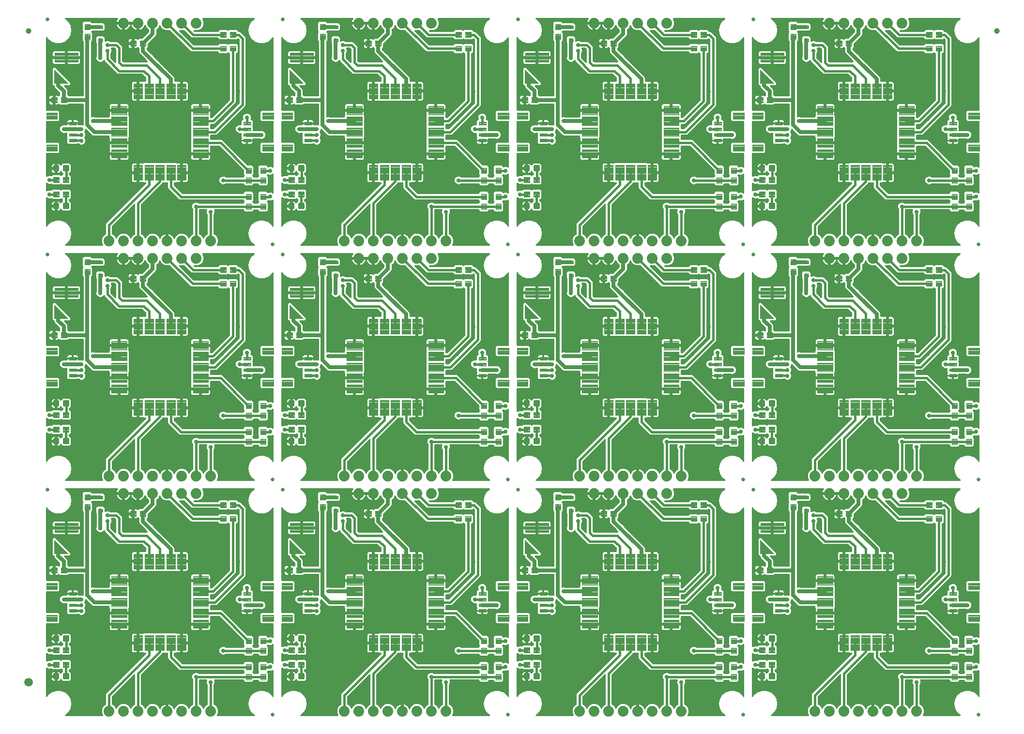
<source format=gtl>
G04 EAGLE Gerber RS-274X export*
G75*
%MOMM*%
%FSLAX34Y34*%
%LPD*%
%INTop Copper*%
%IPPOS*%
%AMOC8*
5,1,8,0,0,1.08239X$1,22.5*%
G01*
%ADD10C,0.635000*%
%ADD11C,0.102000*%
%ADD12C,0.100000*%
%ADD13C,0.100800*%
%ADD14C,0.096000*%
%ADD15C,0.300000*%
%ADD16C,1.879600*%
%ADD17C,1.000000*%
%ADD18C,1.500000*%
%ADD19C,0.736600*%
%ADD20C,0.635000*%
%ADD21C,0.381000*%

G36*
X1336994Y4071D02*
X1336994Y4071D01*
X1337044Y4069D01*
X1337151Y4091D01*
X1337261Y4105D01*
X1337307Y4123D01*
X1337355Y4133D01*
X1337454Y4181D01*
X1337556Y4222D01*
X1337596Y4251D01*
X1337641Y4273D01*
X1337725Y4344D01*
X1337814Y4408D01*
X1337845Y4447D01*
X1337883Y4479D01*
X1337946Y4569D01*
X1338016Y4653D01*
X1338038Y4698D01*
X1338066Y4739D01*
X1338105Y4842D01*
X1338152Y4941D01*
X1338161Y4990D01*
X1338179Y5036D01*
X1338191Y5146D01*
X1338212Y5253D01*
X1338209Y5303D01*
X1338214Y5352D01*
X1338199Y5461D01*
X1338192Y5571D01*
X1338177Y5618D01*
X1338170Y5667D01*
X1338118Y5820D01*
X1336293Y10224D01*
X1336293Y15176D01*
X1338188Y19750D01*
X1341690Y23252D01*
X1343003Y23796D01*
X1343028Y23810D01*
X1343056Y23820D01*
X1343166Y23889D01*
X1343279Y23953D01*
X1343300Y23974D01*
X1343325Y23990D01*
X1343414Y24084D01*
X1343507Y24175D01*
X1343523Y24200D01*
X1343543Y24221D01*
X1343606Y24335D01*
X1343674Y24446D01*
X1343682Y24474D01*
X1343697Y24500D01*
X1343729Y24625D01*
X1343767Y24750D01*
X1343769Y24779D01*
X1343776Y24808D01*
X1343786Y24968D01*
X1343786Y41625D01*
X1344540Y43446D01*
X1413315Y112220D01*
X1413375Y112298D01*
X1413443Y112371D01*
X1413472Y112424D01*
X1413509Y112471D01*
X1413549Y112562D01*
X1413597Y112649D01*
X1413612Y112708D01*
X1413636Y112763D01*
X1413651Y112861D01*
X1413676Y112957D01*
X1413682Y113057D01*
X1413686Y113077D01*
X1413684Y113090D01*
X1413686Y113118D01*
X1413686Y113882D01*
X1413671Y114000D01*
X1413664Y114119D01*
X1413651Y114157D01*
X1413646Y114198D01*
X1413603Y114308D01*
X1413566Y114421D01*
X1413544Y114456D01*
X1413529Y114493D01*
X1413460Y114589D01*
X1413396Y114690D01*
X1413366Y114718D01*
X1413343Y114751D01*
X1413251Y114827D01*
X1413164Y114908D01*
X1413129Y114928D01*
X1413098Y114953D01*
X1412990Y115004D01*
X1412886Y115062D01*
X1412846Y115072D01*
X1412810Y115089D01*
X1412693Y115111D01*
X1412578Y115141D01*
X1412518Y115145D01*
X1412498Y115149D01*
X1412477Y115147D01*
X1412417Y115151D01*
X1409658Y115151D01*
X1409332Y115478D01*
X1409249Y115542D01*
X1409171Y115614D01*
X1409123Y115640D01*
X1409081Y115673D01*
X1408984Y115715D01*
X1408891Y115765D01*
X1408838Y115778D01*
X1408789Y115799D01*
X1408684Y115816D01*
X1408582Y115841D01*
X1408528Y115840D01*
X1408475Y115849D01*
X1408369Y115839D01*
X1408264Y115838D01*
X1408180Y115821D01*
X1408158Y115819D01*
X1408144Y115814D01*
X1408106Y115806D01*
X1407558Y115659D01*
X1402179Y115659D01*
X1402179Y130680D01*
X1402164Y130798D01*
X1402157Y130917D01*
X1402144Y130955D01*
X1402139Y130995D01*
X1402095Y131106D01*
X1402059Y131219D01*
X1402037Y131254D01*
X1402022Y131291D01*
X1401952Y131387D01*
X1401889Y131488D01*
X1401859Y131516D01*
X1401835Y131548D01*
X1401744Y131624D01*
X1401657Y131706D01*
X1401622Y131725D01*
X1401590Y131751D01*
X1401483Y131802D01*
X1401379Y131859D01*
X1401339Y131870D01*
X1401303Y131887D01*
X1401186Y131909D01*
X1401071Y131939D01*
X1401010Y131943D01*
X1400990Y131947D01*
X1400970Y131945D01*
X1400910Y131949D01*
X1399639Y131949D01*
X1399639Y131951D01*
X1400910Y131951D01*
X1401028Y131966D01*
X1401147Y131973D01*
X1401185Y131986D01*
X1401225Y131991D01*
X1401336Y132035D01*
X1401449Y132071D01*
X1401484Y132093D01*
X1401521Y132108D01*
X1401617Y132178D01*
X1401718Y132241D01*
X1401746Y132271D01*
X1401778Y132295D01*
X1401854Y132386D01*
X1401936Y132473D01*
X1401955Y132508D01*
X1401981Y132540D01*
X1402032Y132647D01*
X1402089Y132751D01*
X1402100Y132791D01*
X1402117Y132827D01*
X1402139Y132944D01*
X1402169Y133059D01*
X1402173Y133120D01*
X1402177Y133140D01*
X1402175Y133160D01*
X1402179Y133220D01*
X1402179Y148241D01*
X1407558Y148241D01*
X1408106Y148094D01*
X1408211Y148079D01*
X1408314Y148056D01*
X1408368Y148058D01*
X1408421Y148051D01*
X1408526Y148063D01*
X1408632Y148066D01*
X1408683Y148081D01*
X1408737Y148087D01*
X1408836Y148125D01*
X1408937Y148154D01*
X1408984Y148182D01*
X1409034Y148201D01*
X1409120Y148262D01*
X1409211Y148316D01*
X1409275Y148373D01*
X1409293Y148385D01*
X1409303Y148397D01*
X1409332Y148422D01*
X1409658Y148749D01*
X1465622Y148749D01*
X1465948Y148422D01*
X1466031Y148358D01*
X1466109Y148286D01*
X1466157Y148260D01*
X1466199Y148227D01*
X1466296Y148185D01*
X1466389Y148135D01*
X1466442Y148122D01*
X1466491Y148101D01*
X1466596Y148084D01*
X1466698Y148059D01*
X1466752Y148060D01*
X1466805Y148051D01*
X1466911Y148061D01*
X1467016Y148062D01*
X1467100Y148079D01*
X1467122Y148081D01*
X1467136Y148086D01*
X1467174Y148094D01*
X1467722Y148241D01*
X1473101Y148241D01*
X1473101Y133220D01*
X1473116Y133102D01*
X1473123Y132983D01*
X1473136Y132945D01*
X1473141Y132905D01*
X1473184Y132794D01*
X1473221Y132681D01*
X1473243Y132646D01*
X1473258Y132609D01*
X1473328Y132513D01*
X1473391Y132412D01*
X1473421Y132384D01*
X1473445Y132352D01*
X1473536Y132276D01*
X1473623Y132194D01*
X1473658Y132175D01*
X1473689Y132149D01*
X1473797Y132098D01*
X1473901Y132041D01*
X1473941Y132030D01*
X1473977Y132013D01*
X1474094Y131991D01*
X1474209Y131961D01*
X1474270Y131957D01*
X1474290Y131953D01*
X1474310Y131955D01*
X1474370Y131951D01*
X1475641Y131951D01*
X1475641Y131949D01*
X1474370Y131949D01*
X1474252Y131934D01*
X1474133Y131927D01*
X1474095Y131914D01*
X1474055Y131909D01*
X1473944Y131865D01*
X1473831Y131829D01*
X1473796Y131807D01*
X1473759Y131792D01*
X1473663Y131722D01*
X1473562Y131659D01*
X1473534Y131629D01*
X1473501Y131605D01*
X1473426Y131514D01*
X1473344Y131427D01*
X1473324Y131392D01*
X1473299Y131360D01*
X1473248Y131253D01*
X1473190Y131149D01*
X1473180Y131109D01*
X1473163Y131073D01*
X1473141Y130956D01*
X1473111Y130841D01*
X1473107Y130780D01*
X1473103Y130760D01*
X1473105Y130740D01*
X1473101Y130680D01*
X1473101Y115659D01*
X1467722Y115659D01*
X1467174Y115806D01*
X1467069Y115821D01*
X1466966Y115844D01*
X1466912Y115842D01*
X1466859Y115849D01*
X1466754Y115837D01*
X1466648Y115834D01*
X1466597Y115819D01*
X1466543Y115813D01*
X1466444Y115775D01*
X1466343Y115746D01*
X1466296Y115718D01*
X1466246Y115699D01*
X1466160Y115638D01*
X1466069Y115584D01*
X1466005Y115527D01*
X1465987Y115515D01*
X1465977Y115503D01*
X1465948Y115478D01*
X1465622Y115151D01*
X1463303Y115151D01*
X1463185Y115136D01*
X1463066Y115129D01*
X1463028Y115116D01*
X1462987Y115111D01*
X1462877Y115068D01*
X1462764Y115031D01*
X1462729Y115009D01*
X1462692Y114994D01*
X1462596Y114925D01*
X1462495Y114861D01*
X1462467Y114831D01*
X1462434Y114808D01*
X1462358Y114716D01*
X1462277Y114629D01*
X1462257Y114594D01*
X1462232Y114563D01*
X1462181Y114455D01*
X1462123Y114351D01*
X1462113Y114311D01*
X1462096Y114275D01*
X1462074Y114158D01*
X1462044Y114043D01*
X1462040Y113983D01*
X1462036Y113963D01*
X1462038Y113942D01*
X1462034Y113882D01*
X1462034Y110138D01*
X1462046Y110039D01*
X1462049Y109940D01*
X1462066Y109882D01*
X1462074Y109822D01*
X1462110Y109730D01*
X1462138Y109635D01*
X1462168Y109583D01*
X1462191Y109526D01*
X1462249Y109446D01*
X1462299Y109361D01*
X1462365Y109286D01*
X1462377Y109269D01*
X1462387Y109261D01*
X1462405Y109240D01*
X1476540Y95105D01*
X1476618Y95045D01*
X1476691Y94977D01*
X1476744Y94948D01*
X1476791Y94911D01*
X1476882Y94871D01*
X1476969Y94823D01*
X1477028Y94808D01*
X1477083Y94784D01*
X1477181Y94769D01*
X1477277Y94744D01*
X1477377Y94738D01*
X1477397Y94734D01*
X1477410Y94736D01*
X1477438Y94734D01*
X1583262Y94734D01*
X1583380Y94749D01*
X1583499Y94756D01*
X1583537Y94769D01*
X1583578Y94774D01*
X1583688Y94817D01*
X1583801Y94854D01*
X1583836Y94876D01*
X1583873Y94891D01*
X1583969Y94960D01*
X1584070Y95024D01*
X1584098Y95054D01*
X1584131Y95077D01*
X1584207Y95169D01*
X1584288Y95256D01*
X1584308Y95291D01*
X1584333Y95322D01*
X1584384Y95430D01*
X1584442Y95534D01*
X1584452Y95574D01*
X1584469Y95610D01*
X1584491Y95727D01*
X1584521Y95842D01*
X1584525Y95902D01*
X1584529Y95922D01*
X1584527Y95943D01*
X1584531Y96003D01*
X1584531Y96250D01*
X1586610Y98329D01*
X1598550Y98329D01*
X1600629Y96250D01*
X1600629Y83310D01*
X1599496Y82178D01*
X1599423Y82083D01*
X1599344Y81994D01*
X1599326Y81958D01*
X1599301Y81926D01*
X1599254Y81817D01*
X1599200Y81711D01*
X1599191Y81672D01*
X1599175Y81634D01*
X1599156Y81517D01*
X1599130Y81401D01*
X1599131Y81360D01*
X1599125Y81320D01*
X1599136Y81202D01*
X1599140Y81083D01*
X1599151Y81044D01*
X1599155Y81004D01*
X1599195Y80891D01*
X1599228Y80777D01*
X1599249Y80743D01*
X1599262Y80704D01*
X1599329Y80606D01*
X1599390Y80503D01*
X1599430Y80458D01*
X1599441Y80441D01*
X1599456Y80428D01*
X1599496Y80383D01*
X1600629Y79250D01*
X1600629Y79003D01*
X1600644Y78885D01*
X1600651Y78766D01*
X1600664Y78728D01*
X1600669Y78687D01*
X1600712Y78577D01*
X1600749Y78464D01*
X1600771Y78429D01*
X1600786Y78392D01*
X1600855Y78296D01*
X1600919Y78195D01*
X1600949Y78167D01*
X1600972Y78134D01*
X1601064Y78058D01*
X1601151Y77977D01*
X1601186Y77957D01*
X1601217Y77932D01*
X1601325Y77881D01*
X1601429Y77823D01*
X1601469Y77813D01*
X1601505Y77796D01*
X1601622Y77774D01*
X1601737Y77744D01*
X1601797Y77740D01*
X1601817Y77736D01*
X1601838Y77738D01*
X1601898Y77734D01*
X1608662Y77734D01*
X1608780Y77749D01*
X1608899Y77756D01*
X1608937Y77769D01*
X1608978Y77774D01*
X1609088Y77817D01*
X1609201Y77854D01*
X1609236Y77876D01*
X1609273Y77891D01*
X1609369Y77960D01*
X1609470Y78024D01*
X1609498Y78054D01*
X1609531Y78077D01*
X1609607Y78169D01*
X1609688Y78256D01*
X1609708Y78291D01*
X1609733Y78322D01*
X1609784Y78430D01*
X1609842Y78534D01*
X1609852Y78574D01*
X1609869Y78610D01*
X1609891Y78727D01*
X1609921Y78842D01*
X1609925Y78902D01*
X1609929Y78922D01*
X1609927Y78943D01*
X1609931Y79003D01*
X1609931Y79250D01*
X1611064Y80382D01*
X1611137Y80477D01*
X1611216Y80566D01*
X1611234Y80602D01*
X1611259Y80634D01*
X1611306Y80743D01*
X1611360Y80849D01*
X1611369Y80888D01*
X1611385Y80926D01*
X1611404Y81043D01*
X1611430Y81159D01*
X1611429Y81200D01*
X1611435Y81240D01*
X1611424Y81358D01*
X1611420Y81477D01*
X1611409Y81516D01*
X1611405Y81556D01*
X1611365Y81669D01*
X1611332Y81783D01*
X1611311Y81817D01*
X1611298Y81856D01*
X1611231Y81954D01*
X1611170Y82057D01*
X1611130Y82102D01*
X1611119Y82119D01*
X1611104Y82132D01*
X1611064Y82177D01*
X1609931Y83310D01*
X1609931Y96250D01*
X1612010Y98329D01*
X1623950Y98329D01*
X1626118Y96161D01*
X1626141Y96143D01*
X1626160Y96120D01*
X1626266Y96045D01*
X1626369Y95966D01*
X1626396Y95954D01*
X1626420Y95937D01*
X1626542Y95891D01*
X1626661Y95839D01*
X1626690Y95835D01*
X1626718Y95824D01*
X1626847Y95810D01*
X1626975Y95790D01*
X1627005Y95792D01*
X1627034Y95789D01*
X1627162Y95807D01*
X1627292Y95819D01*
X1627320Y95829D01*
X1627349Y95834D01*
X1627501Y95886D01*
X1629341Y96648D01*
X1632019Y96648D01*
X1634493Y95623D01*
X1634608Y95508D01*
X1634718Y95423D01*
X1634825Y95334D01*
X1634844Y95325D01*
X1634860Y95313D01*
X1634988Y95257D01*
X1635113Y95198D01*
X1635133Y95194D01*
X1635152Y95186D01*
X1635289Y95165D01*
X1635426Y95138D01*
X1635446Y95140D01*
X1635466Y95136D01*
X1635604Y95149D01*
X1635743Y95158D01*
X1635762Y95164D01*
X1635782Y95166D01*
X1635913Y95213D01*
X1636045Y95256D01*
X1636063Y95267D01*
X1636082Y95274D01*
X1636197Y95352D01*
X1636314Y95426D01*
X1636328Y95441D01*
X1636345Y95452D01*
X1636437Y95557D01*
X1636532Y95658D01*
X1636542Y95676D01*
X1636555Y95691D01*
X1636619Y95815D01*
X1636686Y95936D01*
X1636691Y95956D01*
X1636700Y95974D01*
X1636730Y96110D01*
X1636765Y96244D01*
X1636767Y96272D01*
X1636770Y96284D01*
X1636769Y96305D01*
X1636775Y96405D01*
X1636775Y128893D01*
X1636758Y129031D01*
X1636745Y129169D01*
X1636738Y129188D01*
X1636735Y129208D01*
X1636684Y129338D01*
X1636637Y129469D01*
X1636626Y129485D01*
X1636618Y129504D01*
X1636537Y129617D01*
X1636459Y129732D01*
X1636443Y129745D01*
X1636432Y129761D01*
X1636324Y129850D01*
X1636220Y129942D01*
X1636202Y129951D01*
X1636187Y129964D01*
X1636061Y130023D01*
X1635937Y130087D01*
X1635917Y130091D01*
X1635899Y130100D01*
X1635763Y130126D01*
X1635627Y130156D01*
X1635606Y130156D01*
X1635587Y130160D01*
X1635448Y130151D01*
X1635309Y130147D01*
X1635289Y130141D01*
X1635269Y130140D01*
X1635137Y130097D01*
X1635003Y130058D01*
X1634986Y130048D01*
X1634967Y130042D01*
X1634849Y129967D01*
X1634729Y129897D01*
X1634708Y129878D01*
X1634698Y129872D01*
X1634684Y129857D01*
X1634608Y129790D01*
X1634493Y129675D01*
X1632019Y128650D01*
X1629341Y128650D01*
X1627514Y129407D01*
X1627485Y129415D01*
X1627459Y129428D01*
X1627332Y129457D01*
X1627207Y129491D01*
X1627178Y129491D01*
X1627149Y129498D01*
X1627019Y129494D01*
X1626889Y129496D01*
X1626860Y129489D01*
X1626831Y129488D01*
X1626706Y129452D01*
X1626580Y129422D01*
X1626554Y129408D01*
X1626525Y129400D01*
X1626414Y129334D01*
X1626299Y129273D01*
X1626277Y129253D01*
X1626251Y129238D01*
X1626131Y129132D01*
X1624896Y127897D01*
X1624823Y127803D01*
X1624744Y127714D01*
X1624726Y127678D01*
X1624701Y127646D01*
X1624654Y127537D01*
X1624600Y127431D01*
X1624591Y127392D01*
X1624575Y127354D01*
X1624556Y127237D01*
X1624530Y127121D01*
X1624531Y127080D01*
X1624525Y127040D01*
X1624536Y126922D01*
X1624540Y126803D01*
X1624551Y126764D01*
X1624555Y126724D01*
X1624595Y126612D01*
X1624628Y126497D01*
X1624649Y126462D01*
X1624662Y126424D01*
X1624729Y126326D01*
X1624790Y126223D01*
X1624830Y126178D01*
X1624841Y126161D01*
X1624856Y126148D01*
X1624896Y126102D01*
X1626029Y124970D01*
X1626029Y112030D01*
X1623950Y109951D01*
X1612010Y109951D01*
X1609931Y112030D01*
X1609931Y112277D01*
X1609916Y112395D01*
X1609909Y112514D01*
X1609896Y112552D01*
X1609891Y112593D01*
X1609848Y112703D01*
X1609811Y112816D01*
X1609789Y112851D01*
X1609774Y112888D01*
X1609705Y112984D01*
X1609641Y113085D01*
X1609611Y113113D01*
X1609588Y113146D01*
X1609496Y113222D01*
X1609409Y113303D01*
X1609374Y113323D01*
X1609343Y113348D01*
X1609235Y113399D01*
X1609131Y113457D01*
X1609091Y113467D01*
X1609055Y113484D01*
X1608938Y113506D01*
X1608823Y113536D01*
X1608763Y113540D01*
X1608743Y113544D01*
X1608722Y113542D01*
X1608662Y113546D01*
X1601898Y113546D01*
X1601780Y113531D01*
X1601661Y113524D01*
X1601623Y113511D01*
X1601582Y113506D01*
X1601472Y113463D01*
X1601359Y113426D01*
X1601324Y113404D01*
X1601287Y113389D01*
X1601191Y113320D01*
X1601090Y113256D01*
X1601062Y113226D01*
X1601029Y113203D01*
X1600953Y113111D01*
X1600872Y113024D01*
X1600852Y112989D01*
X1600827Y112958D01*
X1600776Y112850D01*
X1600718Y112746D01*
X1600708Y112706D01*
X1600691Y112670D01*
X1600669Y112553D01*
X1600639Y112438D01*
X1600635Y112378D01*
X1600631Y112358D01*
X1600633Y112337D01*
X1600629Y112277D01*
X1600629Y112030D01*
X1598550Y109951D01*
X1586610Y109951D01*
X1584531Y112030D01*
X1584531Y112277D01*
X1584516Y112395D01*
X1584509Y112514D01*
X1584496Y112552D01*
X1584491Y112593D01*
X1584448Y112703D01*
X1584411Y112816D01*
X1584389Y112851D01*
X1584374Y112888D01*
X1584305Y112984D01*
X1584241Y113085D01*
X1584211Y113113D01*
X1584188Y113146D01*
X1584096Y113222D01*
X1584009Y113303D01*
X1583974Y113323D01*
X1583943Y113348D01*
X1583835Y113399D01*
X1583731Y113457D01*
X1583691Y113467D01*
X1583655Y113484D01*
X1583538Y113506D01*
X1583423Y113536D01*
X1583363Y113540D01*
X1583343Y113544D01*
X1583322Y113542D01*
X1583262Y113546D01*
X1553612Y113546D01*
X1553514Y113534D01*
X1553415Y113531D01*
X1553357Y113514D01*
X1553297Y113506D01*
X1553205Y113470D01*
X1553109Y113442D01*
X1553057Y113412D01*
X1553001Y113389D01*
X1552921Y113331D01*
X1552835Y113281D01*
X1552760Y113215D01*
X1552744Y113203D01*
X1552736Y113193D01*
X1552715Y113175D01*
X1552324Y112784D01*
X1549850Y111759D01*
X1547172Y111759D01*
X1544698Y112784D01*
X1542804Y114678D01*
X1541779Y117152D01*
X1541779Y119830D01*
X1542804Y122304D01*
X1544698Y124198D01*
X1547172Y125223D01*
X1549850Y125223D01*
X1552324Y124198D01*
X1552697Y123825D01*
X1552775Y123765D01*
X1552847Y123697D01*
X1552900Y123668D01*
X1552948Y123631D01*
X1553039Y123591D01*
X1553126Y123543D01*
X1553184Y123528D01*
X1553240Y123504D01*
X1553338Y123489D01*
X1553433Y123464D01*
X1553533Y123458D01*
X1553554Y123454D01*
X1553566Y123456D01*
X1553594Y123454D01*
X1583262Y123454D01*
X1583380Y123469D01*
X1583499Y123476D01*
X1583537Y123489D01*
X1583578Y123494D01*
X1583688Y123537D01*
X1583801Y123574D01*
X1583836Y123596D01*
X1583873Y123611D01*
X1583969Y123680D01*
X1584070Y123744D01*
X1584098Y123774D01*
X1584131Y123797D01*
X1584207Y123889D01*
X1584288Y123976D01*
X1584308Y124011D01*
X1584333Y124042D01*
X1584384Y124150D01*
X1584442Y124254D01*
X1584452Y124294D01*
X1584469Y124330D01*
X1584491Y124447D01*
X1584521Y124562D01*
X1584525Y124622D01*
X1584529Y124642D01*
X1584527Y124663D01*
X1584531Y124723D01*
X1584531Y124970D01*
X1585664Y126103D01*
X1585737Y126197D01*
X1585816Y126286D01*
X1585834Y126322D01*
X1585859Y126354D01*
X1585906Y126463D01*
X1585960Y126569D01*
X1585969Y126608D01*
X1585985Y126646D01*
X1586004Y126763D01*
X1586030Y126879D01*
X1586029Y126920D01*
X1586035Y126960D01*
X1586024Y127078D01*
X1586020Y127197D01*
X1586009Y127236D01*
X1586005Y127276D01*
X1585965Y127388D01*
X1585932Y127503D01*
X1585911Y127538D01*
X1585898Y127576D01*
X1585831Y127674D01*
X1585770Y127777D01*
X1585730Y127822D01*
X1585719Y127839D01*
X1585704Y127852D01*
X1585664Y127898D01*
X1584531Y129030D01*
X1584531Y135899D01*
X1584519Y135998D01*
X1584516Y136097D01*
X1584499Y136155D01*
X1584491Y136215D01*
X1584455Y136307D01*
X1584427Y136402D01*
X1584397Y136454D01*
X1584374Y136511D01*
X1584316Y136591D01*
X1584266Y136676D01*
X1584200Y136751D01*
X1584188Y136768D01*
X1584178Y136776D01*
X1584160Y136797D01*
X1542082Y178875D01*
X1542004Y178935D01*
X1541931Y179003D01*
X1541878Y179032D01*
X1541831Y179069D01*
X1541740Y179109D01*
X1541653Y179157D01*
X1541594Y179172D01*
X1541539Y179196D01*
X1541441Y179211D01*
X1541345Y179236D01*
X1541245Y179242D01*
X1541225Y179246D01*
X1541212Y179244D01*
X1541184Y179246D01*
X1526958Y179246D01*
X1526840Y179231D01*
X1526721Y179224D01*
X1526683Y179211D01*
X1526642Y179206D01*
X1526532Y179163D01*
X1526419Y179126D01*
X1526384Y179104D01*
X1526347Y179089D01*
X1526251Y179020D01*
X1526150Y178956D01*
X1526122Y178926D01*
X1526089Y178903D01*
X1526013Y178811D01*
X1525932Y178724D01*
X1525912Y178689D01*
X1525887Y178658D01*
X1525836Y178550D01*
X1525778Y178446D01*
X1525768Y178406D01*
X1525751Y178370D01*
X1525729Y178253D01*
X1525699Y178138D01*
X1525695Y178078D01*
X1525691Y178058D01*
X1525692Y178039D01*
X1525691Y178032D01*
X1525692Y178025D01*
X1525689Y177977D01*
X1525689Y175218D01*
X1525362Y174892D01*
X1525298Y174809D01*
X1525226Y174731D01*
X1525200Y174683D01*
X1525167Y174641D01*
X1525125Y174544D01*
X1525075Y174451D01*
X1525062Y174398D01*
X1525041Y174349D01*
X1525024Y174244D01*
X1524999Y174142D01*
X1525000Y174088D01*
X1524991Y174035D01*
X1525001Y173929D01*
X1525002Y173824D01*
X1525019Y173740D01*
X1525021Y173718D01*
X1525026Y173704D01*
X1525034Y173666D01*
X1525181Y173118D01*
X1525181Y167739D01*
X1510160Y167739D01*
X1510042Y167724D01*
X1509923Y167717D01*
X1509885Y167704D01*
X1509845Y167699D01*
X1509734Y167655D01*
X1509621Y167619D01*
X1509586Y167597D01*
X1509549Y167582D01*
X1509453Y167512D01*
X1509352Y167449D01*
X1509324Y167419D01*
X1509292Y167395D01*
X1509216Y167304D01*
X1509134Y167217D01*
X1509115Y167182D01*
X1509089Y167150D01*
X1509038Y167043D01*
X1508981Y166939D01*
X1508970Y166899D01*
X1508953Y166863D01*
X1508931Y166746D01*
X1508901Y166631D01*
X1508897Y166570D01*
X1508893Y166550D01*
X1508895Y166530D01*
X1508891Y166470D01*
X1508891Y165199D01*
X1508889Y165199D01*
X1508889Y166470D01*
X1508874Y166588D01*
X1508867Y166707D01*
X1508854Y166745D01*
X1508849Y166785D01*
X1508805Y166896D01*
X1508769Y167009D01*
X1508747Y167044D01*
X1508732Y167081D01*
X1508662Y167177D01*
X1508599Y167278D01*
X1508569Y167306D01*
X1508545Y167338D01*
X1508454Y167414D01*
X1508367Y167496D01*
X1508332Y167515D01*
X1508300Y167541D01*
X1508193Y167592D01*
X1508089Y167649D01*
X1508049Y167660D01*
X1508013Y167677D01*
X1507896Y167699D01*
X1507781Y167729D01*
X1507720Y167733D01*
X1507700Y167737D01*
X1507680Y167735D01*
X1507620Y167739D01*
X1492599Y167739D01*
X1492599Y173118D01*
X1492746Y173666D01*
X1492761Y173771D01*
X1492784Y173874D01*
X1492782Y173928D01*
X1492789Y173981D01*
X1492777Y174086D01*
X1492774Y174192D01*
X1492759Y174243D01*
X1492753Y174297D01*
X1492715Y174396D01*
X1492686Y174497D01*
X1492658Y174544D01*
X1492639Y174594D01*
X1492578Y174680D01*
X1492524Y174771D01*
X1492467Y174835D01*
X1492455Y174853D01*
X1492443Y174863D01*
X1492418Y174892D01*
X1492091Y175218D01*
X1492091Y231182D01*
X1492418Y231508D01*
X1492482Y231591D01*
X1492554Y231669D01*
X1492580Y231717D01*
X1492613Y231759D01*
X1492655Y231856D01*
X1492705Y231949D01*
X1492718Y232002D01*
X1492739Y232051D01*
X1492756Y232156D01*
X1492781Y232258D01*
X1492780Y232312D01*
X1492789Y232365D01*
X1492779Y232471D01*
X1492778Y232576D01*
X1492761Y232660D01*
X1492759Y232682D01*
X1492754Y232696D01*
X1492746Y232734D01*
X1492599Y233282D01*
X1492599Y238661D01*
X1507620Y238661D01*
X1507738Y238676D01*
X1507857Y238683D01*
X1507895Y238696D01*
X1507935Y238701D01*
X1508046Y238744D01*
X1508159Y238781D01*
X1508194Y238803D01*
X1508231Y238818D01*
X1508327Y238888D01*
X1508428Y238951D01*
X1508456Y238981D01*
X1508488Y239005D01*
X1508564Y239096D01*
X1508646Y239183D01*
X1508665Y239218D01*
X1508691Y239249D01*
X1508742Y239357D01*
X1508799Y239461D01*
X1508810Y239501D01*
X1508827Y239537D01*
X1508849Y239654D01*
X1508879Y239769D01*
X1508883Y239830D01*
X1508887Y239850D01*
X1508885Y239870D01*
X1508889Y239930D01*
X1508889Y241201D01*
X1508891Y241201D01*
X1508891Y239930D01*
X1508906Y239812D01*
X1508913Y239693D01*
X1508926Y239655D01*
X1508931Y239615D01*
X1508975Y239504D01*
X1509011Y239391D01*
X1509033Y239356D01*
X1509048Y239319D01*
X1509118Y239223D01*
X1509181Y239122D01*
X1509211Y239094D01*
X1509235Y239061D01*
X1509326Y238986D01*
X1509413Y238904D01*
X1509448Y238884D01*
X1509480Y238859D01*
X1509587Y238808D01*
X1509691Y238750D01*
X1509731Y238740D01*
X1509767Y238723D01*
X1509884Y238701D01*
X1509999Y238671D01*
X1510060Y238667D01*
X1510080Y238663D01*
X1510100Y238665D01*
X1510160Y238661D01*
X1525181Y238661D01*
X1525181Y233282D01*
X1525034Y232734D01*
X1525019Y232629D01*
X1524996Y232526D01*
X1524998Y232472D01*
X1524991Y232419D01*
X1525003Y232314D01*
X1525006Y232208D01*
X1525021Y232157D01*
X1525027Y232103D01*
X1525065Y232004D01*
X1525094Y231903D01*
X1525122Y231856D01*
X1525141Y231806D01*
X1525202Y231720D01*
X1525256Y231629D01*
X1525313Y231565D01*
X1525325Y231547D01*
X1525337Y231537D01*
X1525362Y231508D01*
X1525689Y231182D01*
X1525689Y228423D01*
X1525704Y228305D01*
X1525711Y228186D01*
X1525724Y228148D01*
X1525729Y228107D01*
X1525772Y227997D01*
X1525809Y227884D01*
X1525831Y227849D01*
X1525846Y227812D01*
X1525915Y227716D01*
X1525979Y227615D01*
X1526009Y227587D01*
X1526032Y227554D01*
X1526124Y227478D01*
X1526211Y227397D01*
X1526246Y227377D01*
X1526277Y227352D01*
X1526385Y227301D01*
X1526489Y227243D01*
X1526529Y227233D01*
X1526565Y227216D01*
X1526682Y227194D01*
X1526797Y227164D01*
X1526857Y227160D01*
X1526877Y227156D01*
X1526898Y227158D01*
X1526958Y227154D01*
X1527722Y227154D01*
X1527821Y227166D01*
X1527920Y227169D01*
X1527978Y227186D01*
X1528038Y227194D01*
X1528130Y227230D01*
X1528225Y227258D01*
X1528277Y227288D01*
X1528334Y227311D01*
X1528414Y227369D01*
X1528499Y227419D01*
X1528574Y227485D01*
X1528591Y227497D01*
X1528599Y227507D01*
X1528620Y227525D01*
X1560195Y259100D01*
X1560255Y259178D01*
X1560323Y259251D01*
X1560352Y259304D01*
X1560389Y259351D01*
X1560429Y259442D01*
X1560477Y259529D01*
X1560492Y259588D01*
X1560516Y259643D01*
X1560531Y259741D01*
X1560556Y259837D01*
X1560562Y259937D01*
X1560566Y259957D01*
X1560564Y259970D01*
X1560566Y259998D01*
X1560566Y339932D01*
X1560551Y340050D01*
X1560544Y340169D01*
X1560531Y340207D01*
X1560526Y340248D01*
X1560483Y340358D01*
X1560446Y340471D01*
X1560424Y340506D01*
X1560409Y340543D01*
X1560340Y340639D01*
X1560276Y340740D01*
X1560246Y340768D01*
X1560223Y340801D01*
X1560131Y340877D01*
X1560044Y340958D01*
X1560009Y340978D01*
X1559978Y341003D01*
X1559870Y341054D01*
X1559766Y341112D01*
X1559726Y341122D01*
X1559690Y341139D01*
X1559573Y341161D01*
X1559458Y341191D01*
X1559398Y341195D01*
X1559378Y341199D01*
X1559357Y341197D01*
X1559297Y341201D01*
X1559050Y341201D01*
X1557918Y342334D01*
X1557823Y342407D01*
X1557734Y342486D01*
X1557698Y342504D01*
X1557666Y342529D01*
X1557557Y342576D01*
X1557451Y342630D01*
X1557412Y342639D01*
X1557374Y342655D01*
X1557257Y342674D01*
X1557141Y342700D01*
X1557100Y342699D01*
X1557060Y342705D01*
X1556942Y342694D01*
X1556823Y342690D01*
X1556784Y342679D01*
X1556744Y342675D01*
X1556631Y342635D01*
X1556517Y342602D01*
X1556483Y342581D01*
X1556444Y342568D01*
X1556346Y342501D01*
X1556243Y342440D01*
X1556198Y342400D01*
X1556181Y342389D01*
X1556168Y342374D01*
X1556123Y342334D01*
X1554990Y341201D01*
X1542050Y341201D01*
X1539935Y343317D01*
X1539931Y343343D01*
X1539888Y343453D01*
X1539851Y343566D01*
X1539829Y343601D01*
X1539814Y343638D01*
X1539745Y343734D01*
X1539681Y343835D01*
X1539651Y343863D01*
X1539628Y343896D01*
X1539536Y343972D01*
X1539449Y344053D01*
X1539414Y344073D01*
X1539383Y344098D01*
X1539275Y344149D01*
X1539171Y344207D01*
X1539131Y344217D01*
X1539095Y344234D01*
X1538978Y344256D01*
X1538863Y344286D01*
X1538803Y344290D01*
X1538783Y344294D01*
X1538762Y344292D01*
X1538702Y344296D01*
X1493805Y344296D01*
X1491984Y345050D01*
X1455512Y381522D01*
X1455489Y381540D01*
X1455470Y381563D01*
X1455364Y381637D01*
X1455261Y381717D01*
X1455234Y381729D01*
X1455210Y381746D01*
X1455088Y381792D01*
X1454969Y381843D01*
X1454940Y381848D01*
X1454912Y381858D01*
X1454783Y381873D01*
X1454655Y381893D01*
X1454626Y381890D01*
X1454596Y381894D01*
X1454468Y381876D01*
X1454338Y381863D01*
X1454311Y381853D01*
X1454281Y381849D01*
X1454129Y381797D01*
X1452816Y381253D01*
X1447864Y381253D01*
X1443290Y383148D01*
X1439788Y386650D01*
X1438813Y389005D01*
X1438744Y389125D01*
X1438679Y389248D01*
X1438665Y389263D01*
X1438655Y389281D01*
X1438558Y389381D01*
X1438465Y389484D01*
X1438448Y389495D01*
X1438434Y389509D01*
X1438315Y389582D01*
X1438199Y389658D01*
X1438180Y389665D01*
X1438163Y389676D01*
X1438030Y389716D01*
X1437898Y389762D01*
X1437878Y389763D01*
X1437859Y389769D01*
X1437720Y389776D01*
X1437581Y389787D01*
X1437561Y389783D01*
X1437541Y389784D01*
X1437405Y389756D01*
X1437268Y389732D01*
X1437249Y389724D01*
X1437230Y389720D01*
X1437104Y389659D01*
X1436978Y389602D01*
X1436962Y389589D01*
X1436944Y389580D01*
X1436838Y389490D01*
X1436730Y389403D01*
X1436717Y389387D01*
X1436702Y389374D01*
X1436622Y389260D01*
X1436538Y389149D01*
X1436526Y389124D01*
X1436519Y389114D01*
X1436512Y389095D01*
X1436467Y389005D01*
X1435492Y386650D01*
X1431990Y383148D01*
X1431947Y383130D01*
X1431922Y383116D01*
X1431894Y383107D01*
X1431784Y383037D01*
X1431671Y382973D01*
X1431650Y382952D01*
X1431625Y382936D01*
X1431536Y382842D01*
X1431443Y382751D01*
X1431427Y382726D01*
X1431407Y382705D01*
X1431344Y382591D01*
X1431276Y382480D01*
X1431268Y382452D01*
X1431253Y382426D01*
X1431221Y382300D01*
X1431183Y382176D01*
X1431181Y382147D01*
X1431174Y382118D01*
X1431164Y381958D01*
X1431164Y373802D01*
X1430216Y371515D01*
X1416960Y358259D01*
X1416900Y358181D01*
X1416832Y358108D01*
X1416803Y358055D01*
X1416766Y358008D01*
X1416726Y357917D01*
X1416678Y357830D01*
X1416663Y357771D01*
X1416639Y357716D01*
X1416624Y357618D01*
X1416599Y357522D01*
X1416593Y357422D01*
X1416589Y357402D01*
X1416591Y357389D01*
X1416589Y357361D01*
X1416589Y352170D01*
X1414635Y350217D01*
X1414575Y350139D01*
X1414507Y350066D01*
X1414478Y350013D01*
X1414441Y349966D01*
X1414401Y349875D01*
X1414353Y349788D01*
X1414338Y349729D01*
X1414314Y349674D01*
X1414299Y349576D01*
X1414274Y349480D01*
X1414268Y349392D01*
X1414266Y349381D01*
X1414267Y349374D01*
X1414264Y349360D01*
X1414266Y349347D01*
X1414264Y349319D01*
X1414264Y347664D01*
X1414276Y347566D01*
X1414279Y347466D01*
X1414296Y347408D01*
X1414304Y347348D01*
X1414340Y347256D01*
X1414368Y347161D01*
X1414398Y347109D01*
X1414421Y347052D01*
X1414479Y346972D01*
X1414529Y346887D01*
X1414595Y346812D01*
X1414607Y346795D01*
X1414617Y346787D01*
X1414635Y346766D01*
X1422268Y339133D01*
X1422276Y339128D01*
X1422281Y339120D01*
X1422401Y339030D01*
X1422520Y338938D01*
X1422528Y338935D01*
X1422535Y338929D01*
X1422680Y338858D01*
X1423673Y338447D01*
X1425567Y336553D01*
X1425978Y335560D01*
X1425983Y335552D01*
X1425985Y335543D01*
X1426061Y335415D01*
X1426136Y335284D01*
X1426142Y335277D01*
X1426147Y335269D01*
X1426253Y335148D01*
X1461916Y299485D01*
X1462864Y297198D01*
X1462864Y292518D01*
X1462879Y292400D01*
X1462886Y292281D01*
X1462899Y292243D01*
X1462904Y292202D01*
X1462947Y292092D01*
X1462984Y291979D01*
X1463006Y291944D01*
X1463021Y291907D01*
X1463090Y291811D01*
X1463154Y291710D01*
X1463184Y291682D01*
X1463207Y291649D01*
X1463299Y291573D01*
X1463386Y291492D01*
X1463421Y291472D01*
X1463452Y291447D01*
X1463560Y291396D01*
X1463664Y291338D01*
X1463704Y291328D01*
X1463740Y291311D01*
X1463857Y291289D01*
X1463972Y291259D01*
X1464032Y291255D01*
X1464052Y291251D01*
X1464073Y291253D01*
X1464133Y291249D01*
X1465622Y291249D01*
X1465948Y290922D01*
X1466031Y290858D01*
X1466109Y290786D01*
X1466157Y290760D01*
X1466199Y290727D01*
X1466296Y290685D01*
X1466389Y290635D01*
X1466442Y290622D01*
X1466491Y290601D01*
X1466596Y290584D01*
X1466698Y290559D01*
X1466752Y290560D01*
X1466805Y290551D01*
X1466911Y290561D01*
X1467016Y290562D01*
X1467100Y290579D01*
X1467122Y290581D01*
X1467136Y290586D01*
X1467174Y290594D01*
X1467722Y290741D01*
X1473101Y290741D01*
X1473101Y275720D01*
X1473116Y275602D01*
X1473123Y275483D01*
X1473136Y275445D01*
X1473141Y275405D01*
X1473184Y275294D01*
X1473221Y275181D01*
X1473243Y275146D01*
X1473258Y275109D01*
X1473328Y275013D01*
X1473391Y274912D01*
X1473421Y274884D01*
X1473445Y274852D01*
X1473536Y274776D01*
X1473623Y274694D01*
X1473658Y274675D01*
X1473689Y274649D01*
X1473797Y274598D01*
X1473901Y274541D01*
X1473941Y274530D01*
X1473977Y274513D01*
X1474094Y274491D01*
X1474209Y274461D01*
X1474270Y274457D01*
X1474290Y274453D01*
X1474310Y274455D01*
X1474370Y274451D01*
X1475641Y274451D01*
X1475641Y274449D01*
X1474370Y274449D01*
X1474252Y274434D01*
X1474133Y274427D01*
X1474095Y274414D01*
X1474055Y274409D01*
X1473944Y274365D01*
X1473831Y274329D01*
X1473796Y274307D01*
X1473759Y274292D01*
X1473663Y274222D01*
X1473562Y274159D01*
X1473534Y274129D01*
X1473501Y274105D01*
X1473426Y274014D01*
X1473344Y273927D01*
X1473324Y273892D01*
X1473299Y273860D01*
X1473248Y273753D01*
X1473190Y273649D01*
X1473180Y273609D01*
X1473163Y273573D01*
X1473141Y273456D01*
X1473111Y273341D01*
X1473107Y273280D01*
X1473103Y273260D01*
X1473105Y273240D01*
X1473104Y273229D01*
X1473103Y273226D01*
X1473104Y273223D01*
X1473101Y273180D01*
X1473101Y258159D01*
X1467722Y258159D01*
X1467174Y258306D01*
X1467069Y258321D01*
X1466966Y258344D01*
X1466912Y258342D01*
X1466859Y258349D01*
X1466754Y258337D01*
X1466648Y258334D01*
X1466597Y258319D01*
X1466543Y258313D01*
X1466444Y258275D01*
X1466343Y258246D01*
X1466296Y258218D01*
X1466246Y258199D01*
X1466160Y258138D01*
X1466069Y258084D01*
X1466005Y258027D01*
X1465987Y258015D01*
X1465977Y258003D01*
X1465948Y257978D01*
X1465622Y257651D01*
X1409658Y257651D01*
X1409332Y257978D01*
X1409249Y258042D01*
X1409171Y258114D01*
X1409123Y258140D01*
X1409081Y258173D01*
X1408984Y258215D01*
X1408891Y258265D01*
X1408838Y258278D01*
X1408789Y258299D01*
X1408684Y258316D01*
X1408582Y258341D01*
X1408528Y258340D01*
X1408475Y258349D01*
X1408369Y258339D01*
X1408264Y258338D01*
X1408180Y258321D01*
X1408158Y258319D01*
X1408144Y258314D01*
X1408106Y258306D01*
X1407558Y258159D01*
X1402179Y258159D01*
X1402179Y273180D01*
X1402164Y273298D01*
X1402157Y273417D01*
X1402144Y273455D01*
X1402139Y273495D01*
X1402095Y273606D01*
X1402059Y273719D01*
X1402037Y273754D01*
X1402022Y273791D01*
X1401952Y273887D01*
X1401889Y273988D01*
X1401859Y274016D01*
X1401835Y274048D01*
X1401744Y274124D01*
X1401657Y274206D01*
X1401622Y274225D01*
X1401590Y274251D01*
X1401483Y274302D01*
X1401379Y274359D01*
X1401339Y274370D01*
X1401303Y274387D01*
X1401186Y274409D01*
X1401071Y274439D01*
X1401010Y274443D01*
X1400990Y274447D01*
X1400970Y274445D01*
X1400910Y274449D01*
X1399639Y274449D01*
X1399639Y274451D01*
X1400910Y274451D01*
X1401028Y274466D01*
X1401147Y274473D01*
X1401185Y274486D01*
X1401225Y274491D01*
X1401336Y274535D01*
X1401449Y274571D01*
X1401484Y274593D01*
X1401521Y274608D01*
X1401617Y274678D01*
X1401718Y274741D01*
X1401746Y274771D01*
X1401778Y274795D01*
X1401854Y274886D01*
X1401936Y274973D01*
X1401955Y275008D01*
X1401981Y275040D01*
X1402032Y275147D01*
X1402089Y275251D01*
X1402100Y275291D01*
X1402117Y275327D01*
X1402139Y275444D01*
X1402169Y275559D01*
X1402173Y275620D01*
X1402177Y275640D01*
X1402175Y275660D01*
X1402179Y275720D01*
X1402179Y290741D01*
X1407558Y290741D01*
X1408106Y290594D01*
X1408211Y290579D01*
X1408314Y290556D01*
X1408368Y290558D01*
X1408421Y290551D01*
X1408526Y290563D01*
X1408632Y290566D01*
X1408683Y290581D01*
X1408737Y290587D01*
X1408836Y290625D01*
X1408937Y290654D01*
X1408984Y290682D01*
X1409034Y290701D01*
X1409120Y290762D01*
X1409211Y290816D01*
X1409275Y290873D01*
X1409293Y290885D01*
X1409303Y290897D01*
X1409332Y290922D01*
X1409658Y291249D01*
X1412417Y291249D01*
X1412535Y291264D01*
X1412654Y291271D01*
X1412692Y291284D01*
X1412733Y291289D01*
X1412843Y291332D01*
X1412956Y291369D01*
X1412991Y291391D01*
X1413028Y291406D01*
X1413124Y291475D01*
X1413225Y291539D01*
X1413253Y291569D01*
X1413286Y291592D01*
X1413362Y291684D01*
X1413443Y291771D01*
X1413463Y291806D01*
X1413488Y291837D01*
X1413539Y291945D01*
X1413597Y292049D01*
X1413607Y292089D01*
X1413624Y292125D01*
X1413646Y292242D01*
X1413676Y292357D01*
X1413680Y292417D01*
X1413684Y292437D01*
X1413682Y292458D01*
X1413686Y292518D01*
X1413686Y298362D01*
X1413674Y298461D01*
X1413671Y298560D01*
X1413654Y298618D01*
X1413646Y298678D01*
X1413610Y298770D01*
X1413582Y298865D01*
X1413552Y298917D01*
X1413529Y298974D01*
X1413471Y299054D01*
X1413421Y299139D01*
X1413355Y299214D01*
X1413343Y299231D01*
X1413333Y299239D01*
X1413315Y299260D01*
X1408020Y304555D01*
X1407942Y304615D01*
X1407869Y304683D01*
X1407816Y304712D01*
X1407769Y304749D01*
X1407678Y304789D01*
X1407591Y304837D01*
X1407532Y304852D01*
X1407477Y304876D01*
X1407379Y304891D01*
X1407283Y304916D01*
X1407183Y304922D01*
X1407163Y304926D01*
X1407150Y304924D01*
X1407122Y304926D01*
X1365535Y304926D01*
X1363714Y305680D01*
X1341872Y327523D01*
X1341407Y328645D01*
X1341382Y328688D01*
X1341366Y328735D01*
X1341304Y328826D01*
X1341249Y328921D01*
X1341215Y328957D01*
X1341187Y328998D01*
X1341105Y329071D01*
X1341028Y329150D01*
X1340986Y329176D01*
X1340948Y329208D01*
X1340851Y329258D01*
X1340757Y329316D01*
X1340709Y329330D01*
X1340665Y329353D01*
X1340558Y329377D01*
X1340453Y329409D01*
X1340403Y329412D01*
X1340355Y329423D01*
X1340245Y329419D01*
X1340135Y329425D01*
X1340087Y329415D01*
X1340037Y329413D01*
X1339932Y329383D01*
X1339824Y329360D01*
X1339779Y329338D01*
X1339732Y329325D01*
X1339637Y329269D01*
X1339538Y329221D01*
X1339500Y329188D01*
X1339458Y329163D01*
X1339337Y329057D01*
X1337313Y327033D01*
X1334839Y326008D01*
X1332161Y326008D01*
X1329687Y327033D01*
X1327793Y328927D01*
X1326768Y331401D01*
X1326768Y334079D01*
X1327180Y335072D01*
X1327182Y335081D01*
X1327187Y335089D01*
X1327224Y335234D01*
X1327264Y335379D01*
X1327264Y335388D01*
X1327266Y335397D01*
X1327276Y335558D01*
X1327276Y358294D01*
X1327264Y358392D01*
X1327261Y358491D01*
X1327244Y358549D01*
X1327236Y358609D01*
X1327200Y358701D01*
X1327172Y358796D01*
X1327142Y358849D01*
X1327119Y358905D01*
X1327061Y358985D01*
X1327011Y359070D01*
X1326945Y359146D01*
X1326933Y359162D01*
X1326923Y359170D01*
X1326904Y359191D01*
X1326301Y359794D01*
X1326301Y368030D01*
X1328382Y370111D01*
X1331949Y370111D01*
X1331958Y370112D01*
X1331967Y370111D01*
X1332116Y370132D01*
X1332147Y370136D01*
X1334827Y370136D01*
X1334872Y370123D01*
X1334881Y370123D01*
X1334890Y370121D01*
X1335051Y370111D01*
X1338618Y370111D01*
X1340699Y368030D01*
X1340699Y362507D01*
X1340705Y362458D01*
X1340703Y362408D01*
X1340725Y362301D01*
X1340739Y362192D01*
X1340757Y362145D01*
X1340767Y362097D01*
X1340815Y361998D01*
X1340856Y361896D01*
X1340885Y361856D01*
X1340907Y361811D01*
X1340978Y361728D01*
X1341042Y361639D01*
X1341081Y361607D01*
X1341113Y361569D01*
X1341203Y361506D01*
X1341287Y361436D01*
X1341332Y361415D01*
X1341373Y361386D01*
X1341476Y361347D01*
X1341575Y361300D01*
X1341624Y361291D01*
X1341670Y361273D01*
X1341780Y361261D01*
X1341887Y361241D01*
X1341937Y361244D01*
X1341986Y361238D01*
X1342095Y361253D01*
X1342205Y361260D01*
X1342252Y361276D01*
X1342301Y361283D01*
X1342454Y361335D01*
X1344861Y362332D01*
X1347539Y362332D01*
X1350013Y361307D01*
X1350395Y360925D01*
X1350473Y360865D01*
X1350545Y360797D01*
X1350598Y360768D01*
X1350646Y360731D01*
X1350737Y360691D01*
X1350824Y360643D01*
X1350882Y360628D01*
X1350938Y360604D01*
X1351036Y360589D01*
X1351131Y360564D01*
X1351231Y360558D01*
X1351252Y360554D01*
X1351264Y360556D01*
X1351292Y360554D01*
X1362425Y360554D01*
X1364246Y359800D01*
X1370720Y353326D01*
X1371474Y351505D01*
X1371474Y327698D01*
X1371486Y327599D01*
X1371489Y327500D01*
X1371506Y327442D01*
X1371514Y327382D01*
X1371550Y327290D01*
X1371578Y327195D01*
X1371608Y327143D01*
X1371631Y327086D01*
X1371689Y327006D01*
X1371739Y326921D01*
X1371805Y326846D01*
X1371817Y326829D01*
X1371827Y326821D01*
X1371845Y326800D01*
X1373280Y325365D01*
X1373358Y325305D01*
X1373431Y325237D01*
X1373484Y325208D01*
X1373531Y325171D01*
X1373622Y325131D01*
X1373709Y325083D01*
X1373768Y325068D01*
X1373823Y325044D01*
X1373921Y325029D01*
X1374017Y325004D01*
X1374117Y324998D01*
X1374137Y324994D01*
X1374150Y324996D01*
X1374178Y324994D01*
X1415022Y324994D01*
X1415159Y325011D01*
X1415298Y325024D01*
X1415317Y325031D01*
X1415337Y325034D01*
X1415466Y325085D01*
X1415598Y325132D01*
X1415614Y325143D01*
X1415633Y325151D01*
X1415746Y325232D01*
X1415861Y325310D01*
X1415874Y325326D01*
X1415890Y325337D01*
X1415979Y325445D01*
X1416071Y325549D01*
X1416080Y325567D01*
X1416093Y325582D01*
X1416153Y325708D01*
X1416216Y325832D01*
X1416220Y325852D01*
X1416229Y325870D01*
X1416255Y326007D01*
X1416285Y326142D01*
X1416285Y326163D01*
X1416289Y326182D01*
X1416280Y326321D01*
X1416276Y326460D01*
X1416270Y326480D01*
X1416269Y326500D01*
X1416226Y326632D01*
X1416187Y326766D01*
X1416177Y326783D01*
X1416171Y326802D01*
X1416096Y326920D01*
X1416026Y327040D01*
X1416007Y327061D01*
X1416001Y327071D01*
X1415986Y327085D01*
X1415919Y327160D01*
X1414153Y328927D01*
X1413742Y329920D01*
X1413737Y329928D01*
X1413735Y329937D01*
X1413659Y330065D01*
X1413584Y330196D01*
X1413578Y330203D01*
X1413573Y330211D01*
X1413467Y330332D01*
X1402764Y341035D01*
X1401816Y343322D01*
X1401816Y349319D01*
X1401804Y349418D01*
X1401801Y349517D01*
X1401784Y349575D01*
X1401776Y349635D01*
X1401740Y349727D01*
X1401712Y349822D01*
X1401682Y349874D01*
X1401659Y349931D01*
X1401601Y350011D01*
X1401551Y350096D01*
X1401485Y350171D01*
X1401473Y350188D01*
X1401463Y350196D01*
X1401445Y350217D01*
X1400078Y351583D01*
X1399984Y351656D01*
X1399895Y351735D01*
X1399859Y351753D01*
X1399827Y351778D01*
X1399718Y351825D01*
X1399612Y351879D01*
X1399572Y351888D01*
X1399535Y351904D01*
X1399417Y351923D01*
X1399301Y351949D01*
X1399261Y351948D01*
X1399221Y351954D01*
X1399102Y351943D01*
X1398984Y351939D01*
X1398945Y351928D01*
X1398904Y351924D01*
X1398792Y351884D01*
X1398678Y351851D01*
X1398643Y351830D01*
X1398605Y351817D01*
X1398507Y351750D01*
X1398404Y351689D01*
X1398359Y351650D01*
X1398342Y351638D01*
X1398329Y351623D01*
X1398283Y351583D01*
X1397907Y351207D01*
X1397214Y350806D01*
X1396440Y350599D01*
X1393539Y350599D01*
X1393539Y356910D01*
X1393524Y357028D01*
X1393517Y357147D01*
X1393504Y357185D01*
X1393499Y357225D01*
X1393456Y357336D01*
X1393419Y357449D01*
X1393397Y357483D01*
X1393382Y357521D01*
X1393313Y357617D01*
X1393249Y357718D01*
X1393219Y357746D01*
X1393196Y357778D01*
X1393104Y357854D01*
X1393017Y357936D01*
X1392982Y357955D01*
X1392951Y357981D01*
X1392843Y358032D01*
X1392739Y358089D01*
X1392699Y358099D01*
X1392663Y358117D01*
X1392556Y358137D01*
X1392586Y358141D01*
X1392696Y358185D01*
X1392809Y358221D01*
X1392844Y358243D01*
X1392881Y358258D01*
X1392977Y358328D01*
X1393078Y358391D01*
X1393106Y358421D01*
X1393139Y358445D01*
X1393215Y358536D01*
X1393296Y358623D01*
X1393316Y358658D01*
X1393341Y358690D01*
X1393392Y358797D01*
X1393450Y358902D01*
X1393460Y358941D01*
X1393477Y358977D01*
X1393499Y359094D01*
X1393529Y359210D01*
X1393533Y359270D01*
X1393537Y359290D01*
X1393535Y359310D01*
X1393539Y359370D01*
X1393539Y365681D01*
X1396440Y365681D01*
X1397214Y365474D01*
X1397907Y365073D01*
X1398283Y364697D01*
X1398377Y364624D01*
X1398467Y364545D01*
X1398503Y364527D01*
X1398535Y364502D01*
X1398644Y364455D01*
X1398750Y364401D01*
X1398789Y364392D01*
X1398826Y364376D01*
X1398944Y364357D01*
X1399060Y364331D01*
X1399100Y364332D01*
X1399140Y364326D01*
X1399259Y364337D01*
X1399378Y364341D01*
X1399417Y364352D01*
X1399457Y364356D01*
X1399569Y364396D01*
X1399684Y364429D01*
X1399718Y364450D01*
X1399756Y364463D01*
X1399855Y364530D01*
X1399957Y364591D01*
X1400003Y364630D01*
X1400020Y364642D01*
X1400033Y364657D01*
X1400078Y364697D01*
X1401570Y366189D01*
X1406761Y366189D01*
X1406860Y366201D01*
X1406959Y366204D01*
X1407017Y366221D01*
X1407077Y366229D01*
X1407169Y366265D01*
X1407264Y366293D01*
X1407316Y366323D01*
X1407373Y366346D01*
X1407453Y366404D01*
X1407538Y366454D01*
X1407613Y366520D01*
X1407630Y366532D01*
X1407638Y366542D01*
X1407659Y366560D01*
X1418345Y377246D01*
X1418405Y377324D01*
X1418473Y377397D01*
X1418502Y377450D01*
X1418539Y377497D01*
X1418579Y377588D01*
X1418627Y377675D01*
X1418642Y377734D01*
X1418666Y377789D01*
X1418681Y377887D01*
X1418706Y377983D01*
X1418712Y378083D01*
X1418716Y378103D01*
X1418714Y378116D01*
X1418716Y378144D01*
X1418716Y381958D01*
X1418713Y381987D01*
X1418715Y382016D01*
X1418693Y382145D01*
X1418676Y382273D01*
X1418666Y382301D01*
X1418661Y382330D01*
X1418607Y382448D01*
X1418559Y382569D01*
X1418542Y382593D01*
X1418530Y382620D01*
X1418449Y382721D01*
X1418373Y382826D01*
X1418350Y382845D01*
X1418331Y382868D01*
X1418228Y382946D01*
X1418128Y383029D01*
X1418101Y383042D01*
X1418077Y383059D01*
X1417933Y383130D01*
X1417890Y383148D01*
X1414388Y386650D01*
X1413135Y389675D01*
X1413120Y389701D01*
X1413111Y389730D01*
X1413041Y389839D01*
X1412977Y389952D01*
X1412956Y389973D01*
X1412940Y389998D01*
X1412846Y390087D01*
X1412756Y390180D01*
X1412730Y390196D01*
X1412709Y390216D01*
X1412595Y390279D01*
X1412485Y390346D01*
X1412456Y390355D01*
X1412430Y390369D01*
X1412305Y390402D01*
X1412181Y390440D01*
X1412151Y390441D01*
X1412122Y390449D01*
X1411992Y390449D01*
X1411863Y390455D01*
X1411834Y390449D01*
X1411804Y390449D01*
X1411679Y390417D01*
X1411552Y390391D01*
X1411525Y390378D01*
X1411496Y390370D01*
X1411383Y390308D01*
X1411266Y390251D01*
X1411243Y390232D01*
X1411217Y390217D01*
X1411123Y390129D01*
X1411024Y390045D01*
X1411007Y390020D01*
X1410985Y390000D01*
X1410916Y389891D01*
X1410841Y389785D01*
X1410830Y389757D01*
X1410814Y389731D01*
X1410755Y389582D01*
X1410604Y389117D01*
X1409751Y387443D01*
X1408646Y385922D01*
X1407318Y384594D01*
X1405797Y383489D01*
X1404123Y382636D01*
X1402336Y382055D01*
X1402079Y382015D01*
X1402079Y392430D01*
X1402064Y392548D01*
X1402057Y392667D01*
X1402044Y392705D01*
X1402039Y392745D01*
X1401996Y392856D01*
X1401959Y392969D01*
X1401937Y393003D01*
X1401922Y393041D01*
X1401852Y393137D01*
X1401789Y393238D01*
X1401759Y393266D01*
X1401735Y393298D01*
X1401644Y393374D01*
X1401557Y393456D01*
X1401522Y393475D01*
X1401491Y393501D01*
X1401383Y393552D01*
X1401279Y393609D01*
X1401239Y393620D01*
X1401203Y393637D01*
X1401086Y393659D01*
X1400971Y393689D01*
X1400910Y393693D01*
X1400890Y393697D01*
X1400870Y393695D01*
X1400810Y393699D01*
X1399539Y393699D01*
X1399539Y394970D01*
X1399524Y395088D01*
X1399517Y395207D01*
X1399504Y395245D01*
X1399499Y395285D01*
X1399455Y395396D01*
X1399419Y395509D01*
X1399397Y395544D01*
X1399382Y395581D01*
X1399312Y395677D01*
X1399249Y395778D01*
X1399219Y395806D01*
X1399195Y395839D01*
X1399104Y395914D01*
X1399017Y395996D01*
X1398982Y396016D01*
X1398950Y396041D01*
X1398843Y396092D01*
X1398738Y396150D01*
X1398699Y396160D01*
X1398663Y396177D01*
X1398546Y396199D01*
X1398431Y396229D01*
X1398370Y396233D01*
X1398350Y396237D01*
X1398330Y396235D01*
X1398270Y396239D01*
X1375410Y396239D01*
X1375292Y396224D01*
X1375173Y396217D01*
X1375135Y396204D01*
X1375095Y396199D01*
X1374984Y396156D01*
X1374871Y396119D01*
X1374837Y396097D01*
X1374799Y396082D01*
X1374703Y396012D01*
X1374602Y395949D01*
X1374574Y395919D01*
X1374542Y395895D01*
X1374466Y395804D01*
X1374384Y395717D01*
X1374365Y395682D01*
X1374339Y395651D01*
X1374288Y395543D01*
X1374231Y395439D01*
X1374220Y395399D01*
X1374203Y395363D01*
X1374181Y395246D01*
X1374151Y395131D01*
X1374147Y395070D01*
X1374143Y395050D01*
X1374145Y395030D01*
X1374141Y394970D01*
X1374141Y393699D01*
X1374139Y393699D01*
X1374139Y394970D01*
X1374124Y395088D01*
X1374117Y395207D01*
X1374104Y395245D01*
X1374099Y395285D01*
X1374055Y395396D01*
X1374019Y395509D01*
X1373997Y395544D01*
X1373982Y395581D01*
X1373912Y395677D01*
X1373849Y395778D01*
X1373819Y395806D01*
X1373795Y395839D01*
X1373704Y395914D01*
X1373617Y395996D01*
X1373582Y396016D01*
X1373550Y396041D01*
X1373443Y396092D01*
X1373338Y396150D01*
X1373299Y396160D01*
X1373263Y396177D01*
X1373146Y396199D01*
X1373031Y396229D01*
X1372970Y396233D01*
X1372950Y396237D01*
X1372930Y396235D01*
X1372870Y396239D01*
X1362455Y396239D01*
X1362495Y396496D01*
X1363076Y398283D01*
X1363929Y399957D01*
X1364193Y400320D01*
X1364212Y400355D01*
X1364237Y400385D01*
X1364288Y400494D01*
X1364346Y400599D01*
X1364356Y400637D01*
X1364373Y400673D01*
X1364395Y400791D01*
X1364425Y400907D01*
X1364425Y400946D01*
X1364432Y400986D01*
X1364425Y401105D01*
X1364425Y401225D01*
X1364415Y401263D01*
X1364413Y401303D01*
X1364376Y401417D01*
X1364346Y401533D01*
X1364327Y401568D01*
X1364315Y401605D01*
X1364251Y401706D01*
X1364193Y401811D01*
X1364166Y401841D01*
X1364145Y401874D01*
X1364057Y401956D01*
X1363975Y402043D01*
X1363942Y402065D01*
X1363913Y402092D01*
X1363808Y402150D01*
X1363707Y402214D01*
X1363669Y402226D01*
X1363634Y402246D01*
X1363519Y402275D01*
X1363405Y402313D01*
X1363365Y402315D01*
X1363326Y402325D01*
X1363166Y402335D01*
X1273071Y402335D01*
X1273035Y402331D01*
X1273000Y402333D01*
X1272878Y402311D01*
X1272755Y402295D01*
X1272722Y402282D01*
X1272687Y402276D01*
X1272575Y402224D01*
X1272459Y402178D01*
X1272431Y402158D01*
X1272399Y402143D01*
X1272302Y402064D01*
X1272202Y401992D01*
X1272179Y401964D01*
X1272152Y401942D01*
X1272079Y401842D01*
X1271999Y401747D01*
X1271984Y401715D01*
X1271963Y401686D01*
X1271917Y401571D01*
X1271864Y401459D01*
X1271857Y401424D01*
X1271844Y401391D01*
X1271827Y401268D01*
X1271804Y401147D01*
X1271806Y401111D01*
X1271801Y401076D01*
X1271816Y400953D01*
X1271824Y400829D01*
X1271835Y400795D01*
X1271839Y400760D01*
X1271884Y400644D01*
X1271922Y400527D01*
X1271941Y400497D01*
X1271953Y400464D01*
X1272026Y400363D01*
X1272092Y400258D01*
X1272118Y400234D01*
X1272138Y400205D01*
X1272255Y400094D01*
X1277425Y395756D01*
X1281411Y388851D01*
X1282795Y381000D01*
X1281411Y373149D01*
X1277425Y366245D01*
X1271318Y361120D01*
X1263826Y358393D01*
X1255854Y358393D01*
X1248362Y361120D01*
X1242255Y366244D01*
X1240873Y368638D01*
X1240785Y368754D01*
X1240700Y368872D01*
X1240689Y368881D01*
X1240681Y368891D01*
X1240567Y368982D01*
X1240455Y369075D01*
X1240442Y369081D01*
X1240432Y369089D01*
X1240298Y369149D01*
X1240167Y369210D01*
X1240154Y369213D01*
X1240141Y369218D01*
X1239997Y369243D01*
X1239854Y369270D01*
X1239841Y369269D01*
X1239828Y369272D01*
X1239682Y369259D01*
X1239537Y369250D01*
X1239524Y369246D01*
X1239511Y369245D01*
X1239373Y369197D01*
X1239235Y369152D01*
X1239223Y369145D01*
X1239210Y369141D01*
X1239089Y369060D01*
X1238966Y368982D01*
X1238957Y368972D01*
X1238945Y368965D01*
X1238848Y368857D01*
X1238748Y368751D01*
X1238741Y368739D01*
X1238732Y368729D01*
X1238665Y368599D01*
X1238594Y368472D01*
X1238591Y368459D01*
X1238585Y368447D01*
X1238551Y368305D01*
X1238515Y368164D01*
X1238514Y368146D01*
X1238512Y368137D01*
X1238512Y368120D01*
X1238505Y368003D01*
X1238505Y241518D01*
X1238520Y241400D01*
X1238527Y241281D01*
X1238540Y241243D01*
X1238545Y241202D01*
X1238588Y241092D01*
X1238625Y240979D01*
X1238647Y240944D01*
X1238662Y240907D01*
X1238731Y240811D01*
X1238795Y240710D01*
X1238825Y240682D01*
X1238848Y240649D01*
X1238940Y240573D01*
X1239027Y240492D01*
X1239062Y240472D01*
X1239093Y240447D01*
X1239201Y240396D01*
X1239305Y240338D01*
X1239345Y240328D01*
X1239381Y240311D01*
X1239498Y240289D01*
X1239613Y240259D01*
X1239673Y240255D01*
X1239693Y240251D01*
X1239714Y240253D01*
X1239774Y240249D01*
X1259472Y240249D01*
X1261539Y238182D01*
X1261539Y224218D01*
X1259472Y222151D01*
X1239774Y222151D01*
X1239656Y222136D01*
X1239537Y222129D01*
X1239499Y222116D01*
X1239458Y222111D01*
X1239348Y222068D01*
X1239235Y222031D01*
X1239200Y222009D01*
X1239163Y221994D01*
X1239067Y221925D01*
X1238966Y221861D01*
X1238938Y221831D01*
X1238905Y221808D01*
X1238829Y221716D01*
X1238748Y221629D01*
X1238728Y221594D01*
X1238703Y221563D01*
X1238652Y221455D01*
X1238594Y221351D01*
X1238584Y221311D01*
X1238567Y221275D01*
X1238545Y221158D01*
X1238515Y221043D01*
X1238511Y220983D01*
X1238507Y220963D01*
X1238509Y220942D01*
X1238505Y220882D01*
X1238505Y185518D01*
X1238520Y185400D01*
X1238527Y185281D01*
X1238540Y185243D01*
X1238545Y185202D01*
X1238588Y185092D01*
X1238625Y184979D01*
X1238647Y184944D01*
X1238662Y184907D01*
X1238731Y184811D01*
X1238795Y184710D01*
X1238825Y184682D01*
X1238848Y184649D01*
X1238940Y184573D01*
X1239027Y184492D01*
X1239062Y184472D01*
X1239093Y184447D01*
X1239201Y184396D01*
X1239305Y184338D01*
X1239345Y184328D01*
X1239381Y184311D01*
X1239498Y184289D01*
X1239613Y184259D01*
X1239673Y184255D01*
X1239693Y184251D01*
X1239714Y184253D01*
X1239774Y184249D01*
X1259472Y184249D01*
X1261539Y182182D01*
X1261539Y168218D01*
X1259472Y166151D01*
X1239774Y166151D01*
X1239656Y166136D01*
X1239537Y166129D01*
X1239499Y166116D01*
X1239458Y166111D01*
X1239348Y166068D01*
X1239235Y166031D01*
X1239200Y166009D01*
X1239163Y165994D01*
X1239067Y165925D01*
X1238966Y165861D01*
X1238938Y165831D01*
X1238905Y165808D01*
X1238829Y165716D01*
X1238748Y165629D01*
X1238728Y165594D01*
X1238703Y165563D01*
X1238652Y165455D01*
X1238594Y165351D01*
X1238584Y165311D01*
X1238567Y165275D01*
X1238545Y165158D01*
X1238515Y165043D01*
X1238511Y164983D01*
X1238507Y164963D01*
X1238509Y164942D01*
X1238505Y164882D01*
X1238505Y125869D01*
X1238522Y125731D01*
X1238526Y125686D01*
X1238527Y125676D01*
X1238527Y125674D01*
X1238535Y125593D01*
X1238542Y125574D01*
X1238545Y125554D01*
X1238596Y125424D01*
X1238643Y125293D01*
X1238654Y125277D01*
X1238662Y125258D01*
X1238743Y125145D01*
X1238821Y125030D01*
X1238837Y125017D01*
X1238848Y125001D01*
X1238956Y124912D01*
X1239060Y124820D01*
X1239078Y124811D01*
X1239093Y124798D01*
X1239219Y124739D01*
X1239343Y124675D01*
X1239363Y124671D01*
X1239381Y124662D01*
X1239517Y124636D01*
X1239653Y124606D01*
X1239674Y124606D01*
X1239693Y124602D01*
X1239832Y124611D01*
X1239971Y124615D01*
X1239991Y124621D01*
X1240011Y124622D01*
X1240143Y124665D01*
X1240277Y124704D01*
X1240294Y124714D01*
X1240313Y124720D01*
X1240431Y124795D01*
X1240551Y124865D01*
X1240572Y124884D01*
X1240582Y124890D01*
X1240596Y124905D01*
X1240672Y124972D01*
X1240787Y125087D01*
X1243261Y126112D01*
X1245939Y126112D01*
X1247060Y125647D01*
X1247089Y125639D01*
X1247115Y125626D01*
X1247242Y125598D01*
X1247367Y125563D01*
X1247397Y125563D01*
X1247426Y125556D01*
X1247555Y125560D01*
X1247685Y125558D01*
X1247714Y125565D01*
X1247743Y125566D01*
X1247868Y125602D01*
X1247994Y125632D01*
X1248021Y125646D01*
X1248049Y125654D01*
X1248161Y125720D01*
X1248276Y125781D01*
X1248297Y125801D01*
X1248323Y125816D01*
X1248444Y125922D01*
X1249950Y127429D01*
X1262890Y127429D01*
X1264023Y126296D01*
X1264117Y126223D01*
X1264206Y126144D01*
X1264242Y126126D01*
X1264274Y126101D01*
X1264383Y126054D01*
X1264489Y126000D01*
X1264528Y125991D01*
X1264566Y125975D01*
X1264683Y125956D01*
X1264799Y125930D01*
X1264840Y125931D01*
X1264880Y125925D01*
X1264998Y125936D01*
X1265117Y125940D01*
X1265156Y125951D01*
X1265196Y125955D01*
X1265308Y125995D01*
X1265423Y126028D01*
X1265458Y126049D01*
X1265496Y126062D01*
X1265594Y126129D01*
X1265697Y126190D01*
X1265742Y126230D01*
X1265759Y126241D01*
X1265772Y126256D01*
X1265818Y126296D01*
X1266950Y127429D01*
X1267467Y127429D01*
X1267585Y127444D01*
X1267704Y127451D01*
X1267742Y127464D01*
X1267783Y127469D01*
X1267893Y127512D01*
X1268006Y127549D01*
X1268041Y127571D01*
X1268078Y127586D01*
X1268174Y127655D01*
X1268275Y127719D01*
X1268303Y127749D01*
X1268336Y127772D01*
X1268412Y127864D01*
X1268493Y127951D01*
X1268513Y127986D01*
X1268538Y128017D01*
X1268589Y128125D01*
X1268647Y128229D01*
X1268657Y128269D01*
X1268674Y128305D01*
X1268696Y128422D01*
X1268726Y128537D01*
X1268730Y128597D01*
X1268734Y128617D01*
X1268732Y128638D01*
X1268736Y128698D01*
X1268736Y130695D01*
X1268724Y130793D01*
X1268721Y130892D01*
X1268704Y130951D01*
X1268696Y131011D01*
X1268660Y131103D01*
X1268632Y131198D01*
X1268602Y131250D01*
X1268579Y131306D01*
X1268521Y131386D01*
X1268471Y131472D01*
X1268405Y131547D01*
X1268393Y131564D01*
X1268383Y131571D01*
X1268365Y131593D01*
X1265281Y134676D01*
X1265182Y134753D01*
X1265087Y134835D01*
X1265056Y134850D01*
X1265030Y134871D01*
X1264914Y134921D01*
X1264802Y134977D01*
X1264769Y134984D01*
X1264738Y134997D01*
X1264614Y135017D01*
X1264491Y135043D01*
X1264457Y135042D01*
X1264424Y135047D01*
X1264299Y135036D01*
X1264173Y135030D01*
X1264141Y135021D01*
X1264107Y135017D01*
X1263989Y134975D01*
X1263868Y134939D01*
X1263840Y134921D01*
X1263808Y134910D01*
X1263704Y134839D01*
X1263596Y134774D01*
X1263573Y134750D01*
X1263545Y134731D01*
X1263462Y134637D01*
X1263373Y134547D01*
X1263346Y134507D01*
X1263334Y134493D01*
X1263324Y134474D01*
X1263284Y134413D01*
X1262883Y133719D01*
X1262131Y132967D01*
X1261210Y132435D01*
X1260182Y132159D01*
X1258649Y132159D01*
X1258649Y138470D01*
X1258634Y138588D01*
X1258627Y138707D01*
X1258614Y138745D01*
X1258609Y138785D01*
X1258566Y138896D01*
X1258529Y139009D01*
X1258507Y139043D01*
X1258492Y139081D01*
X1258423Y139177D01*
X1258359Y139278D01*
X1258329Y139306D01*
X1258306Y139338D01*
X1258214Y139414D01*
X1258127Y139496D01*
X1258092Y139515D01*
X1258061Y139541D01*
X1257953Y139592D01*
X1257849Y139649D01*
X1257809Y139659D01*
X1257773Y139677D01*
X1257666Y139697D01*
X1257696Y139701D01*
X1257806Y139745D01*
X1257919Y139781D01*
X1257954Y139803D01*
X1257991Y139818D01*
X1258087Y139888D01*
X1258188Y139951D01*
X1258216Y139981D01*
X1258249Y140005D01*
X1258325Y140096D01*
X1258406Y140183D01*
X1258426Y140218D01*
X1258451Y140250D01*
X1258502Y140357D01*
X1258560Y140462D01*
X1258570Y140501D01*
X1258587Y140537D01*
X1258609Y140654D01*
X1258639Y140770D01*
X1258643Y140830D01*
X1258647Y140850D01*
X1258645Y140870D01*
X1258649Y140930D01*
X1258649Y147241D01*
X1260182Y147241D01*
X1261210Y146965D01*
X1262131Y146433D01*
X1262883Y145681D01*
X1263284Y144987D01*
X1263360Y144886D01*
X1263431Y144783D01*
X1263456Y144760D01*
X1263477Y144733D01*
X1263575Y144655D01*
X1263669Y144572D01*
X1263699Y144557D01*
X1263726Y144536D01*
X1263841Y144485D01*
X1263953Y144427D01*
X1263985Y144420D01*
X1264016Y144406D01*
X1264140Y144385D01*
X1264263Y144358D01*
X1264296Y144359D01*
X1264330Y144353D01*
X1264455Y144364D01*
X1264581Y144367D01*
X1264613Y144377D01*
X1264647Y144380D01*
X1264766Y144421D01*
X1264886Y144456D01*
X1264915Y144473D01*
X1264947Y144484D01*
X1265052Y144554D01*
X1265160Y144617D01*
X1265197Y144650D01*
X1265212Y144660D01*
X1265227Y144676D01*
X1265281Y144724D01*
X1268306Y147749D01*
X1279074Y147749D01*
X1281739Y145084D01*
X1281739Y134316D01*
X1279015Y131593D01*
X1278955Y131514D01*
X1278887Y131442D01*
X1278858Y131389D01*
X1278821Y131341D01*
X1278781Y131250D01*
X1278733Y131164D01*
X1278718Y131105D01*
X1278694Y131049D01*
X1278679Y130952D01*
X1278654Y130856D01*
X1278648Y130756D01*
X1278644Y130735D01*
X1278646Y130723D01*
X1278644Y130695D01*
X1278644Y128698D01*
X1278659Y128580D01*
X1278666Y128461D01*
X1278679Y128423D01*
X1278684Y128382D01*
X1278727Y128272D01*
X1278764Y128159D01*
X1278786Y128124D01*
X1278801Y128087D01*
X1278870Y127991D01*
X1278934Y127890D01*
X1278964Y127862D01*
X1278987Y127829D01*
X1279079Y127753D01*
X1279166Y127672D01*
X1279201Y127652D01*
X1279232Y127627D01*
X1279340Y127576D01*
X1279444Y127518D01*
X1279484Y127508D01*
X1279520Y127491D01*
X1279637Y127469D01*
X1279752Y127439D01*
X1279812Y127435D01*
X1279832Y127431D01*
X1279853Y127433D01*
X1279888Y127430D01*
X1281969Y125350D01*
X1281969Y113410D01*
X1279890Y111331D01*
X1266950Y111331D01*
X1265818Y112464D01*
X1265723Y112537D01*
X1265634Y112616D01*
X1265598Y112634D01*
X1265566Y112659D01*
X1265457Y112706D01*
X1265351Y112760D01*
X1265312Y112769D01*
X1265274Y112785D01*
X1265157Y112804D01*
X1265041Y112830D01*
X1265000Y112829D01*
X1264960Y112835D01*
X1264842Y112824D01*
X1264723Y112820D01*
X1264684Y112809D01*
X1264644Y112805D01*
X1264531Y112765D01*
X1264417Y112732D01*
X1264383Y112711D01*
X1264344Y112698D01*
X1264246Y112631D01*
X1264143Y112570D01*
X1264098Y112530D01*
X1264081Y112519D01*
X1264068Y112504D01*
X1264023Y112464D01*
X1262890Y111331D01*
X1249950Y111331D01*
X1248444Y112838D01*
X1248420Y112856D01*
X1248401Y112878D01*
X1248295Y112953D01*
X1248192Y113033D01*
X1248165Y113044D01*
X1248141Y113061D01*
X1248020Y113107D01*
X1247901Y113159D01*
X1247871Y113164D01*
X1247844Y113174D01*
X1247715Y113188D01*
X1247586Y113209D01*
X1247557Y113206D01*
X1247528Y113209D01*
X1247399Y113191D01*
X1247270Y113179D01*
X1247242Y113169D01*
X1247213Y113165D01*
X1247060Y113113D01*
X1245939Y112648D01*
X1243261Y112648D01*
X1240787Y113673D01*
X1240672Y113788D01*
X1240562Y113873D01*
X1240455Y113962D01*
X1240436Y113971D01*
X1240420Y113983D01*
X1240292Y114039D01*
X1240167Y114098D01*
X1240147Y114102D01*
X1240128Y114110D01*
X1239991Y114131D01*
X1239854Y114158D01*
X1239834Y114156D01*
X1239814Y114160D01*
X1239676Y114147D01*
X1239537Y114138D01*
X1239518Y114132D01*
X1239498Y114130D01*
X1239367Y114083D01*
X1239235Y114040D01*
X1239217Y114029D01*
X1239198Y114022D01*
X1239083Y113944D01*
X1238966Y113870D01*
X1238952Y113855D01*
X1238935Y113844D01*
X1238843Y113739D01*
X1238748Y113638D01*
X1238738Y113620D01*
X1238725Y113605D01*
X1238661Y113481D01*
X1238594Y113360D01*
X1238589Y113340D01*
X1238580Y113322D01*
X1238550Y113186D01*
X1238515Y113052D01*
X1238513Y113024D01*
X1238510Y113012D01*
X1238511Y112991D01*
X1238505Y112891D01*
X1238505Y100469D01*
X1238522Y100331D01*
X1238535Y100193D01*
X1238542Y100174D01*
X1238545Y100154D01*
X1238596Y100024D01*
X1238643Y99893D01*
X1238654Y99877D01*
X1238662Y99858D01*
X1238743Y99745D01*
X1238821Y99630D01*
X1238837Y99617D01*
X1238848Y99601D01*
X1238956Y99512D01*
X1239060Y99420D01*
X1239078Y99411D01*
X1239093Y99398D01*
X1239219Y99339D01*
X1239343Y99275D01*
X1239363Y99271D01*
X1239381Y99262D01*
X1239517Y99236D01*
X1239653Y99206D01*
X1239674Y99206D01*
X1239693Y99202D01*
X1239832Y99211D01*
X1239971Y99215D01*
X1239991Y99221D01*
X1240011Y99222D01*
X1240143Y99265D01*
X1240277Y99304D01*
X1240294Y99314D01*
X1240313Y99320D01*
X1240431Y99395D01*
X1240551Y99465D01*
X1240572Y99484D01*
X1240582Y99490D01*
X1240596Y99505D01*
X1240672Y99572D01*
X1240787Y99687D01*
X1243261Y100712D01*
X1245939Y100712D01*
X1247060Y100247D01*
X1247089Y100239D01*
X1247115Y100226D01*
X1247242Y100198D01*
X1247367Y100163D01*
X1247397Y100163D01*
X1247426Y100156D01*
X1247555Y100160D01*
X1247685Y100158D01*
X1247714Y100165D01*
X1247743Y100166D01*
X1247868Y100202D01*
X1247994Y100232D01*
X1248021Y100246D01*
X1248049Y100254D01*
X1248161Y100320D01*
X1248276Y100381D01*
X1248297Y100401D01*
X1248323Y100416D01*
X1248444Y100522D01*
X1249950Y102029D01*
X1262890Y102029D01*
X1264023Y100896D01*
X1264102Y100834D01*
X1264170Y100771D01*
X1264186Y100762D01*
X1264206Y100744D01*
X1264242Y100726D01*
X1264274Y100701D01*
X1264377Y100656D01*
X1264448Y100617D01*
X1264461Y100614D01*
X1264489Y100600D01*
X1264528Y100591D01*
X1264566Y100575D01*
X1264683Y100556D01*
X1264699Y100553D01*
X1264756Y100538D01*
X1264768Y100537D01*
X1264799Y100530D01*
X1264840Y100531D01*
X1264880Y100525D01*
X1264912Y100528D01*
X1264917Y100528D01*
X1264923Y100528D01*
X1264967Y100533D01*
X1264998Y100536D01*
X1265117Y100540D01*
X1265156Y100551D01*
X1265196Y100555D01*
X1265228Y100566D01*
X1265239Y100568D01*
X1265309Y100595D01*
X1265423Y100628D01*
X1265458Y100649D01*
X1265496Y100662D01*
X1265520Y100679D01*
X1265535Y100685D01*
X1265605Y100735D01*
X1265697Y100790D01*
X1265742Y100830D01*
X1265759Y100841D01*
X1265772Y100856D01*
X1265778Y100861D01*
X1265792Y100871D01*
X1265799Y100879D01*
X1265818Y100896D01*
X1266950Y102029D01*
X1279890Y102029D01*
X1281969Y99950D01*
X1281969Y88010D01*
X1279890Y85931D01*
X1279643Y85931D01*
X1279525Y85916D01*
X1279406Y85909D01*
X1279368Y85896D01*
X1279327Y85891D01*
X1279217Y85848D01*
X1279104Y85811D01*
X1279069Y85789D01*
X1279032Y85774D01*
X1278936Y85705D01*
X1278835Y85641D01*
X1278807Y85611D01*
X1278774Y85588D01*
X1278698Y85496D01*
X1278617Y85409D01*
X1278597Y85374D01*
X1278572Y85343D01*
X1278521Y85235D01*
X1278463Y85131D01*
X1278453Y85091D01*
X1278436Y85055D01*
X1278414Y84938D01*
X1278384Y84823D01*
X1278380Y84763D01*
X1278376Y84743D01*
X1278378Y84722D01*
X1278374Y84662D01*
X1278374Y82935D01*
X1278386Y82837D01*
X1278389Y82738D01*
X1278406Y82679D01*
X1278414Y82619D01*
X1278450Y82527D01*
X1278478Y82432D01*
X1278508Y82380D01*
X1278531Y82324D01*
X1278589Y82244D01*
X1278639Y82158D01*
X1278705Y82083D01*
X1278717Y82066D01*
X1278727Y82059D01*
X1278745Y82037D01*
X1281739Y79044D01*
X1281739Y68276D01*
X1279074Y65611D01*
X1268306Y65611D01*
X1265281Y68636D01*
X1265182Y68713D01*
X1265087Y68795D01*
X1265056Y68810D01*
X1265030Y68831D01*
X1264914Y68881D01*
X1264802Y68937D01*
X1264769Y68944D01*
X1264738Y68957D01*
X1264614Y68977D01*
X1264491Y69003D01*
X1264457Y69002D01*
X1264424Y69007D01*
X1264299Y68996D01*
X1264173Y68990D01*
X1264141Y68981D01*
X1264107Y68977D01*
X1263989Y68935D01*
X1263868Y68899D01*
X1263840Y68881D01*
X1263808Y68870D01*
X1263704Y68799D01*
X1263596Y68734D01*
X1263573Y68710D01*
X1263545Y68691D01*
X1263462Y68597D01*
X1263373Y68507D01*
X1263346Y68467D01*
X1263334Y68453D01*
X1263324Y68434D01*
X1263284Y68373D01*
X1262883Y67679D01*
X1262131Y66927D01*
X1261210Y66395D01*
X1260182Y66119D01*
X1258649Y66119D01*
X1258649Y72430D01*
X1258634Y72548D01*
X1258627Y72667D01*
X1258614Y72705D01*
X1258609Y72745D01*
X1258566Y72856D01*
X1258529Y72969D01*
X1258507Y73003D01*
X1258492Y73041D01*
X1258423Y73137D01*
X1258359Y73238D01*
X1258329Y73266D01*
X1258306Y73298D01*
X1258214Y73374D01*
X1258127Y73456D01*
X1258092Y73475D01*
X1258061Y73501D01*
X1257953Y73552D01*
X1257849Y73609D01*
X1257809Y73619D01*
X1257773Y73637D01*
X1257666Y73657D01*
X1257696Y73661D01*
X1257806Y73705D01*
X1257919Y73741D01*
X1257954Y73763D01*
X1257991Y73778D01*
X1258087Y73848D01*
X1258188Y73911D01*
X1258216Y73941D01*
X1258249Y73965D01*
X1258325Y74056D01*
X1258406Y74143D01*
X1258426Y74178D01*
X1258451Y74210D01*
X1258502Y74317D01*
X1258560Y74422D01*
X1258570Y74461D01*
X1258587Y74497D01*
X1258609Y74614D01*
X1258639Y74730D01*
X1258643Y74790D01*
X1258647Y74810D01*
X1258645Y74830D01*
X1258649Y74890D01*
X1258649Y81201D01*
X1260182Y81201D01*
X1261210Y80925D01*
X1262131Y80393D01*
X1262883Y79641D01*
X1263284Y78947D01*
X1263360Y78846D01*
X1263431Y78743D01*
X1263456Y78720D01*
X1263477Y78693D01*
X1263575Y78615D01*
X1263669Y78532D01*
X1263699Y78517D01*
X1263726Y78496D01*
X1263841Y78445D01*
X1263953Y78387D01*
X1263985Y78380D01*
X1264016Y78366D01*
X1264140Y78345D01*
X1264263Y78318D01*
X1264296Y78319D01*
X1264330Y78313D01*
X1264455Y78324D01*
X1264581Y78327D01*
X1264613Y78337D01*
X1264647Y78340D01*
X1264765Y78381D01*
X1264886Y78416D01*
X1264915Y78433D01*
X1264947Y78444D01*
X1265052Y78514D01*
X1265160Y78577D01*
X1265197Y78610D01*
X1265212Y78620D01*
X1265227Y78636D01*
X1265281Y78684D01*
X1268095Y81497D01*
X1268155Y81576D01*
X1268223Y81648D01*
X1268252Y81701D01*
X1268289Y81749D01*
X1268329Y81840D01*
X1268377Y81926D01*
X1268392Y81985D01*
X1268416Y82041D01*
X1268431Y82138D01*
X1268456Y82234D01*
X1268462Y82334D01*
X1268466Y82355D01*
X1268464Y82367D01*
X1268466Y82395D01*
X1268466Y84662D01*
X1268451Y84780D01*
X1268444Y84899D01*
X1268431Y84937D01*
X1268426Y84978D01*
X1268383Y85088D01*
X1268346Y85201D01*
X1268324Y85236D01*
X1268309Y85273D01*
X1268240Y85369D01*
X1268176Y85470D01*
X1268146Y85498D01*
X1268123Y85531D01*
X1268031Y85607D01*
X1267944Y85688D01*
X1267909Y85708D01*
X1267878Y85733D01*
X1267770Y85784D01*
X1267666Y85842D01*
X1267626Y85852D01*
X1267590Y85869D01*
X1267473Y85891D01*
X1267358Y85921D01*
X1267298Y85925D01*
X1267278Y85929D01*
X1267257Y85927D01*
X1267197Y85931D01*
X1266950Y85931D01*
X1265818Y87064D01*
X1265723Y87137D01*
X1265634Y87216D01*
X1265598Y87234D01*
X1265566Y87259D01*
X1265457Y87306D01*
X1265351Y87360D01*
X1265312Y87369D01*
X1265274Y87385D01*
X1265157Y87404D01*
X1265041Y87430D01*
X1265000Y87429D01*
X1264960Y87435D01*
X1264842Y87424D01*
X1264723Y87420D01*
X1264684Y87409D01*
X1264644Y87405D01*
X1264531Y87365D01*
X1264417Y87332D01*
X1264383Y87311D01*
X1264344Y87298D01*
X1264246Y87231D01*
X1264143Y87170D01*
X1264098Y87130D01*
X1264081Y87119D01*
X1264068Y87104D01*
X1264023Y87064D01*
X1262890Y85931D01*
X1249950Y85931D01*
X1248444Y87438D01*
X1248420Y87456D01*
X1248401Y87478D01*
X1248295Y87553D01*
X1248192Y87633D01*
X1248165Y87644D01*
X1248141Y87661D01*
X1248020Y87707D01*
X1247901Y87759D01*
X1247871Y87764D01*
X1247844Y87774D01*
X1247715Y87788D01*
X1247586Y87809D01*
X1247557Y87806D01*
X1247528Y87809D01*
X1247399Y87791D01*
X1247270Y87779D01*
X1247242Y87769D01*
X1247213Y87765D01*
X1247060Y87713D01*
X1245939Y87248D01*
X1243261Y87248D01*
X1240787Y88273D01*
X1240672Y88388D01*
X1240562Y88473D01*
X1240455Y88562D01*
X1240436Y88571D01*
X1240420Y88583D01*
X1240292Y88639D01*
X1240167Y88698D01*
X1240147Y88702D01*
X1240128Y88710D01*
X1239991Y88731D01*
X1239854Y88758D01*
X1239834Y88756D01*
X1239814Y88760D01*
X1239676Y88747D01*
X1239537Y88738D01*
X1239518Y88732D01*
X1239498Y88730D01*
X1239367Y88683D01*
X1239235Y88640D01*
X1239217Y88629D01*
X1239198Y88622D01*
X1239083Y88544D01*
X1238966Y88470D01*
X1238952Y88455D01*
X1238935Y88444D01*
X1238843Y88339D01*
X1238748Y88238D01*
X1238738Y88220D01*
X1238725Y88205D01*
X1238661Y88081D01*
X1238594Y87960D01*
X1238589Y87940D01*
X1238580Y87922D01*
X1238550Y87786D01*
X1238515Y87652D01*
X1238513Y87624D01*
X1238510Y87612D01*
X1238511Y87591D01*
X1238505Y87491D01*
X1238505Y38397D01*
X1238523Y38252D01*
X1238538Y38107D01*
X1238543Y38094D01*
X1238545Y38081D01*
X1238598Y37946D01*
X1238649Y37809D01*
X1238657Y37798D01*
X1238662Y37785D01*
X1238747Y37668D01*
X1238830Y37548D01*
X1238841Y37539D01*
X1238848Y37528D01*
X1238961Y37435D01*
X1239071Y37340D01*
X1239083Y37334D01*
X1239093Y37325D01*
X1239225Y37263D01*
X1239356Y37198D01*
X1239369Y37195D01*
X1239381Y37190D01*
X1239523Y37162D01*
X1239667Y37132D01*
X1239680Y37132D01*
X1239693Y37130D01*
X1239838Y37139D01*
X1239984Y37145D01*
X1239998Y37149D01*
X1240011Y37150D01*
X1240149Y37194D01*
X1240289Y37237D01*
X1240301Y37244D01*
X1240313Y37248D01*
X1240436Y37325D01*
X1240561Y37401D01*
X1240571Y37411D01*
X1240582Y37418D01*
X1240682Y37524D01*
X1240784Y37628D01*
X1240794Y37643D01*
X1240800Y37649D01*
X1240808Y37664D01*
X1240873Y37762D01*
X1242255Y40155D01*
X1248362Y45280D01*
X1255854Y48007D01*
X1263826Y48007D01*
X1271318Y45280D01*
X1277425Y40156D01*
X1281411Y33251D01*
X1282795Y25400D01*
X1281411Y17549D01*
X1277425Y10645D01*
X1272255Y6306D01*
X1272231Y6280D01*
X1272202Y6260D01*
X1272123Y6164D01*
X1272039Y6073D01*
X1272022Y6042D01*
X1271999Y6015D01*
X1271946Y5902D01*
X1271887Y5793D01*
X1271879Y5759D01*
X1271864Y5727D01*
X1271841Y5605D01*
X1271810Y5485D01*
X1271811Y5449D01*
X1271804Y5414D01*
X1271812Y5291D01*
X1271813Y5167D01*
X1271822Y5132D01*
X1271824Y5097D01*
X1271862Y4979D01*
X1271894Y4859D01*
X1271911Y4828D01*
X1271922Y4795D01*
X1271988Y4690D01*
X1272049Y4581D01*
X1272073Y4556D01*
X1272092Y4526D01*
X1272182Y4441D01*
X1272268Y4351D01*
X1272298Y4332D01*
X1272324Y4308D01*
X1272432Y4248D01*
X1272537Y4182D01*
X1272571Y4171D01*
X1272602Y4154D01*
X1272722Y4123D01*
X1272840Y4086D01*
X1272876Y4084D01*
X1272910Y4075D01*
X1273071Y4065D01*
X1336945Y4065D01*
X1336994Y4071D01*
G37*
G36*
X102554Y4071D02*
X102554Y4071D01*
X102604Y4069D01*
X102711Y4091D01*
X102821Y4105D01*
X102867Y4123D01*
X102915Y4133D01*
X103014Y4181D01*
X103116Y4222D01*
X103156Y4251D01*
X103201Y4273D01*
X103285Y4344D01*
X103374Y4408D01*
X103405Y4447D01*
X103443Y4479D01*
X103506Y4569D01*
X103576Y4653D01*
X103598Y4698D01*
X103626Y4739D01*
X103665Y4842D01*
X103712Y4941D01*
X103721Y4990D01*
X103739Y5036D01*
X103751Y5146D01*
X103772Y5253D01*
X103769Y5303D01*
X103774Y5352D01*
X103759Y5461D01*
X103752Y5571D01*
X103737Y5618D01*
X103730Y5667D01*
X103678Y5820D01*
X101853Y10224D01*
X101853Y15176D01*
X103748Y19750D01*
X107250Y23252D01*
X108563Y23796D01*
X108588Y23810D01*
X108616Y23820D01*
X108726Y23889D01*
X108839Y23953D01*
X108860Y23974D01*
X108885Y23990D01*
X108974Y24084D01*
X109067Y24175D01*
X109083Y24200D01*
X109103Y24221D01*
X109166Y24335D01*
X109234Y24446D01*
X109242Y24474D01*
X109257Y24500D01*
X109289Y24625D01*
X109327Y24750D01*
X109329Y24779D01*
X109336Y24808D01*
X109346Y24968D01*
X109346Y41625D01*
X110100Y43446D01*
X178875Y112220D01*
X178935Y112298D01*
X179003Y112371D01*
X179032Y112424D01*
X179069Y112471D01*
X179109Y112562D01*
X179157Y112649D01*
X179172Y112708D01*
X179196Y112763D01*
X179211Y112861D01*
X179236Y112957D01*
X179242Y113057D01*
X179246Y113077D01*
X179244Y113090D01*
X179246Y113118D01*
X179246Y113882D01*
X179231Y114000D01*
X179224Y114119D01*
X179211Y114157D01*
X179206Y114198D01*
X179163Y114308D01*
X179126Y114421D01*
X179104Y114456D01*
X179089Y114493D01*
X179020Y114589D01*
X178956Y114690D01*
X178926Y114718D01*
X178903Y114751D01*
X178811Y114827D01*
X178724Y114908D01*
X178689Y114928D01*
X178658Y114953D01*
X178550Y115004D01*
X178446Y115062D01*
X178406Y115072D01*
X178370Y115089D01*
X178253Y115111D01*
X178138Y115141D01*
X178078Y115145D01*
X178058Y115149D01*
X178037Y115147D01*
X177977Y115151D01*
X175218Y115151D01*
X174892Y115478D01*
X174809Y115542D01*
X174731Y115614D01*
X174683Y115640D01*
X174641Y115673D01*
X174544Y115715D01*
X174451Y115765D01*
X174398Y115778D01*
X174349Y115799D01*
X174244Y115816D01*
X174142Y115841D01*
X174088Y115840D01*
X174035Y115849D01*
X173929Y115839D01*
X173824Y115838D01*
X173740Y115821D01*
X173718Y115819D01*
X173704Y115814D01*
X173666Y115806D01*
X173118Y115659D01*
X167739Y115659D01*
X167739Y130680D01*
X167724Y130798D01*
X167717Y130917D01*
X167704Y130955D01*
X167699Y130995D01*
X167655Y131106D01*
X167619Y131219D01*
X167597Y131254D01*
X167582Y131291D01*
X167512Y131387D01*
X167449Y131488D01*
X167419Y131516D01*
X167395Y131548D01*
X167304Y131624D01*
X167217Y131706D01*
X167182Y131725D01*
X167150Y131751D01*
X167043Y131802D01*
X166939Y131859D01*
X166899Y131870D01*
X166863Y131887D01*
X166746Y131909D01*
X166631Y131939D01*
X166570Y131943D01*
X166550Y131947D01*
X166530Y131945D01*
X166470Y131949D01*
X165199Y131949D01*
X165199Y131951D01*
X166470Y131951D01*
X166588Y131966D01*
X166707Y131973D01*
X166745Y131986D01*
X166785Y131991D01*
X166896Y132035D01*
X167009Y132071D01*
X167044Y132093D01*
X167081Y132108D01*
X167177Y132178D01*
X167278Y132241D01*
X167306Y132271D01*
X167338Y132295D01*
X167414Y132386D01*
X167496Y132473D01*
X167515Y132508D01*
X167541Y132540D01*
X167592Y132647D01*
X167649Y132751D01*
X167660Y132791D01*
X167677Y132827D01*
X167699Y132944D01*
X167729Y133059D01*
X167733Y133120D01*
X167737Y133140D01*
X167735Y133160D01*
X167739Y133220D01*
X167739Y148241D01*
X173118Y148241D01*
X173666Y148094D01*
X173771Y148079D01*
X173874Y148056D01*
X173928Y148058D01*
X173981Y148051D01*
X174086Y148063D01*
X174192Y148066D01*
X174243Y148081D01*
X174297Y148087D01*
X174396Y148125D01*
X174497Y148154D01*
X174544Y148182D01*
X174594Y148201D01*
X174680Y148262D01*
X174771Y148316D01*
X174835Y148373D01*
X174853Y148385D01*
X174863Y148397D01*
X174892Y148422D01*
X175218Y148749D01*
X231182Y148749D01*
X231508Y148422D01*
X231591Y148358D01*
X231669Y148286D01*
X231717Y148260D01*
X231759Y148227D01*
X231856Y148185D01*
X231949Y148135D01*
X232002Y148122D01*
X232051Y148101D01*
X232156Y148084D01*
X232258Y148059D01*
X232312Y148060D01*
X232365Y148051D01*
X232471Y148061D01*
X232576Y148062D01*
X232660Y148079D01*
X232682Y148081D01*
X232696Y148086D01*
X232734Y148094D01*
X233282Y148241D01*
X238661Y148241D01*
X238661Y133220D01*
X238676Y133102D01*
X238683Y132983D01*
X238696Y132945D01*
X238701Y132905D01*
X238744Y132794D01*
X238781Y132681D01*
X238803Y132646D01*
X238818Y132609D01*
X238888Y132513D01*
X238951Y132412D01*
X238981Y132384D01*
X239005Y132352D01*
X239096Y132276D01*
X239183Y132194D01*
X239218Y132175D01*
X239249Y132149D01*
X239357Y132098D01*
X239461Y132041D01*
X239501Y132030D01*
X239537Y132013D01*
X239654Y131991D01*
X239769Y131961D01*
X239830Y131957D01*
X239850Y131953D01*
X239870Y131955D01*
X239930Y131951D01*
X241201Y131951D01*
X241201Y131949D01*
X239930Y131949D01*
X239812Y131934D01*
X239693Y131927D01*
X239655Y131914D01*
X239615Y131909D01*
X239504Y131865D01*
X239391Y131829D01*
X239356Y131807D01*
X239319Y131792D01*
X239223Y131722D01*
X239122Y131659D01*
X239094Y131629D01*
X239061Y131605D01*
X238986Y131514D01*
X238904Y131427D01*
X238884Y131392D01*
X238859Y131360D01*
X238808Y131253D01*
X238750Y131149D01*
X238740Y131109D01*
X238723Y131073D01*
X238701Y130956D01*
X238671Y130841D01*
X238667Y130780D01*
X238663Y130760D01*
X238665Y130740D01*
X238661Y130680D01*
X238661Y115659D01*
X233282Y115659D01*
X232734Y115806D01*
X232629Y115821D01*
X232526Y115844D01*
X232472Y115842D01*
X232419Y115849D01*
X232314Y115837D01*
X232208Y115834D01*
X232157Y115819D01*
X232103Y115813D01*
X232004Y115775D01*
X231903Y115746D01*
X231856Y115718D01*
X231806Y115699D01*
X231720Y115638D01*
X231629Y115584D01*
X231565Y115527D01*
X231547Y115515D01*
X231537Y115503D01*
X231508Y115478D01*
X231182Y115151D01*
X228863Y115151D01*
X228745Y115136D01*
X228626Y115129D01*
X228588Y115116D01*
X228547Y115111D01*
X228437Y115068D01*
X228324Y115031D01*
X228289Y115009D01*
X228252Y114994D01*
X228156Y114925D01*
X228055Y114861D01*
X228027Y114831D01*
X227994Y114808D01*
X227918Y114716D01*
X227837Y114629D01*
X227817Y114594D01*
X227792Y114563D01*
X227741Y114455D01*
X227683Y114351D01*
X227673Y114311D01*
X227656Y114275D01*
X227634Y114158D01*
X227604Y114043D01*
X227600Y113983D01*
X227596Y113963D01*
X227598Y113942D01*
X227594Y113882D01*
X227594Y110138D01*
X227606Y110039D01*
X227609Y109940D01*
X227626Y109882D01*
X227634Y109822D01*
X227670Y109730D01*
X227698Y109635D01*
X227728Y109583D01*
X227751Y109526D01*
X227809Y109446D01*
X227859Y109361D01*
X227925Y109286D01*
X227937Y109269D01*
X227947Y109261D01*
X227965Y109240D01*
X242100Y95105D01*
X242178Y95045D01*
X242251Y94977D01*
X242304Y94948D01*
X242351Y94911D01*
X242442Y94871D01*
X242529Y94823D01*
X242588Y94808D01*
X242643Y94784D01*
X242741Y94769D01*
X242837Y94744D01*
X242937Y94738D01*
X242957Y94734D01*
X242970Y94736D01*
X242998Y94734D01*
X348822Y94734D01*
X348940Y94749D01*
X349059Y94756D01*
X349097Y94769D01*
X349138Y94774D01*
X349248Y94817D01*
X349361Y94854D01*
X349396Y94876D01*
X349433Y94891D01*
X349529Y94960D01*
X349630Y95024D01*
X349658Y95054D01*
X349691Y95077D01*
X349767Y95169D01*
X349848Y95256D01*
X349868Y95291D01*
X349893Y95322D01*
X349944Y95430D01*
X350002Y95534D01*
X350012Y95574D01*
X350029Y95610D01*
X350051Y95727D01*
X350081Y95842D01*
X350085Y95902D01*
X350089Y95922D01*
X350087Y95943D01*
X350091Y96003D01*
X350091Y96250D01*
X352170Y98329D01*
X364110Y98329D01*
X366189Y96250D01*
X366189Y83310D01*
X365056Y82178D01*
X364983Y82083D01*
X364904Y81994D01*
X364886Y81958D01*
X364861Y81926D01*
X364814Y81817D01*
X364760Y81711D01*
X364751Y81672D01*
X364735Y81634D01*
X364716Y81517D01*
X364690Y81401D01*
X364691Y81360D01*
X364685Y81320D01*
X364696Y81202D01*
X364700Y81083D01*
X364711Y81044D01*
X364715Y81004D01*
X364755Y80891D01*
X364788Y80777D01*
X364809Y80743D01*
X364822Y80704D01*
X364889Y80606D01*
X364950Y80503D01*
X364990Y80458D01*
X365001Y80441D01*
X365016Y80428D01*
X365056Y80383D01*
X366189Y79250D01*
X366189Y79003D01*
X366204Y78885D01*
X366211Y78766D01*
X366224Y78728D01*
X366229Y78687D01*
X366272Y78577D01*
X366309Y78464D01*
X366331Y78429D01*
X366346Y78392D01*
X366415Y78296D01*
X366479Y78195D01*
X366509Y78167D01*
X366532Y78134D01*
X366624Y78058D01*
X366711Y77977D01*
X366746Y77957D01*
X366777Y77932D01*
X366885Y77881D01*
X366989Y77823D01*
X367029Y77813D01*
X367065Y77796D01*
X367182Y77774D01*
X367297Y77744D01*
X367357Y77740D01*
X367377Y77736D01*
X367398Y77738D01*
X367458Y77734D01*
X374222Y77734D01*
X374340Y77749D01*
X374459Y77756D01*
X374497Y77769D01*
X374538Y77774D01*
X374648Y77817D01*
X374761Y77854D01*
X374796Y77876D01*
X374833Y77891D01*
X374929Y77960D01*
X375030Y78024D01*
X375058Y78054D01*
X375091Y78077D01*
X375167Y78169D01*
X375248Y78256D01*
X375268Y78291D01*
X375293Y78322D01*
X375344Y78430D01*
X375402Y78534D01*
X375412Y78574D01*
X375429Y78610D01*
X375451Y78727D01*
X375481Y78842D01*
X375485Y78902D01*
X375489Y78922D01*
X375487Y78943D01*
X375491Y79003D01*
X375491Y79250D01*
X376624Y80382D01*
X376697Y80477D01*
X376776Y80566D01*
X376794Y80602D01*
X376819Y80634D01*
X376866Y80743D01*
X376920Y80849D01*
X376929Y80888D01*
X376945Y80926D01*
X376964Y81043D01*
X376990Y81159D01*
X376989Y81200D01*
X376995Y81240D01*
X376984Y81358D01*
X376980Y81477D01*
X376969Y81516D01*
X376965Y81556D01*
X376925Y81669D01*
X376892Y81783D01*
X376871Y81817D01*
X376858Y81856D01*
X376791Y81954D01*
X376730Y82057D01*
X376690Y82102D01*
X376679Y82119D01*
X376664Y82132D01*
X376624Y82177D01*
X375491Y83310D01*
X375491Y96250D01*
X377570Y98329D01*
X389510Y98329D01*
X391678Y96161D01*
X391701Y96143D01*
X391720Y96120D01*
X391826Y96045D01*
X391929Y95966D01*
X391956Y95954D01*
X391980Y95937D01*
X392102Y95891D01*
X392221Y95839D01*
X392250Y95835D01*
X392278Y95824D01*
X392407Y95810D01*
X392535Y95790D01*
X392565Y95792D01*
X392594Y95789D01*
X392722Y95807D01*
X392852Y95819D01*
X392880Y95829D01*
X392909Y95834D01*
X393061Y95886D01*
X394901Y96648D01*
X397579Y96648D01*
X400053Y95623D01*
X400168Y95508D01*
X400278Y95423D01*
X400385Y95334D01*
X400404Y95325D01*
X400420Y95313D01*
X400548Y95257D01*
X400673Y95198D01*
X400693Y95194D01*
X400712Y95186D01*
X400849Y95165D01*
X400986Y95138D01*
X401006Y95140D01*
X401026Y95136D01*
X401164Y95149D01*
X401303Y95158D01*
X401322Y95164D01*
X401342Y95166D01*
X401473Y95213D01*
X401605Y95256D01*
X401623Y95267D01*
X401642Y95274D01*
X401757Y95352D01*
X401874Y95426D01*
X401888Y95441D01*
X401905Y95452D01*
X401997Y95557D01*
X402092Y95658D01*
X402102Y95676D01*
X402115Y95691D01*
X402179Y95815D01*
X402246Y95936D01*
X402251Y95956D01*
X402260Y95974D01*
X402290Y96110D01*
X402325Y96244D01*
X402327Y96272D01*
X402330Y96284D01*
X402329Y96305D01*
X402335Y96405D01*
X402335Y128893D01*
X402318Y129031D01*
X402305Y129169D01*
X402298Y129188D01*
X402295Y129208D01*
X402244Y129338D01*
X402197Y129469D01*
X402186Y129485D01*
X402178Y129504D01*
X402097Y129617D01*
X402019Y129732D01*
X402003Y129745D01*
X401992Y129761D01*
X401884Y129850D01*
X401780Y129942D01*
X401762Y129951D01*
X401747Y129964D01*
X401621Y130023D01*
X401497Y130087D01*
X401477Y130091D01*
X401459Y130100D01*
X401323Y130126D01*
X401187Y130156D01*
X401166Y130156D01*
X401147Y130160D01*
X401008Y130151D01*
X400869Y130147D01*
X400849Y130141D01*
X400829Y130140D01*
X400697Y130097D01*
X400563Y130058D01*
X400546Y130048D01*
X400527Y130042D01*
X400409Y129967D01*
X400289Y129897D01*
X400268Y129878D01*
X400258Y129872D01*
X400244Y129857D01*
X400168Y129790D01*
X400053Y129675D01*
X397579Y128650D01*
X394901Y128650D01*
X393074Y129407D01*
X393045Y129415D01*
X393019Y129428D01*
X392892Y129457D01*
X392767Y129491D01*
X392738Y129491D01*
X392709Y129498D01*
X392579Y129494D01*
X392449Y129496D01*
X392420Y129489D01*
X392391Y129488D01*
X392266Y129452D01*
X392140Y129422D01*
X392114Y129408D01*
X392085Y129400D01*
X391974Y129334D01*
X391859Y129273D01*
X391837Y129253D01*
X391811Y129238D01*
X391691Y129132D01*
X390456Y127897D01*
X390383Y127803D01*
X390304Y127714D01*
X390286Y127678D01*
X390261Y127646D01*
X390214Y127537D01*
X390160Y127431D01*
X390151Y127392D01*
X390135Y127354D01*
X390116Y127237D01*
X390090Y127121D01*
X390091Y127080D01*
X390085Y127040D01*
X390096Y126922D01*
X390100Y126803D01*
X390111Y126764D01*
X390115Y126724D01*
X390155Y126612D01*
X390188Y126497D01*
X390209Y126462D01*
X390222Y126424D01*
X390289Y126326D01*
X390350Y126223D01*
X390390Y126178D01*
X390401Y126161D01*
X390416Y126148D01*
X390456Y126102D01*
X391589Y124970D01*
X391589Y112030D01*
X389510Y109951D01*
X377570Y109951D01*
X375491Y112030D01*
X375491Y112277D01*
X375476Y112395D01*
X375469Y112514D01*
X375456Y112552D01*
X375451Y112593D01*
X375408Y112703D01*
X375371Y112816D01*
X375349Y112851D01*
X375334Y112888D01*
X375265Y112984D01*
X375201Y113085D01*
X375171Y113113D01*
X375148Y113146D01*
X375056Y113222D01*
X374969Y113303D01*
X374934Y113323D01*
X374903Y113348D01*
X374795Y113399D01*
X374691Y113457D01*
X374651Y113467D01*
X374615Y113484D01*
X374498Y113506D01*
X374383Y113536D01*
X374323Y113540D01*
X374303Y113544D01*
X374282Y113542D01*
X374222Y113546D01*
X367458Y113546D01*
X367340Y113531D01*
X367221Y113524D01*
X367183Y113511D01*
X367142Y113506D01*
X367032Y113463D01*
X366919Y113426D01*
X366884Y113404D01*
X366847Y113389D01*
X366751Y113320D01*
X366650Y113256D01*
X366622Y113226D01*
X366589Y113203D01*
X366513Y113111D01*
X366432Y113024D01*
X366412Y112989D01*
X366387Y112958D01*
X366336Y112850D01*
X366278Y112746D01*
X366268Y112706D01*
X366251Y112670D01*
X366229Y112553D01*
X366199Y112438D01*
X366195Y112378D01*
X366191Y112358D01*
X366193Y112337D01*
X366189Y112277D01*
X366189Y112030D01*
X364110Y109951D01*
X352170Y109951D01*
X350091Y112030D01*
X350091Y112277D01*
X350076Y112395D01*
X350069Y112514D01*
X350056Y112552D01*
X350051Y112593D01*
X350008Y112703D01*
X349971Y112816D01*
X349949Y112851D01*
X349934Y112888D01*
X349865Y112984D01*
X349801Y113085D01*
X349771Y113113D01*
X349748Y113146D01*
X349656Y113222D01*
X349569Y113303D01*
X349534Y113323D01*
X349503Y113348D01*
X349395Y113399D01*
X349291Y113457D01*
X349251Y113467D01*
X349215Y113484D01*
X349098Y113506D01*
X348983Y113536D01*
X348923Y113540D01*
X348903Y113544D01*
X348882Y113542D01*
X348822Y113546D01*
X319172Y113546D01*
X319074Y113534D01*
X318975Y113531D01*
X318917Y113514D01*
X318857Y113506D01*
X318765Y113470D01*
X318669Y113442D01*
X318617Y113412D01*
X318561Y113389D01*
X318481Y113331D01*
X318395Y113281D01*
X318320Y113215D01*
X318304Y113203D01*
X318296Y113193D01*
X318275Y113175D01*
X317884Y112784D01*
X315410Y111759D01*
X312732Y111759D01*
X310258Y112784D01*
X308364Y114678D01*
X307339Y117152D01*
X307339Y119830D01*
X308364Y122304D01*
X310258Y124198D01*
X312732Y125223D01*
X315410Y125223D01*
X317884Y124198D01*
X318257Y123825D01*
X318335Y123765D01*
X318407Y123697D01*
X318460Y123668D01*
X318508Y123631D01*
X318599Y123591D01*
X318686Y123543D01*
X318744Y123528D01*
X318800Y123504D01*
X318898Y123489D01*
X318993Y123464D01*
X319093Y123458D01*
X319114Y123454D01*
X319126Y123456D01*
X319154Y123454D01*
X348822Y123454D01*
X348940Y123469D01*
X349059Y123476D01*
X349097Y123489D01*
X349138Y123494D01*
X349248Y123537D01*
X349361Y123574D01*
X349396Y123596D01*
X349433Y123611D01*
X349529Y123680D01*
X349630Y123744D01*
X349658Y123774D01*
X349691Y123797D01*
X349767Y123889D01*
X349848Y123976D01*
X349868Y124011D01*
X349893Y124042D01*
X349944Y124150D01*
X350002Y124254D01*
X350012Y124294D01*
X350029Y124330D01*
X350051Y124447D01*
X350081Y124562D01*
X350085Y124622D01*
X350089Y124642D01*
X350087Y124663D01*
X350091Y124723D01*
X350091Y124970D01*
X351224Y126103D01*
X351297Y126197D01*
X351376Y126286D01*
X351394Y126322D01*
X351419Y126354D01*
X351466Y126463D01*
X351520Y126569D01*
X351529Y126608D01*
X351545Y126646D01*
X351564Y126763D01*
X351590Y126879D01*
X351589Y126920D01*
X351595Y126960D01*
X351584Y127078D01*
X351580Y127197D01*
X351569Y127236D01*
X351565Y127276D01*
X351525Y127388D01*
X351492Y127503D01*
X351471Y127538D01*
X351458Y127576D01*
X351391Y127674D01*
X351330Y127777D01*
X351290Y127822D01*
X351279Y127839D01*
X351264Y127852D01*
X351224Y127898D01*
X350091Y129030D01*
X350091Y135899D01*
X350079Y135998D01*
X350076Y136097D01*
X350059Y136155D01*
X350051Y136215D01*
X350015Y136307D01*
X349987Y136402D01*
X349957Y136454D01*
X349934Y136511D01*
X349876Y136591D01*
X349826Y136676D01*
X349760Y136751D01*
X349748Y136768D01*
X349738Y136776D01*
X349720Y136797D01*
X307642Y178875D01*
X307564Y178935D01*
X307491Y179003D01*
X307438Y179032D01*
X307391Y179069D01*
X307300Y179109D01*
X307213Y179157D01*
X307154Y179172D01*
X307099Y179196D01*
X307001Y179211D01*
X306905Y179236D01*
X306805Y179242D01*
X306785Y179246D01*
X306772Y179244D01*
X306744Y179246D01*
X292518Y179246D01*
X292400Y179231D01*
X292281Y179224D01*
X292243Y179211D01*
X292202Y179206D01*
X292092Y179163D01*
X291979Y179126D01*
X291944Y179104D01*
X291907Y179089D01*
X291811Y179020D01*
X291710Y178956D01*
X291682Y178926D01*
X291649Y178903D01*
X291573Y178811D01*
X291492Y178724D01*
X291472Y178689D01*
X291447Y178658D01*
X291396Y178550D01*
X291338Y178446D01*
X291328Y178406D01*
X291311Y178370D01*
X291289Y178253D01*
X291259Y178138D01*
X291255Y178078D01*
X291251Y178058D01*
X291252Y178039D01*
X291251Y178032D01*
X291252Y178025D01*
X291249Y177977D01*
X291249Y175218D01*
X290922Y174892D01*
X290858Y174809D01*
X290786Y174731D01*
X290760Y174683D01*
X290727Y174641D01*
X290685Y174544D01*
X290635Y174451D01*
X290622Y174398D01*
X290601Y174349D01*
X290584Y174244D01*
X290559Y174142D01*
X290560Y174088D01*
X290551Y174035D01*
X290561Y173929D01*
X290562Y173824D01*
X290579Y173740D01*
X290581Y173718D01*
X290586Y173704D01*
X290594Y173666D01*
X290741Y173118D01*
X290741Y167739D01*
X275720Y167739D01*
X275602Y167724D01*
X275483Y167717D01*
X275445Y167704D01*
X275405Y167699D01*
X275294Y167655D01*
X275181Y167619D01*
X275146Y167597D01*
X275109Y167582D01*
X275013Y167512D01*
X274912Y167449D01*
X274884Y167419D01*
X274852Y167395D01*
X274776Y167304D01*
X274694Y167217D01*
X274675Y167182D01*
X274649Y167150D01*
X274598Y167043D01*
X274541Y166939D01*
X274530Y166899D01*
X274513Y166863D01*
X274491Y166746D01*
X274461Y166631D01*
X274457Y166570D01*
X274453Y166550D01*
X274455Y166530D01*
X274451Y166470D01*
X274451Y165199D01*
X274449Y165199D01*
X274449Y166470D01*
X274434Y166588D01*
X274427Y166707D01*
X274414Y166745D01*
X274409Y166785D01*
X274365Y166896D01*
X274329Y167009D01*
X274307Y167044D01*
X274292Y167081D01*
X274222Y167177D01*
X274159Y167278D01*
X274129Y167306D01*
X274105Y167338D01*
X274014Y167414D01*
X273927Y167496D01*
X273892Y167515D01*
X273860Y167541D01*
X273753Y167592D01*
X273649Y167649D01*
X273609Y167660D01*
X273573Y167677D01*
X273456Y167699D01*
X273341Y167729D01*
X273280Y167733D01*
X273260Y167737D01*
X273240Y167735D01*
X273180Y167739D01*
X258159Y167739D01*
X258159Y173118D01*
X258306Y173666D01*
X258321Y173771D01*
X258344Y173874D01*
X258342Y173928D01*
X258349Y173981D01*
X258337Y174086D01*
X258334Y174192D01*
X258319Y174243D01*
X258313Y174297D01*
X258275Y174396D01*
X258246Y174497D01*
X258218Y174544D01*
X258199Y174594D01*
X258138Y174680D01*
X258084Y174771D01*
X258027Y174835D01*
X258015Y174853D01*
X258003Y174863D01*
X257978Y174892D01*
X257651Y175218D01*
X257651Y231182D01*
X257978Y231508D01*
X258042Y231591D01*
X258114Y231669D01*
X258140Y231717D01*
X258173Y231759D01*
X258215Y231856D01*
X258265Y231949D01*
X258278Y232002D01*
X258299Y232051D01*
X258316Y232156D01*
X258341Y232258D01*
X258340Y232312D01*
X258349Y232365D01*
X258339Y232471D01*
X258338Y232576D01*
X258321Y232660D01*
X258319Y232682D01*
X258314Y232696D01*
X258306Y232734D01*
X258159Y233282D01*
X258159Y238661D01*
X273180Y238661D01*
X273298Y238676D01*
X273417Y238683D01*
X273455Y238696D01*
X273495Y238701D01*
X273606Y238744D01*
X273719Y238781D01*
X273754Y238803D01*
X273791Y238818D01*
X273887Y238888D01*
X273988Y238951D01*
X274016Y238981D01*
X274048Y239005D01*
X274124Y239096D01*
X274206Y239183D01*
X274225Y239218D01*
X274251Y239249D01*
X274302Y239357D01*
X274359Y239461D01*
X274370Y239501D01*
X274387Y239537D01*
X274409Y239654D01*
X274439Y239769D01*
X274443Y239830D01*
X274447Y239850D01*
X274445Y239870D01*
X274449Y239930D01*
X274449Y241201D01*
X274451Y241201D01*
X274451Y239930D01*
X274466Y239812D01*
X274473Y239693D01*
X274486Y239655D01*
X274491Y239615D01*
X274535Y239504D01*
X274571Y239391D01*
X274593Y239356D01*
X274608Y239319D01*
X274678Y239223D01*
X274741Y239122D01*
X274771Y239094D01*
X274795Y239061D01*
X274886Y238986D01*
X274973Y238904D01*
X275008Y238884D01*
X275040Y238859D01*
X275147Y238808D01*
X275251Y238750D01*
X275291Y238740D01*
X275327Y238723D01*
X275444Y238701D01*
X275559Y238671D01*
X275620Y238667D01*
X275640Y238663D01*
X275660Y238665D01*
X275720Y238661D01*
X290741Y238661D01*
X290741Y233282D01*
X290594Y232734D01*
X290579Y232629D01*
X290556Y232526D01*
X290558Y232472D01*
X290551Y232419D01*
X290563Y232314D01*
X290566Y232208D01*
X290581Y232157D01*
X290587Y232103D01*
X290625Y232004D01*
X290654Y231903D01*
X290682Y231856D01*
X290701Y231806D01*
X290762Y231720D01*
X290816Y231629D01*
X290873Y231565D01*
X290885Y231547D01*
X290897Y231537D01*
X290922Y231508D01*
X291249Y231182D01*
X291249Y228423D01*
X291264Y228305D01*
X291271Y228186D01*
X291284Y228148D01*
X291289Y228107D01*
X291332Y227997D01*
X291369Y227884D01*
X291391Y227849D01*
X291406Y227812D01*
X291475Y227716D01*
X291539Y227615D01*
X291569Y227587D01*
X291592Y227554D01*
X291684Y227478D01*
X291771Y227397D01*
X291806Y227377D01*
X291837Y227352D01*
X291945Y227301D01*
X292049Y227243D01*
X292089Y227233D01*
X292125Y227216D01*
X292242Y227194D01*
X292357Y227164D01*
X292417Y227160D01*
X292437Y227156D01*
X292458Y227158D01*
X292518Y227154D01*
X293282Y227154D01*
X293381Y227166D01*
X293480Y227169D01*
X293538Y227186D01*
X293598Y227194D01*
X293690Y227230D01*
X293785Y227258D01*
X293837Y227288D01*
X293894Y227311D01*
X293974Y227369D01*
X294059Y227419D01*
X294134Y227485D01*
X294151Y227497D01*
X294159Y227507D01*
X294180Y227525D01*
X325755Y259100D01*
X325815Y259178D01*
X325883Y259251D01*
X325912Y259304D01*
X325949Y259351D01*
X325989Y259442D01*
X326037Y259529D01*
X326052Y259588D01*
X326076Y259643D01*
X326091Y259741D01*
X326116Y259837D01*
X326122Y259937D01*
X326126Y259957D01*
X326124Y259970D01*
X326126Y259998D01*
X326126Y339932D01*
X326111Y340050D01*
X326104Y340169D01*
X326091Y340207D01*
X326086Y340248D01*
X326043Y340358D01*
X326006Y340471D01*
X325984Y340506D01*
X325969Y340543D01*
X325900Y340639D01*
X325836Y340740D01*
X325806Y340768D01*
X325783Y340801D01*
X325691Y340877D01*
X325604Y340958D01*
X325569Y340978D01*
X325538Y341003D01*
X325430Y341054D01*
X325326Y341112D01*
X325286Y341122D01*
X325250Y341139D01*
X325133Y341161D01*
X325018Y341191D01*
X324958Y341195D01*
X324938Y341199D01*
X324917Y341197D01*
X324857Y341201D01*
X324610Y341201D01*
X323478Y342334D01*
X323383Y342407D01*
X323294Y342486D01*
X323258Y342504D01*
X323226Y342529D01*
X323117Y342576D01*
X323011Y342630D01*
X322972Y342639D01*
X322934Y342655D01*
X322817Y342674D01*
X322701Y342700D01*
X322660Y342699D01*
X322620Y342705D01*
X322502Y342694D01*
X322383Y342690D01*
X322344Y342679D01*
X322304Y342675D01*
X322191Y342635D01*
X322077Y342602D01*
X322043Y342581D01*
X322004Y342568D01*
X321906Y342501D01*
X321803Y342440D01*
X321758Y342400D01*
X321741Y342389D01*
X321728Y342374D01*
X321683Y342334D01*
X320550Y341201D01*
X307610Y341201D01*
X305495Y343317D01*
X305491Y343343D01*
X305448Y343453D01*
X305411Y343566D01*
X305389Y343601D01*
X305374Y343638D01*
X305305Y343734D01*
X305241Y343835D01*
X305211Y343863D01*
X305188Y343896D01*
X305096Y343972D01*
X305009Y344053D01*
X304974Y344073D01*
X304943Y344098D01*
X304835Y344149D01*
X304731Y344207D01*
X304691Y344217D01*
X304655Y344234D01*
X304538Y344256D01*
X304423Y344286D01*
X304363Y344290D01*
X304343Y344294D01*
X304322Y344292D01*
X304262Y344296D01*
X259365Y344296D01*
X257544Y345050D01*
X221072Y381522D01*
X221049Y381540D01*
X221030Y381563D01*
X220924Y381637D01*
X220821Y381717D01*
X220794Y381729D01*
X220770Y381746D01*
X220648Y381792D01*
X220529Y381843D01*
X220500Y381848D01*
X220472Y381858D01*
X220343Y381873D01*
X220215Y381893D01*
X220186Y381890D01*
X220156Y381894D01*
X220028Y381876D01*
X219898Y381863D01*
X219871Y381853D01*
X219841Y381849D01*
X219689Y381797D01*
X218376Y381253D01*
X213424Y381253D01*
X208850Y383148D01*
X205348Y386650D01*
X204373Y389005D01*
X204304Y389125D01*
X204239Y389248D01*
X204225Y389263D01*
X204215Y389281D01*
X204118Y389381D01*
X204025Y389484D01*
X204008Y389495D01*
X203994Y389509D01*
X203875Y389582D01*
X203759Y389658D01*
X203740Y389665D01*
X203723Y389676D01*
X203590Y389716D01*
X203458Y389762D01*
X203438Y389763D01*
X203419Y389769D01*
X203280Y389776D01*
X203141Y389787D01*
X203121Y389783D01*
X203101Y389784D01*
X202965Y389756D01*
X202828Y389732D01*
X202809Y389724D01*
X202790Y389720D01*
X202664Y389659D01*
X202538Y389602D01*
X202522Y389589D01*
X202504Y389580D01*
X202398Y389490D01*
X202290Y389403D01*
X202277Y389387D01*
X202262Y389374D01*
X202182Y389260D01*
X202098Y389149D01*
X202086Y389124D01*
X202079Y389114D01*
X202072Y389095D01*
X202027Y389005D01*
X201052Y386650D01*
X197550Y383148D01*
X197507Y383130D01*
X197482Y383116D01*
X197454Y383107D01*
X197344Y383037D01*
X197231Y382973D01*
X197210Y382952D01*
X197185Y382936D01*
X197096Y382842D01*
X197003Y382751D01*
X196987Y382726D01*
X196967Y382705D01*
X196904Y382591D01*
X196836Y382480D01*
X196828Y382452D01*
X196813Y382426D01*
X196781Y382300D01*
X196743Y382176D01*
X196741Y382147D01*
X196734Y382118D01*
X196724Y381958D01*
X196724Y373802D01*
X195776Y371515D01*
X182520Y358259D01*
X182460Y358181D01*
X182392Y358108D01*
X182363Y358055D01*
X182326Y358008D01*
X182286Y357917D01*
X182238Y357830D01*
X182223Y357771D01*
X182199Y357716D01*
X182184Y357618D01*
X182159Y357522D01*
X182153Y357422D01*
X182149Y357402D01*
X182151Y357389D01*
X182149Y357361D01*
X182149Y352170D01*
X180195Y350217D01*
X180135Y350139D01*
X180067Y350066D01*
X180038Y350013D01*
X180001Y349966D01*
X179961Y349875D01*
X179913Y349788D01*
X179898Y349729D01*
X179874Y349674D01*
X179859Y349576D01*
X179834Y349480D01*
X179828Y349392D01*
X179826Y349381D01*
X179827Y349374D01*
X179824Y349360D01*
X179826Y349347D01*
X179824Y349319D01*
X179824Y347664D01*
X179836Y347566D01*
X179839Y347466D01*
X179856Y347408D01*
X179864Y347348D01*
X179900Y347256D01*
X179928Y347161D01*
X179958Y347109D01*
X179981Y347052D01*
X180039Y346972D01*
X180089Y346887D01*
X180155Y346812D01*
X180167Y346795D01*
X180177Y346787D01*
X180195Y346766D01*
X187828Y339133D01*
X187836Y339128D01*
X187841Y339120D01*
X187960Y339031D01*
X188080Y338938D01*
X188088Y338935D01*
X188096Y338929D01*
X188240Y338858D01*
X189233Y338447D01*
X191127Y336553D01*
X191538Y335560D01*
X191543Y335552D01*
X191545Y335543D01*
X191621Y335415D01*
X191696Y335284D01*
X191702Y335277D01*
X191707Y335269D01*
X191813Y335148D01*
X225547Y301415D01*
X227476Y299485D01*
X228424Y297198D01*
X228424Y292518D01*
X228439Y292400D01*
X228446Y292281D01*
X228459Y292243D01*
X228464Y292202D01*
X228507Y292092D01*
X228544Y291979D01*
X228566Y291944D01*
X228581Y291907D01*
X228650Y291811D01*
X228714Y291710D01*
X228744Y291682D01*
X228767Y291649D01*
X228859Y291573D01*
X228946Y291492D01*
X228981Y291472D01*
X229012Y291447D01*
X229120Y291396D01*
X229224Y291338D01*
X229264Y291328D01*
X229300Y291311D01*
X229417Y291289D01*
X229532Y291259D01*
X229592Y291255D01*
X229612Y291251D01*
X229633Y291253D01*
X229693Y291249D01*
X231182Y291249D01*
X231508Y290922D01*
X231592Y290857D01*
X231669Y290786D01*
X231717Y290760D01*
X231759Y290727D01*
X231856Y290685D01*
X231949Y290635D01*
X232002Y290622D01*
X232051Y290601D01*
X232156Y290584D01*
X232258Y290559D01*
X232312Y290560D01*
X232365Y290551D01*
X232471Y290561D01*
X232576Y290562D01*
X232660Y290579D01*
X232682Y290581D01*
X232697Y290586D01*
X232734Y290594D01*
X233282Y290741D01*
X238661Y290741D01*
X238661Y275720D01*
X238676Y275602D01*
X238683Y275483D01*
X238696Y275445D01*
X238701Y275405D01*
X238744Y275294D01*
X238781Y275181D01*
X238803Y275146D01*
X238818Y275109D01*
X238888Y275013D01*
X238951Y274912D01*
X238981Y274884D01*
X239005Y274852D01*
X239096Y274776D01*
X239183Y274694D01*
X239218Y274675D01*
X239249Y274649D01*
X239357Y274598D01*
X239461Y274541D01*
X239501Y274530D01*
X239537Y274513D01*
X239654Y274491D01*
X239769Y274461D01*
X239830Y274457D01*
X239850Y274453D01*
X239870Y274455D01*
X239930Y274451D01*
X241201Y274451D01*
X241201Y274449D01*
X239930Y274449D01*
X239812Y274434D01*
X239693Y274427D01*
X239655Y274414D01*
X239615Y274409D01*
X239504Y274365D01*
X239391Y274329D01*
X239356Y274307D01*
X239319Y274292D01*
X239223Y274222D01*
X239122Y274159D01*
X239094Y274129D01*
X239061Y274105D01*
X238986Y274014D01*
X238904Y273927D01*
X238884Y273892D01*
X238859Y273860D01*
X238808Y273753D01*
X238750Y273649D01*
X238740Y273609D01*
X238723Y273573D01*
X238701Y273456D01*
X238671Y273341D01*
X238667Y273280D01*
X238663Y273260D01*
X238665Y273240D01*
X238664Y273229D01*
X238663Y273226D01*
X238664Y273223D01*
X238661Y273180D01*
X238661Y258159D01*
X233282Y258159D01*
X232734Y258306D01*
X232629Y258321D01*
X232526Y258344D01*
X232472Y258342D01*
X232419Y258349D01*
X232314Y258337D01*
X232208Y258334D01*
X232157Y258319D01*
X232103Y258313D01*
X232004Y258275D01*
X231903Y258246D01*
X231856Y258218D01*
X231806Y258199D01*
X231720Y258138D01*
X231629Y258084D01*
X231565Y258027D01*
X231547Y258015D01*
X231537Y258003D01*
X231508Y257978D01*
X231182Y257651D01*
X175218Y257651D01*
X174892Y257978D01*
X174809Y258042D01*
X174731Y258114D01*
X174683Y258140D01*
X174641Y258173D01*
X174544Y258215D01*
X174451Y258265D01*
X174398Y258278D01*
X174349Y258299D01*
X174244Y258316D01*
X174142Y258341D01*
X174088Y258340D01*
X174035Y258349D01*
X173929Y258339D01*
X173824Y258338D01*
X173740Y258321D01*
X173718Y258319D01*
X173704Y258314D01*
X173666Y258306D01*
X173118Y258159D01*
X167739Y258159D01*
X167739Y273180D01*
X167724Y273298D01*
X167717Y273417D01*
X167704Y273455D01*
X167699Y273495D01*
X167655Y273606D01*
X167619Y273719D01*
X167597Y273754D01*
X167582Y273791D01*
X167512Y273887D01*
X167449Y273988D01*
X167419Y274016D01*
X167395Y274048D01*
X167304Y274124D01*
X167217Y274206D01*
X167182Y274225D01*
X167150Y274251D01*
X167043Y274302D01*
X166939Y274359D01*
X166899Y274370D01*
X166863Y274387D01*
X166746Y274409D01*
X166631Y274439D01*
X166570Y274443D01*
X166550Y274447D01*
X166530Y274445D01*
X166470Y274449D01*
X165199Y274449D01*
X165199Y274451D01*
X166470Y274451D01*
X166588Y274466D01*
X166707Y274473D01*
X166745Y274486D01*
X166785Y274491D01*
X166896Y274535D01*
X167009Y274571D01*
X167044Y274593D01*
X167081Y274608D01*
X167177Y274678D01*
X167278Y274741D01*
X167306Y274771D01*
X167338Y274795D01*
X167414Y274886D01*
X167496Y274973D01*
X167515Y275008D01*
X167541Y275040D01*
X167592Y275147D01*
X167649Y275251D01*
X167660Y275291D01*
X167677Y275327D01*
X167699Y275444D01*
X167729Y275559D01*
X167733Y275620D01*
X167737Y275640D01*
X167735Y275660D01*
X167739Y275720D01*
X167739Y290741D01*
X173118Y290741D01*
X173666Y290594D01*
X173771Y290579D01*
X173874Y290556D01*
X173928Y290558D01*
X173981Y290551D01*
X174086Y290563D01*
X174192Y290566D01*
X174243Y290581D01*
X174297Y290587D01*
X174396Y290625D01*
X174497Y290654D01*
X174544Y290682D01*
X174594Y290701D01*
X174680Y290762D01*
X174771Y290816D01*
X174835Y290873D01*
X174853Y290885D01*
X174863Y290897D01*
X174892Y290922D01*
X175218Y291249D01*
X177977Y291249D01*
X178095Y291264D01*
X178214Y291271D01*
X178252Y291284D01*
X178293Y291289D01*
X178403Y291332D01*
X178516Y291369D01*
X178551Y291391D01*
X178588Y291406D01*
X178684Y291475D01*
X178785Y291539D01*
X178813Y291569D01*
X178846Y291592D01*
X178922Y291684D01*
X179003Y291771D01*
X179023Y291806D01*
X179048Y291837D01*
X179099Y291945D01*
X179157Y292049D01*
X179167Y292089D01*
X179184Y292125D01*
X179206Y292242D01*
X179236Y292357D01*
X179240Y292417D01*
X179244Y292437D01*
X179242Y292458D01*
X179246Y292518D01*
X179246Y298362D01*
X179234Y298461D01*
X179231Y298560D01*
X179214Y298618D01*
X179206Y298678D01*
X179170Y298770D01*
X179142Y298865D01*
X179112Y298917D01*
X179089Y298974D01*
X179031Y299054D01*
X178981Y299139D01*
X178915Y299214D01*
X178903Y299231D01*
X178893Y299239D01*
X178875Y299260D01*
X173580Y304555D01*
X173502Y304615D01*
X173429Y304683D01*
X173376Y304712D01*
X173329Y304749D01*
X173238Y304789D01*
X173151Y304837D01*
X173092Y304852D01*
X173037Y304876D01*
X172939Y304891D01*
X172843Y304916D01*
X172743Y304922D01*
X172723Y304926D01*
X172710Y304924D01*
X172682Y304926D01*
X131095Y304926D01*
X129274Y305680D01*
X127702Y307252D01*
X107432Y327522D01*
X106967Y328645D01*
X106942Y328688D01*
X106926Y328735D01*
X106864Y328826D01*
X106809Y328921D01*
X106775Y328957D01*
X106747Y328998D01*
X106665Y329071D01*
X106588Y329150D01*
X106546Y329176D01*
X106509Y329208D01*
X106411Y329258D01*
X106317Y329316D01*
X106270Y329330D01*
X106225Y329353D01*
X106118Y329377D01*
X106013Y329409D01*
X105963Y329412D01*
X105915Y329423D01*
X105805Y329419D01*
X105695Y329425D01*
X105647Y329415D01*
X105597Y329413D01*
X105492Y329383D01*
X105384Y329360D01*
X105339Y329338D01*
X105292Y329325D01*
X105197Y329269D01*
X105098Y329221D01*
X105061Y329188D01*
X105018Y329163D01*
X104897Y329057D01*
X102873Y327033D01*
X100399Y326008D01*
X97721Y326008D01*
X95247Y327033D01*
X93353Y328927D01*
X92328Y331401D01*
X92328Y334079D01*
X92740Y335072D01*
X92742Y335081D01*
X92747Y335089D01*
X92784Y335234D01*
X92824Y335379D01*
X92824Y335388D01*
X92826Y335397D01*
X92836Y335558D01*
X92836Y358294D01*
X92824Y358392D01*
X92821Y358491D01*
X92804Y358549D01*
X92796Y358609D01*
X92760Y358701D01*
X92732Y358796D01*
X92702Y358849D01*
X92679Y358905D01*
X92621Y358985D01*
X92571Y359070D01*
X92505Y359146D01*
X92493Y359162D01*
X92483Y359170D01*
X92465Y359191D01*
X91861Y359794D01*
X91861Y368030D01*
X93942Y370111D01*
X97509Y370111D01*
X97518Y370112D01*
X97528Y370111D01*
X97676Y370132D01*
X97707Y370136D01*
X100387Y370136D01*
X100432Y370123D01*
X100441Y370123D01*
X100450Y370121D01*
X100611Y370111D01*
X104178Y370111D01*
X106259Y368030D01*
X106259Y362507D01*
X106265Y362458D01*
X106263Y362408D01*
X106285Y362301D01*
X106299Y362192D01*
X106317Y362145D01*
X106327Y362097D01*
X106375Y361998D01*
X106416Y361896D01*
X106445Y361856D01*
X106467Y361811D01*
X106538Y361728D01*
X106602Y361639D01*
X106641Y361607D01*
X106673Y361569D01*
X106763Y361506D01*
X106847Y361436D01*
X106892Y361415D01*
X106933Y361386D01*
X107036Y361347D01*
X107135Y361300D01*
X107184Y361291D01*
X107230Y361273D01*
X107340Y361261D01*
X107447Y361241D01*
X107497Y361244D01*
X107546Y361238D01*
X107655Y361253D01*
X107765Y361260D01*
X107812Y361276D01*
X107861Y361283D01*
X108014Y361335D01*
X110421Y362332D01*
X113099Y362332D01*
X115573Y361307D01*
X115955Y360925D01*
X116033Y360865D01*
X116105Y360797D01*
X116158Y360768D01*
X116206Y360731D01*
X116297Y360691D01*
X116384Y360643D01*
X116442Y360628D01*
X116498Y360604D01*
X116596Y360589D01*
X116691Y360564D01*
X116791Y360558D01*
X116812Y360554D01*
X116824Y360556D01*
X116852Y360554D01*
X127985Y360554D01*
X129806Y359800D01*
X136280Y353326D01*
X137034Y351505D01*
X137034Y327698D01*
X137046Y327599D01*
X137049Y327500D01*
X137066Y327442D01*
X137074Y327382D01*
X137110Y327290D01*
X137138Y327195D01*
X137168Y327143D01*
X137191Y327086D01*
X137249Y327006D01*
X137299Y326921D01*
X137365Y326846D01*
X137377Y326829D01*
X137387Y326821D01*
X137405Y326800D01*
X138840Y325365D01*
X138918Y325305D01*
X138991Y325237D01*
X139044Y325208D01*
X139091Y325171D01*
X139182Y325131D01*
X139269Y325083D01*
X139328Y325068D01*
X139383Y325044D01*
X139481Y325029D01*
X139577Y325004D01*
X139677Y324998D01*
X139697Y324994D01*
X139710Y324996D01*
X139738Y324994D01*
X180582Y324994D01*
X180719Y325011D01*
X180858Y325024D01*
X180877Y325031D01*
X180897Y325034D01*
X181026Y325085D01*
X181158Y325132D01*
X181174Y325143D01*
X181193Y325151D01*
X181306Y325232D01*
X181421Y325310D01*
X181434Y325326D01*
X181450Y325337D01*
X181539Y325445D01*
X181631Y325549D01*
X181640Y325567D01*
X181653Y325582D01*
X181713Y325708D01*
X181776Y325832D01*
X181780Y325852D01*
X181789Y325870D01*
X181815Y326007D01*
X181845Y326142D01*
X181845Y326163D01*
X181849Y326182D01*
X181840Y326321D01*
X181836Y326460D01*
X181830Y326480D01*
X181829Y326500D01*
X181786Y326632D01*
X181747Y326766D01*
X181737Y326783D01*
X181731Y326802D01*
X181656Y326920D01*
X181586Y327040D01*
X181567Y327061D01*
X181561Y327071D01*
X181546Y327085D01*
X181479Y327160D01*
X179713Y328927D01*
X179302Y329920D01*
X179297Y329928D01*
X179295Y329937D01*
X179219Y330065D01*
X179144Y330196D01*
X179138Y330203D01*
X179133Y330211D01*
X179027Y330332D01*
X168324Y341035D01*
X167376Y343322D01*
X167376Y349319D01*
X167364Y349418D01*
X167361Y349517D01*
X167344Y349575D01*
X167336Y349635D01*
X167300Y349727D01*
X167272Y349822D01*
X167242Y349874D01*
X167219Y349931D01*
X167161Y350011D01*
X167111Y350096D01*
X167045Y350171D01*
X167033Y350188D01*
X167023Y350196D01*
X167005Y350217D01*
X165638Y351583D01*
X165544Y351656D01*
X165455Y351735D01*
X165419Y351753D01*
X165387Y351778D01*
X165278Y351825D01*
X165172Y351879D01*
X165132Y351888D01*
X165095Y351904D01*
X164977Y351923D01*
X164861Y351949D01*
X164821Y351948D01*
X164781Y351954D01*
X164662Y351943D01*
X164544Y351939D01*
X164505Y351928D01*
X164464Y351924D01*
X164352Y351884D01*
X164238Y351851D01*
X164203Y351830D01*
X164165Y351817D01*
X164067Y351750D01*
X163964Y351689D01*
X163919Y351650D01*
X163902Y351638D01*
X163889Y351623D01*
X163843Y351583D01*
X163467Y351207D01*
X162774Y350806D01*
X162000Y350599D01*
X159099Y350599D01*
X159099Y356910D01*
X159084Y357028D01*
X159077Y357147D01*
X159064Y357185D01*
X159059Y357225D01*
X159016Y357336D01*
X158979Y357449D01*
X158957Y357483D01*
X158942Y357521D01*
X158873Y357617D01*
X158809Y357718D01*
X158779Y357746D01*
X158756Y357778D01*
X158664Y357854D01*
X158577Y357936D01*
X158542Y357955D01*
X158511Y357981D01*
X158403Y358032D01*
X158299Y358089D01*
X158259Y358099D01*
X158223Y358117D01*
X158116Y358137D01*
X158146Y358141D01*
X158256Y358185D01*
X158369Y358221D01*
X158404Y358243D01*
X158441Y358258D01*
X158537Y358328D01*
X158638Y358391D01*
X158666Y358421D01*
X158699Y358445D01*
X158775Y358536D01*
X158856Y358623D01*
X158876Y358658D01*
X158901Y358690D01*
X158952Y358797D01*
X159010Y358902D01*
X159020Y358941D01*
X159037Y358977D01*
X159059Y359094D01*
X159089Y359210D01*
X159093Y359270D01*
X159097Y359290D01*
X159095Y359310D01*
X159099Y359370D01*
X159099Y365681D01*
X162000Y365681D01*
X162774Y365474D01*
X163467Y365073D01*
X163843Y364697D01*
X163937Y364624D01*
X164027Y364545D01*
X164063Y364527D01*
X164095Y364502D01*
X164204Y364455D01*
X164310Y364401D01*
X164349Y364392D01*
X164386Y364376D01*
X164504Y364357D01*
X164620Y364331D01*
X164660Y364332D01*
X164701Y364326D01*
X164819Y364337D01*
X164938Y364341D01*
X164977Y364352D01*
X165017Y364356D01*
X165129Y364396D01*
X165244Y364429D01*
X165278Y364450D01*
X165316Y364463D01*
X165415Y364530D01*
X165517Y364591D01*
X165563Y364630D01*
X165580Y364642D01*
X165593Y364657D01*
X165638Y364697D01*
X167130Y366189D01*
X172321Y366189D01*
X172419Y366201D01*
X172519Y366204D01*
X172577Y366221D01*
X172637Y366229D01*
X172729Y366265D01*
X172824Y366293D01*
X172876Y366323D01*
X172933Y366346D01*
X173013Y366404D01*
X173098Y366454D01*
X173173Y366520D01*
X173190Y366532D01*
X173198Y366542D01*
X173219Y366560D01*
X183905Y377246D01*
X183965Y377324D01*
X184033Y377397D01*
X184062Y377450D01*
X184099Y377497D01*
X184139Y377588D01*
X184187Y377675D01*
X184202Y377734D01*
X184226Y377789D01*
X184241Y377887D01*
X184266Y377983D01*
X184272Y378083D01*
X184276Y378103D01*
X184274Y378116D01*
X184276Y378144D01*
X184276Y381958D01*
X184273Y381987D01*
X184275Y382016D01*
X184253Y382145D01*
X184236Y382273D01*
X184226Y382301D01*
X184221Y382330D01*
X184167Y382448D01*
X184119Y382569D01*
X184102Y382593D01*
X184090Y382620D01*
X184009Y382721D01*
X183933Y382826D01*
X183910Y382845D01*
X183891Y382868D01*
X183788Y382946D01*
X183688Y383029D01*
X183661Y383042D01*
X183637Y383059D01*
X183493Y383130D01*
X183450Y383148D01*
X179948Y386650D01*
X178695Y389675D01*
X178680Y389701D01*
X178671Y389730D01*
X178601Y389839D01*
X178537Y389952D01*
X178516Y389973D01*
X178500Y389998D01*
X178406Y390087D01*
X178316Y390180D01*
X178290Y390196D01*
X178269Y390216D01*
X178155Y390279D01*
X178045Y390346D01*
X178016Y390355D01*
X177990Y390369D01*
X177865Y390402D01*
X177741Y390440D01*
X177711Y390441D01*
X177682Y390449D01*
X177552Y390449D01*
X177423Y390455D01*
X177394Y390449D01*
X177364Y390449D01*
X177239Y390417D01*
X177112Y390391D01*
X177085Y390378D01*
X177056Y390370D01*
X176943Y390308D01*
X176826Y390251D01*
X176803Y390232D01*
X176777Y390217D01*
X176683Y390129D01*
X176584Y390045D01*
X176567Y390020D01*
X176545Y390000D01*
X176476Y389891D01*
X176401Y389785D01*
X176390Y389757D01*
X176374Y389731D01*
X176315Y389582D01*
X176164Y389117D01*
X175311Y387443D01*
X174206Y385922D01*
X172878Y384594D01*
X171357Y383489D01*
X169683Y382636D01*
X167896Y382055D01*
X167639Y382015D01*
X167639Y392430D01*
X167624Y392548D01*
X167617Y392667D01*
X167604Y392705D01*
X167599Y392745D01*
X167556Y392856D01*
X167519Y392969D01*
X167497Y393003D01*
X167482Y393041D01*
X167412Y393137D01*
X167349Y393238D01*
X167319Y393266D01*
X167295Y393298D01*
X167204Y393374D01*
X167117Y393456D01*
X167082Y393475D01*
X167051Y393501D01*
X166943Y393552D01*
X166839Y393609D01*
X166799Y393620D01*
X166763Y393637D01*
X166646Y393659D01*
X166531Y393689D01*
X166470Y393693D01*
X166450Y393697D01*
X166430Y393695D01*
X166370Y393699D01*
X165099Y393699D01*
X165099Y394970D01*
X165084Y395088D01*
X165077Y395207D01*
X165064Y395245D01*
X165059Y395285D01*
X165015Y395396D01*
X164979Y395509D01*
X164957Y395544D01*
X164942Y395581D01*
X164872Y395677D01*
X164809Y395778D01*
X164779Y395806D01*
X164755Y395839D01*
X164664Y395914D01*
X164577Y395996D01*
X164542Y396016D01*
X164510Y396041D01*
X164403Y396092D01*
X164298Y396150D01*
X164259Y396160D01*
X164223Y396177D01*
X164106Y396199D01*
X163991Y396229D01*
X163930Y396233D01*
X163910Y396237D01*
X163890Y396235D01*
X163830Y396239D01*
X140970Y396239D01*
X140852Y396224D01*
X140733Y396217D01*
X140695Y396204D01*
X140655Y396199D01*
X140544Y396156D01*
X140431Y396119D01*
X140397Y396097D01*
X140359Y396082D01*
X140263Y396012D01*
X140162Y395949D01*
X140134Y395919D01*
X140102Y395895D01*
X140026Y395804D01*
X139944Y395717D01*
X139925Y395682D01*
X139899Y395651D01*
X139848Y395543D01*
X139791Y395439D01*
X139780Y395399D01*
X139763Y395363D01*
X139741Y395246D01*
X139711Y395131D01*
X139707Y395070D01*
X139703Y395050D01*
X139705Y395030D01*
X139701Y394970D01*
X139701Y393699D01*
X139699Y393699D01*
X139699Y394970D01*
X139684Y395088D01*
X139677Y395207D01*
X139664Y395245D01*
X139659Y395285D01*
X139615Y395396D01*
X139579Y395509D01*
X139557Y395544D01*
X139542Y395581D01*
X139472Y395677D01*
X139409Y395778D01*
X139379Y395806D01*
X139355Y395839D01*
X139264Y395914D01*
X139177Y395996D01*
X139142Y396016D01*
X139110Y396041D01*
X139003Y396092D01*
X138898Y396150D01*
X138859Y396160D01*
X138823Y396177D01*
X138706Y396199D01*
X138591Y396229D01*
X138530Y396233D01*
X138510Y396237D01*
X138490Y396235D01*
X138430Y396239D01*
X128015Y396239D01*
X128055Y396496D01*
X128636Y398283D01*
X129489Y399957D01*
X129753Y400320D01*
X129772Y400355D01*
X129797Y400385D01*
X129848Y400494D01*
X129906Y400599D01*
X129916Y400637D01*
X129933Y400673D01*
X129955Y400791D01*
X129985Y400907D01*
X129985Y400946D01*
X129992Y400986D01*
X129985Y401105D01*
X129985Y401225D01*
X129975Y401263D01*
X129973Y401303D01*
X129936Y401417D01*
X129906Y401533D01*
X129887Y401568D01*
X129875Y401605D01*
X129811Y401706D01*
X129753Y401811D01*
X129726Y401841D01*
X129705Y401874D01*
X129617Y401956D01*
X129535Y402043D01*
X129502Y402065D01*
X129473Y402092D01*
X129368Y402150D01*
X129267Y402214D01*
X129229Y402226D01*
X129194Y402246D01*
X129079Y402275D01*
X128965Y402313D01*
X128925Y402315D01*
X128886Y402325D01*
X128726Y402335D01*
X38631Y402335D01*
X38595Y402331D01*
X38560Y402333D01*
X38438Y402311D01*
X38315Y402295D01*
X38282Y402282D01*
X38247Y402276D01*
X38135Y402224D01*
X38019Y402178D01*
X37991Y402158D01*
X37959Y402143D01*
X37862Y402064D01*
X37762Y401992D01*
X37739Y401964D01*
X37712Y401942D01*
X37639Y401842D01*
X37559Y401747D01*
X37544Y401715D01*
X37523Y401686D01*
X37477Y401571D01*
X37424Y401459D01*
X37417Y401424D01*
X37404Y401391D01*
X37387Y401268D01*
X37364Y401147D01*
X37366Y401111D01*
X37361Y401076D01*
X37376Y400953D01*
X37384Y400829D01*
X37395Y400795D01*
X37399Y400760D01*
X37444Y400645D01*
X37482Y400527D01*
X37501Y400497D01*
X37513Y400464D01*
X37585Y400363D01*
X37652Y400258D01*
X37678Y400234D01*
X37698Y400205D01*
X37815Y400094D01*
X42985Y395756D01*
X46971Y388851D01*
X48355Y381000D01*
X46971Y373149D01*
X42985Y366245D01*
X36878Y361120D01*
X29386Y358393D01*
X21414Y358393D01*
X13922Y361120D01*
X7815Y366244D01*
X6433Y368638D01*
X6345Y368754D01*
X6260Y368872D01*
X6249Y368881D01*
X6241Y368891D01*
X6127Y368982D01*
X6015Y369075D01*
X6002Y369081D01*
X5992Y369089D01*
X5858Y369149D01*
X5727Y369210D01*
X5714Y369213D01*
X5701Y369218D01*
X5557Y369243D01*
X5414Y369270D01*
X5401Y369269D01*
X5388Y369272D01*
X5242Y369259D01*
X5097Y369250D01*
X5084Y369246D01*
X5071Y369245D01*
X4933Y369197D01*
X4795Y369152D01*
X4783Y369145D01*
X4770Y369141D01*
X4649Y369060D01*
X4526Y368982D01*
X4517Y368972D01*
X4505Y368965D01*
X4408Y368857D01*
X4308Y368751D01*
X4301Y368739D01*
X4292Y368729D01*
X4225Y368599D01*
X4154Y368472D01*
X4151Y368459D01*
X4145Y368447D01*
X4111Y368305D01*
X4075Y368164D01*
X4074Y368146D01*
X4072Y368137D01*
X4072Y368120D01*
X4065Y368003D01*
X4065Y241518D01*
X4080Y241400D01*
X4087Y241281D01*
X4100Y241243D01*
X4105Y241202D01*
X4148Y241092D01*
X4185Y240979D01*
X4207Y240944D01*
X4222Y240907D01*
X4291Y240811D01*
X4355Y240710D01*
X4385Y240682D01*
X4408Y240649D01*
X4500Y240573D01*
X4587Y240492D01*
X4622Y240472D01*
X4653Y240447D01*
X4761Y240396D01*
X4865Y240338D01*
X4905Y240328D01*
X4941Y240311D01*
X5058Y240289D01*
X5173Y240259D01*
X5233Y240255D01*
X5253Y240251D01*
X5274Y240253D01*
X5334Y240249D01*
X25032Y240249D01*
X27099Y238182D01*
X27099Y224218D01*
X25032Y222151D01*
X5334Y222151D01*
X5216Y222136D01*
X5097Y222129D01*
X5059Y222116D01*
X5018Y222111D01*
X4908Y222068D01*
X4795Y222031D01*
X4760Y222009D01*
X4723Y221994D01*
X4627Y221925D01*
X4526Y221861D01*
X4498Y221831D01*
X4465Y221808D01*
X4389Y221716D01*
X4308Y221629D01*
X4288Y221594D01*
X4263Y221563D01*
X4212Y221455D01*
X4154Y221351D01*
X4144Y221311D01*
X4127Y221275D01*
X4105Y221158D01*
X4075Y221043D01*
X4071Y220983D01*
X4067Y220963D01*
X4069Y220942D01*
X4065Y220882D01*
X4065Y185518D01*
X4080Y185400D01*
X4087Y185281D01*
X4100Y185243D01*
X4105Y185202D01*
X4148Y185092D01*
X4185Y184979D01*
X4207Y184944D01*
X4222Y184907D01*
X4291Y184811D01*
X4355Y184710D01*
X4385Y184682D01*
X4408Y184649D01*
X4500Y184573D01*
X4587Y184492D01*
X4622Y184472D01*
X4653Y184447D01*
X4761Y184396D01*
X4865Y184338D01*
X4905Y184328D01*
X4941Y184311D01*
X5058Y184289D01*
X5173Y184259D01*
X5233Y184255D01*
X5253Y184251D01*
X5274Y184253D01*
X5334Y184249D01*
X25032Y184249D01*
X27099Y182182D01*
X27099Y168218D01*
X25032Y166151D01*
X5334Y166151D01*
X5216Y166136D01*
X5097Y166129D01*
X5059Y166116D01*
X5018Y166111D01*
X4908Y166068D01*
X4795Y166031D01*
X4760Y166009D01*
X4723Y165994D01*
X4627Y165925D01*
X4526Y165861D01*
X4498Y165831D01*
X4465Y165808D01*
X4389Y165716D01*
X4308Y165629D01*
X4288Y165594D01*
X4263Y165563D01*
X4212Y165455D01*
X4154Y165351D01*
X4144Y165311D01*
X4127Y165275D01*
X4105Y165158D01*
X4075Y165043D01*
X4071Y164983D01*
X4067Y164963D01*
X4069Y164942D01*
X4065Y164882D01*
X4065Y125869D01*
X4082Y125731D01*
X4086Y125686D01*
X4087Y125676D01*
X4087Y125674D01*
X4095Y125593D01*
X4102Y125574D01*
X4105Y125554D01*
X4156Y125424D01*
X4203Y125293D01*
X4214Y125277D01*
X4222Y125258D01*
X4303Y125145D01*
X4381Y125030D01*
X4397Y125017D01*
X4408Y125001D01*
X4516Y124912D01*
X4620Y124820D01*
X4638Y124811D01*
X4653Y124798D01*
X4779Y124739D01*
X4903Y124675D01*
X4923Y124671D01*
X4941Y124662D01*
X5077Y124636D01*
X5213Y124606D01*
X5234Y124606D01*
X5253Y124602D01*
X5392Y124611D01*
X5531Y124615D01*
X5551Y124621D01*
X5571Y124622D01*
X5703Y124665D01*
X5837Y124704D01*
X5854Y124714D01*
X5873Y124720D01*
X5991Y124795D01*
X6111Y124865D01*
X6132Y124884D01*
X6142Y124890D01*
X6156Y124905D01*
X6232Y124972D01*
X6347Y125087D01*
X8821Y126112D01*
X11499Y126112D01*
X12620Y125647D01*
X12649Y125639D01*
X12675Y125626D01*
X12802Y125598D01*
X12927Y125563D01*
X12957Y125563D01*
X12986Y125556D01*
X13115Y125560D01*
X13245Y125558D01*
X13274Y125565D01*
X13303Y125566D01*
X13428Y125602D01*
X13554Y125632D01*
X13581Y125646D01*
X13609Y125654D01*
X13721Y125720D01*
X13836Y125781D01*
X13857Y125801D01*
X13883Y125816D01*
X14004Y125922D01*
X15510Y127429D01*
X28450Y127429D01*
X29583Y126296D01*
X29677Y126223D01*
X29766Y126144D01*
X29802Y126126D01*
X29834Y126101D01*
X29943Y126054D01*
X30049Y126000D01*
X30088Y125991D01*
X30126Y125975D01*
X30243Y125956D01*
X30359Y125930D01*
X30400Y125931D01*
X30440Y125925D01*
X30558Y125936D01*
X30677Y125940D01*
X30716Y125951D01*
X30756Y125955D01*
X30868Y125995D01*
X30983Y126028D01*
X31018Y126049D01*
X31056Y126062D01*
X31154Y126129D01*
X31257Y126190D01*
X31302Y126230D01*
X31319Y126241D01*
X31332Y126256D01*
X31378Y126296D01*
X32510Y127429D01*
X33027Y127429D01*
X33145Y127444D01*
X33264Y127451D01*
X33302Y127464D01*
X33343Y127469D01*
X33453Y127512D01*
X33566Y127549D01*
X33601Y127571D01*
X33638Y127586D01*
X33734Y127655D01*
X33835Y127719D01*
X33863Y127749D01*
X33896Y127772D01*
X33972Y127864D01*
X34053Y127951D01*
X34073Y127986D01*
X34098Y128017D01*
X34149Y128125D01*
X34207Y128229D01*
X34217Y128269D01*
X34234Y128305D01*
X34256Y128422D01*
X34286Y128537D01*
X34290Y128597D01*
X34294Y128617D01*
X34292Y128638D01*
X34296Y128698D01*
X34296Y130695D01*
X34284Y130793D01*
X34281Y130892D01*
X34264Y130951D01*
X34256Y131011D01*
X34220Y131103D01*
X34192Y131198D01*
X34162Y131250D01*
X34139Y131306D01*
X34081Y131386D01*
X34031Y131472D01*
X33965Y131547D01*
X33953Y131564D01*
X33943Y131571D01*
X33925Y131593D01*
X30841Y134676D01*
X30742Y134753D01*
X30647Y134835D01*
X30616Y134850D01*
X30590Y134871D01*
X30474Y134921D01*
X30362Y134977D01*
X30329Y134984D01*
X30298Y134997D01*
X30174Y135017D01*
X30051Y135043D01*
X30017Y135042D01*
X29984Y135047D01*
X29859Y135036D01*
X29733Y135030D01*
X29701Y135021D01*
X29667Y135017D01*
X29549Y134975D01*
X29428Y134939D01*
X29400Y134921D01*
X29368Y134910D01*
X29264Y134839D01*
X29156Y134774D01*
X29133Y134750D01*
X29105Y134731D01*
X29022Y134637D01*
X28933Y134547D01*
X28906Y134507D01*
X28894Y134493D01*
X28884Y134474D01*
X28844Y134413D01*
X28443Y133719D01*
X27691Y132967D01*
X26770Y132435D01*
X25742Y132159D01*
X24209Y132159D01*
X24209Y138470D01*
X24194Y138588D01*
X24187Y138707D01*
X24174Y138745D01*
X24169Y138785D01*
X24126Y138896D01*
X24089Y139009D01*
X24067Y139043D01*
X24052Y139081D01*
X23983Y139177D01*
X23919Y139278D01*
X23889Y139306D01*
X23866Y139338D01*
X23774Y139414D01*
X23687Y139496D01*
X23652Y139515D01*
X23621Y139541D01*
X23513Y139592D01*
X23409Y139649D01*
X23369Y139659D01*
X23333Y139677D01*
X23226Y139697D01*
X23256Y139701D01*
X23366Y139745D01*
X23479Y139781D01*
X23514Y139803D01*
X23551Y139818D01*
X23647Y139888D01*
X23748Y139951D01*
X23776Y139981D01*
X23809Y140005D01*
X23885Y140096D01*
X23966Y140183D01*
X23986Y140218D01*
X24011Y140250D01*
X24062Y140357D01*
X24120Y140462D01*
X24130Y140501D01*
X24147Y140537D01*
X24169Y140654D01*
X24199Y140770D01*
X24203Y140830D01*
X24207Y140850D01*
X24205Y140870D01*
X24209Y140930D01*
X24209Y147241D01*
X25742Y147241D01*
X26770Y146965D01*
X27691Y146433D01*
X28443Y145681D01*
X28844Y144987D01*
X28920Y144886D01*
X28991Y144783D01*
X29016Y144760D01*
X29037Y144733D01*
X29135Y144655D01*
X29229Y144572D01*
X29259Y144557D01*
X29286Y144536D01*
X29401Y144485D01*
X29513Y144427D01*
X29545Y144420D01*
X29576Y144406D01*
X29700Y144385D01*
X29823Y144358D01*
X29856Y144359D01*
X29890Y144353D01*
X30015Y144364D01*
X30141Y144367D01*
X30173Y144377D01*
X30207Y144380D01*
X30326Y144421D01*
X30446Y144456D01*
X30475Y144473D01*
X30507Y144484D01*
X30612Y144554D01*
X30720Y144617D01*
X30757Y144650D01*
X30772Y144660D01*
X30787Y144676D01*
X30841Y144724D01*
X33866Y147749D01*
X44634Y147749D01*
X47299Y145084D01*
X47299Y134316D01*
X44575Y131593D01*
X44515Y131514D01*
X44447Y131442D01*
X44418Y131389D01*
X44381Y131341D01*
X44341Y131250D01*
X44293Y131164D01*
X44278Y131105D01*
X44254Y131049D01*
X44239Y130952D01*
X44214Y130856D01*
X44208Y130756D01*
X44204Y130735D01*
X44206Y130723D01*
X44204Y130695D01*
X44204Y128698D01*
X44219Y128580D01*
X44226Y128461D01*
X44239Y128423D01*
X44244Y128382D01*
X44287Y128272D01*
X44324Y128159D01*
X44346Y128124D01*
X44361Y128087D01*
X44430Y127991D01*
X44494Y127890D01*
X44524Y127862D01*
X44547Y127829D01*
X44639Y127753D01*
X44726Y127672D01*
X44761Y127652D01*
X44792Y127627D01*
X44900Y127576D01*
X45004Y127518D01*
X45044Y127508D01*
X45080Y127491D01*
X45197Y127469D01*
X45312Y127439D01*
X45372Y127435D01*
X45392Y127431D01*
X45413Y127433D01*
X45448Y127430D01*
X47529Y125350D01*
X47529Y113410D01*
X45450Y111331D01*
X32510Y111331D01*
X31378Y112464D01*
X31283Y112537D01*
X31194Y112616D01*
X31158Y112634D01*
X31126Y112659D01*
X31017Y112706D01*
X30911Y112760D01*
X30872Y112769D01*
X30834Y112785D01*
X30717Y112804D01*
X30601Y112830D01*
X30560Y112829D01*
X30520Y112835D01*
X30402Y112824D01*
X30283Y112820D01*
X30244Y112809D01*
X30204Y112805D01*
X30091Y112765D01*
X29977Y112732D01*
X29943Y112711D01*
X29904Y112698D01*
X29806Y112631D01*
X29703Y112570D01*
X29658Y112530D01*
X29641Y112519D01*
X29628Y112504D01*
X29583Y112464D01*
X28450Y111331D01*
X15510Y111331D01*
X14004Y112838D01*
X13980Y112856D01*
X13961Y112878D01*
X13855Y112953D01*
X13752Y113033D01*
X13725Y113044D01*
X13701Y113061D01*
X13580Y113107D01*
X13461Y113159D01*
X13431Y113164D01*
X13404Y113174D01*
X13275Y113188D01*
X13146Y113209D01*
X13117Y113206D01*
X13088Y113209D01*
X12959Y113191D01*
X12830Y113179D01*
X12802Y113169D01*
X12773Y113165D01*
X12620Y113113D01*
X11499Y112648D01*
X8821Y112648D01*
X6347Y113673D01*
X6232Y113788D01*
X6122Y113873D01*
X6015Y113962D01*
X5996Y113971D01*
X5980Y113983D01*
X5852Y114039D01*
X5727Y114098D01*
X5707Y114102D01*
X5688Y114110D01*
X5551Y114131D01*
X5414Y114158D01*
X5394Y114156D01*
X5374Y114160D01*
X5236Y114147D01*
X5097Y114138D01*
X5078Y114132D01*
X5058Y114130D01*
X4927Y114083D01*
X4795Y114040D01*
X4777Y114029D01*
X4758Y114022D01*
X4643Y113944D01*
X4526Y113870D01*
X4512Y113855D01*
X4495Y113844D01*
X4403Y113739D01*
X4308Y113638D01*
X4298Y113620D01*
X4285Y113605D01*
X4221Y113481D01*
X4154Y113360D01*
X4149Y113340D01*
X4140Y113322D01*
X4110Y113186D01*
X4075Y113052D01*
X4073Y113024D01*
X4070Y113012D01*
X4071Y112991D01*
X4065Y112891D01*
X4065Y100469D01*
X4082Y100331D01*
X4095Y100193D01*
X4102Y100174D01*
X4105Y100154D01*
X4156Y100024D01*
X4203Y99893D01*
X4214Y99877D01*
X4222Y99858D01*
X4303Y99745D01*
X4381Y99630D01*
X4397Y99617D01*
X4408Y99601D01*
X4516Y99512D01*
X4620Y99420D01*
X4638Y99411D01*
X4653Y99398D01*
X4779Y99339D01*
X4903Y99275D01*
X4923Y99271D01*
X4941Y99262D01*
X5077Y99236D01*
X5213Y99206D01*
X5234Y99206D01*
X5253Y99202D01*
X5392Y99211D01*
X5531Y99215D01*
X5551Y99221D01*
X5571Y99222D01*
X5703Y99265D01*
X5837Y99304D01*
X5854Y99314D01*
X5873Y99320D01*
X5991Y99395D01*
X6111Y99465D01*
X6132Y99484D01*
X6142Y99490D01*
X6156Y99505D01*
X6232Y99572D01*
X6347Y99687D01*
X8821Y100712D01*
X11499Y100712D01*
X12620Y100247D01*
X12649Y100239D01*
X12675Y100226D01*
X12802Y100198D01*
X12927Y100163D01*
X12957Y100163D01*
X12986Y100156D01*
X13115Y100160D01*
X13245Y100158D01*
X13274Y100165D01*
X13303Y100166D01*
X13428Y100202D01*
X13554Y100232D01*
X13581Y100246D01*
X13609Y100254D01*
X13721Y100320D01*
X13836Y100381D01*
X13857Y100401D01*
X13883Y100416D01*
X14004Y100522D01*
X15510Y102029D01*
X28450Y102029D01*
X29583Y100896D01*
X29662Y100834D01*
X29730Y100771D01*
X29746Y100762D01*
X29766Y100744D01*
X29802Y100726D01*
X29834Y100701D01*
X29937Y100656D01*
X30008Y100617D01*
X30021Y100614D01*
X30049Y100600D01*
X30088Y100591D01*
X30126Y100575D01*
X30243Y100556D01*
X30259Y100553D01*
X30316Y100538D01*
X30328Y100537D01*
X30359Y100530D01*
X30400Y100531D01*
X30440Y100525D01*
X30472Y100528D01*
X30477Y100528D01*
X30483Y100528D01*
X30527Y100533D01*
X30558Y100536D01*
X30677Y100540D01*
X30716Y100551D01*
X30756Y100555D01*
X30788Y100566D01*
X30799Y100568D01*
X30869Y100595D01*
X30983Y100628D01*
X31018Y100649D01*
X31056Y100662D01*
X31080Y100679D01*
X31095Y100685D01*
X31165Y100735D01*
X31257Y100790D01*
X31302Y100830D01*
X31319Y100841D01*
X31332Y100856D01*
X31338Y100861D01*
X31352Y100871D01*
X31359Y100879D01*
X31378Y100896D01*
X32510Y102029D01*
X45450Y102029D01*
X47529Y99950D01*
X47529Y88010D01*
X45450Y85931D01*
X45203Y85931D01*
X45085Y85916D01*
X44966Y85909D01*
X44928Y85896D01*
X44887Y85891D01*
X44777Y85848D01*
X44664Y85811D01*
X44629Y85789D01*
X44592Y85774D01*
X44496Y85705D01*
X44395Y85641D01*
X44367Y85611D01*
X44334Y85588D01*
X44258Y85496D01*
X44177Y85409D01*
X44157Y85374D01*
X44132Y85343D01*
X44081Y85235D01*
X44023Y85131D01*
X44013Y85091D01*
X43996Y85055D01*
X43974Y84938D01*
X43944Y84823D01*
X43940Y84763D01*
X43936Y84743D01*
X43938Y84722D01*
X43934Y84662D01*
X43934Y82935D01*
X43946Y82837D01*
X43949Y82738D01*
X43966Y82679D01*
X43974Y82619D01*
X44010Y82527D01*
X44038Y82432D01*
X44068Y82380D01*
X44091Y82324D01*
X44149Y82244D01*
X44199Y82158D01*
X44265Y82083D01*
X44277Y82066D01*
X44287Y82059D01*
X44305Y82037D01*
X47299Y79044D01*
X47299Y68276D01*
X44634Y65611D01*
X33866Y65611D01*
X30841Y68636D01*
X30742Y68713D01*
X30647Y68795D01*
X30616Y68810D01*
X30590Y68831D01*
X30474Y68881D01*
X30362Y68937D01*
X30329Y68944D01*
X30298Y68957D01*
X30174Y68977D01*
X30051Y69003D01*
X30017Y69002D01*
X29984Y69007D01*
X29859Y68996D01*
X29733Y68990D01*
X29701Y68981D01*
X29667Y68977D01*
X29549Y68935D01*
X29428Y68899D01*
X29400Y68881D01*
X29368Y68870D01*
X29264Y68799D01*
X29156Y68734D01*
X29133Y68710D01*
X29105Y68691D01*
X29022Y68597D01*
X28933Y68507D01*
X28906Y68467D01*
X28894Y68453D01*
X28884Y68434D01*
X28844Y68373D01*
X28443Y67679D01*
X27691Y66927D01*
X26770Y66395D01*
X25742Y66119D01*
X24209Y66119D01*
X24209Y72430D01*
X24194Y72548D01*
X24187Y72667D01*
X24174Y72705D01*
X24169Y72745D01*
X24126Y72856D01*
X24089Y72969D01*
X24067Y73003D01*
X24052Y73041D01*
X23983Y73137D01*
X23919Y73238D01*
X23889Y73266D01*
X23866Y73298D01*
X23774Y73374D01*
X23687Y73456D01*
X23652Y73475D01*
X23621Y73501D01*
X23513Y73552D01*
X23409Y73609D01*
X23369Y73619D01*
X23333Y73637D01*
X23226Y73657D01*
X23256Y73661D01*
X23366Y73705D01*
X23479Y73741D01*
X23514Y73763D01*
X23551Y73778D01*
X23647Y73848D01*
X23748Y73911D01*
X23776Y73941D01*
X23809Y73965D01*
X23885Y74056D01*
X23966Y74143D01*
X23986Y74178D01*
X24011Y74210D01*
X24062Y74317D01*
X24120Y74422D01*
X24130Y74461D01*
X24147Y74497D01*
X24169Y74614D01*
X24199Y74730D01*
X24203Y74790D01*
X24207Y74810D01*
X24205Y74830D01*
X24209Y74890D01*
X24209Y81201D01*
X25742Y81201D01*
X26770Y80925D01*
X27691Y80393D01*
X28443Y79641D01*
X28844Y78947D01*
X28920Y78846D01*
X28991Y78743D01*
X29016Y78720D01*
X29037Y78693D01*
X29135Y78615D01*
X29229Y78532D01*
X29259Y78517D01*
X29286Y78496D01*
X29401Y78445D01*
X29513Y78387D01*
X29545Y78380D01*
X29576Y78366D01*
X29700Y78345D01*
X29823Y78318D01*
X29856Y78319D01*
X29890Y78313D01*
X30015Y78324D01*
X30141Y78327D01*
X30173Y78337D01*
X30207Y78340D01*
X30325Y78381D01*
X30446Y78416D01*
X30475Y78433D01*
X30507Y78444D01*
X30612Y78514D01*
X30720Y78577D01*
X30757Y78610D01*
X30772Y78620D01*
X30787Y78636D01*
X30841Y78684D01*
X33655Y81497D01*
X33715Y81576D01*
X33783Y81648D01*
X33812Y81701D01*
X33849Y81749D01*
X33889Y81840D01*
X33937Y81926D01*
X33952Y81985D01*
X33976Y82041D01*
X33991Y82138D01*
X34016Y82234D01*
X34022Y82334D01*
X34026Y82355D01*
X34024Y82367D01*
X34026Y82395D01*
X34026Y84662D01*
X34011Y84780D01*
X34004Y84899D01*
X33991Y84937D01*
X33986Y84978D01*
X33943Y85088D01*
X33906Y85201D01*
X33884Y85236D01*
X33869Y85273D01*
X33800Y85369D01*
X33736Y85470D01*
X33706Y85498D01*
X33683Y85531D01*
X33591Y85607D01*
X33504Y85688D01*
X33469Y85708D01*
X33438Y85733D01*
X33330Y85784D01*
X33226Y85842D01*
X33186Y85852D01*
X33150Y85869D01*
X33033Y85891D01*
X32918Y85921D01*
X32858Y85925D01*
X32838Y85929D01*
X32817Y85927D01*
X32757Y85931D01*
X32510Y85931D01*
X31378Y87064D01*
X31283Y87137D01*
X31194Y87216D01*
X31158Y87234D01*
X31126Y87259D01*
X31017Y87306D01*
X30911Y87360D01*
X30872Y87369D01*
X30834Y87385D01*
X30717Y87404D01*
X30601Y87430D01*
X30560Y87429D01*
X30520Y87435D01*
X30402Y87424D01*
X30283Y87420D01*
X30244Y87409D01*
X30204Y87405D01*
X30091Y87365D01*
X29977Y87332D01*
X29943Y87311D01*
X29904Y87298D01*
X29806Y87231D01*
X29703Y87170D01*
X29658Y87130D01*
X29641Y87119D01*
X29628Y87104D01*
X29583Y87064D01*
X28450Y85931D01*
X15510Y85931D01*
X14004Y87438D01*
X13980Y87456D01*
X13961Y87478D01*
X13855Y87553D01*
X13752Y87633D01*
X13725Y87644D01*
X13701Y87661D01*
X13580Y87707D01*
X13461Y87759D01*
X13431Y87764D01*
X13404Y87774D01*
X13275Y87788D01*
X13146Y87809D01*
X13117Y87806D01*
X13088Y87809D01*
X12959Y87791D01*
X12830Y87779D01*
X12802Y87769D01*
X12773Y87765D01*
X12620Y87713D01*
X11499Y87248D01*
X8821Y87248D01*
X6347Y88273D01*
X6232Y88388D01*
X6122Y88473D01*
X6015Y88562D01*
X5996Y88571D01*
X5980Y88583D01*
X5852Y88639D01*
X5727Y88698D01*
X5707Y88702D01*
X5688Y88710D01*
X5551Y88731D01*
X5414Y88758D01*
X5394Y88756D01*
X5374Y88760D01*
X5236Y88747D01*
X5097Y88738D01*
X5078Y88732D01*
X5058Y88730D01*
X4927Y88683D01*
X4795Y88640D01*
X4777Y88629D01*
X4758Y88622D01*
X4643Y88544D01*
X4526Y88470D01*
X4512Y88455D01*
X4495Y88444D01*
X4403Y88339D01*
X4308Y88238D01*
X4298Y88220D01*
X4285Y88205D01*
X4221Y88081D01*
X4154Y87960D01*
X4149Y87940D01*
X4140Y87922D01*
X4110Y87786D01*
X4075Y87652D01*
X4073Y87624D01*
X4070Y87612D01*
X4071Y87591D01*
X4065Y87491D01*
X4065Y38397D01*
X4083Y38252D01*
X4098Y38107D01*
X4103Y38094D01*
X4105Y38081D01*
X4158Y37946D01*
X4209Y37809D01*
X4217Y37798D01*
X4222Y37785D01*
X4307Y37668D01*
X4390Y37548D01*
X4401Y37539D01*
X4408Y37528D01*
X4521Y37435D01*
X4631Y37340D01*
X4643Y37334D01*
X4653Y37325D01*
X4785Y37263D01*
X4916Y37198D01*
X4929Y37195D01*
X4941Y37190D01*
X5083Y37162D01*
X5227Y37132D01*
X5240Y37132D01*
X5253Y37130D01*
X5398Y37139D01*
X5544Y37145D01*
X5558Y37149D01*
X5571Y37150D01*
X5709Y37194D01*
X5849Y37237D01*
X5861Y37244D01*
X5873Y37248D01*
X5996Y37325D01*
X6121Y37401D01*
X6131Y37411D01*
X6142Y37418D01*
X6242Y37524D01*
X6344Y37628D01*
X6354Y37643D01*
X6360Y37649D01*
X6368Y37664D01*
X6433Y37762D01*
X7815Y40155D01*
X13922Y45280D01*
X21414Y48007D01*
X29386Y48007D01*
X36878Y45280D01*
X42985Y40156D01*
X46971Y33251D01*
X48355Y25400D01*
X46971Y17549D01*
X42985Y10645D01*
X37815Y6306D01*
X37791Y6280D01*
X37762Y6260D01*
X37683Y6164D01*
X37599Y6073D01*
X37582Y6042D01*
X37559Y6015D01*
X37506Y5902D01*
X37447Y5793D01*
X37439Y5759D01*
X37424Y5727D01*
X37401Y5605D01*
X37370Y5485D01*
X37371Y5449D01*
X37364Y5414D01*
X37372Y5291D01*
X37373Y5167D01*
X37382Y5132D01*
X37384Y5097D01*
X37422Y4979D01*
X37454Y4859D01*
X37471Y4828D01*
X37482Y4795D01*
X37548Y4690D01*
X37609Y4581D01*
X37633Y4556D01*
X37652Y4526D01*
X37742Y4441D01*
X37828Y4351D01*
X37858Y4332D01*
X37884Y4308D01*
X37992Y4248D01*
X38097Y4182D01*
X38131Y4171D01*
X38162Y4154D01*
X38282Y4123D01*
X38400Y4086D01*
X38436Y4084D01*
X38470Y4075D01*
X38631Y4065D01*
X102505Y4065D01*
X102554Y4071D01*
G37*
G36*
X102554Y415551D02*
X102554Y415551D01*
X102604Y415549D01*
X102711Y415571D01*
X102821Y415585D01*
X102867Y415603D01*
X102915Y415613D01*
X103014Y415661D01*
X103116Y415702D01*
X103156Y415731D01*
X103201Y415753D01*
X103285Y415824D01*
X103374Y415888D01*
X103405Y415927D01*
X103443Y415959D01*
X103506Y416049D01*
X103576Y416133D01*
X103598Y416178D01*
X103626Y416219D01*
X103665Y416322D01*
X103712Y416421D01*
X103721Y416470D01*
X103739Y416516D01*
X103751Y416626D01*
X103772Y416733D01*
X103769Y416783D01*
X103774Y416832D01*
X103759Y416941D01*
X103752Y417051D01*
X103737Y417098D01*
X103730Y417147D01*
X103678Y417300D01*
X101853Y421704D01*
X101853Y426656D01*
X103748Y431230D01*
X107250Y434732D01*
X108563Y435276D01*
X108588Y435290D01*
X108616Y435300D01*
X108726Y435369D01*
X108839Y435433D01*
X108860Y435454D01*
X108885Y435470D01*
X108974Y435564D01*
X109067Y435655D01*
X109083Y435680D01*
X109103Y435701D01*
X109166Y435815D01*
X109234Y435926D01*
X109242Y435954D01*
X109257Y435980D01*
X109289Y436105D01*
X109327Y436230D01*
X109329Y436259D01*
X109336Y436288D01*
X109346Y436448D01*
X109346Y453105D01*
X110100Y454926D01*
X178875Y523700D01*
X178935Y523778D01*
X179003Y523851D01*
X179032Y523904D01*
X179069Y523951D01*
X179109Y524042D01*
X179157Y524129D01*
X179172Y524188D01*
X179196Y524243D01*
X179211Y524341D01*
X179236Y524437D01*
X179242Y524537D01*
X179246Y524557D01*
X179244Y524570D01*
X179246Y524598D01*
X179246Y525362D01*
X179231Y525480D01*
X179224Y525599D01*
X179211Y525637D01*
X179206Y525678D01*
X179163Y525788D01*
X179126Y525901D01*
X179104Y525936D01*
X179089Y525973D01*
X179020Y526069D01*
X178956Y526170D01*
X178926Y526198D01*
X178903Y526231D01*
X178811Y526307D01*
X178724Y526388D01*
X178689Y526408D01*
X178658Y526433D01*
X178550Y526484D01*
X178446Y526542D01*
X178406Y526552D01*
X178370Y526569D01*
X178253Y526591D01*
X178138Y526621D01*
X178078Y526625D01*
X178058Y526629D01*
X178037Y526627D01*
X177977Y526631D01*
X175218Y526631D01*
X174892Y526958D01*
X174809Y527022D01*
X174731Y527094D01*
X174683Y527120D01*
X174641Y527153D01*
X174544Y527195D01*
X174451Y527245D01*
X174398Y527258D01*
X174349Y527279D01*
X174244Y527296D01*
X174142Y527321D01*
X174088Y527320D01*
X174035Y527329D01*
X173929Y527319D01*
X173824Y527318D01*
X173740Y527301D01*
X173718Y527299D01*
X173704Y527294D01*
X173666Y527286D01*
X173118Y527139D01*
X167739Y527139D01*
X167739Y542160D01*
X167724Y542278D01*
X167717Y542397D01*
X167704Y542435D01*
X167699Y542475D01*
X167655Y542586D01*
X167619Y542699D01*
X167597Y542734D01*
X167582Y542771D01*
X167512Y542867D01*
X167449Y542968D01*
X167419Y542996D01*
X167395Y543028D01*
X167304Y543104D01*
X167217Y543186D01*
X167182Y543205D01*
X167150Y543231D01*
X167043Y543282D01*
X166939Y543339D01*
X166899Y543350D01*
X166863Y543367D01*
X166746Y543389D01*
X166631Y543419D01*
X166570Y543423D01*
X166550Y543427D01*
X166530Y543425D01*
X166470Y543429D01*
X165199Y543429D01*
X165199Y543431D01*
X166470Y543431D01*
X166588Y543446D01*
X166707Y543453D01*
X166745Y543466D01*
X166785Y543471D01*
X166896Y543515D01*
X167009Y543551D01*
X167044Y543573D01*
X167081Y543588D01*
X167177Y543658D01*
X167278Y543721D01*
X167306Y543751D01*
X167338Y543775D01*
X167414Y543866D01*
X167496Y543953D01*
X167515Y543988D01*
X167541Y544020D01*
X167592Y544127D01*
X167649Y544231D01*
X167660Y544271D01*
X167677Y544307D01*
X167699Y544424D01*
X167729Y544539D01*
X167733Y544600D01*
X167737Y544620D01*
X167735Y544640D01*
X167739Y544700D01*
X167739Y559721D01*
X173118Y559721D01*
X173666Y559574D01*
X173771Y559559D01*
X173874Y559536D01*
X173928Y559538D01*
X173981Y559531D01*
X174086Y559543D01*
X174192Y559546D01*
X174243Y559561D01*
X174297Y559567D01*
X174396Y559605D01*
X174497Y559634D01*
X174544Y559662D01*
X174594Y559681D01*
X174680Y559742D01*
X174771Y559796D01*
X174835Y559853D01*
X174853Y559865D01*
X174863Y559877D01*
X174892Y559902D01*
X175218Y560229D01*
X231182Y560229D01*
X231508Y559902D01*
X231591Y559838D01*
X231669Y559766D01*
X231717Y559740D01*
X231759Y559707D01*
X231856Y559665D01*
X231949Y559615D01*
X232002Y559602D01*
X232051Y559581D01*
X232156Y559564D01*
X232258Y559539D01*
X232312Y559540D01*
X232365Y559531D01*
X232471Y559541D01*
X232576Y559542D01*
X232660Y559559D01*
X232682Y559561D01*
X232696Y559566D01*
X232734Y559574D01*
X233282Y559721D01*
X238661Y559721D01*
X238661Y544700D01*
X238676Y544582D01*
X238683Y544463D01*
X238696Y544425D01*
X238701Y544385D01*
X238744Y544274D01*
X238781Y544161D01*
X238803Y544126D01*
X238818Y544089D01*
X238888Y543993D01*
X238951Y543892D01*
X238981Y543864D01*
X239005Y543832D01*
X239096Y543756D01*
X239183Y543674D01*
X239218Y543655D01*
X239249Y543629D01*
X239357Y543578D01*
X239461Y543521D01*
X239501Y543510D01*
X239537Y543493D01*
X239654Y543471D01*
X239769Y543441D01*
X239830Y543437D01*
X239850Y543433D01*
X239870Y543435D01*
X239930Y543431D01*
X241201Y543431D01*
X241201Y543429D01*
X239930Y543429D01*
X239812Y543414D01*
X239693Y543407D01*
X239655Y543394D01*
X239615Y543389D01*
X239504Y543345D01*
X239391Y543309D01*
X239356Y543287D01*
X239319Y543272D01*
X239223Y543202D01*
X239122Y543139D01*
X239094Y543109D01*
X239061Y543085D01*
X238986Y542994D01*
X238904Y542907D01*
X238884Y542872D01*
X238859Y542840D01*
X238808Y542733D01*
X238750Y542629D01*
X238740Y542589D01*
X238723Y542553D01*
X238701Y542436D01*
X238671Y542321D01*
X238667Y542260D01*
X238663Y542240D01*
X238665Y542220D01*
X238661Y542160D01*
X238661Y527139D01*
X233282Y527139D01*
X232734Y527286D01*
X232629Y527301D01*
X232526Y527324D01*
X232472Y527322D01*
X232419Y527329D01*
X232314Y527317D01*
X232208Y527314D01*
X232157Y527299D01*
X232103Y527293D01*
X232004Y527255D01*
X231903Y527226D01*
X231856Y527198D01*
X231806Y527179D01*
X231720Y527118D01*
X231629Y527064D01*
X231565Y527007D01*
X231547Y526995D01*
X231537Y526983D01*
X231508Y526958D01*
X231182Y526631D01*
X228863Y526631D01*
X228745Y526616D01*
X228626Y526609D01*
X228588Y526596D01*
X228547Y526591D01*
X228437Y526548D01*
X228324Y526511D01*
X228289Y526489D01*
X228252Y526474D01*
X228156Y526405D01*
X228055Y526341D01*
X228027Y526311D01*
X227994Y526288D01*
X227918Y526196D01*
X227837Y526109D01*
X227817Y526074D01*
X227792Y526043D01*
X227741Y525935D01*
X227683Y525831D01*
X227673Y525791D01*
X227656Y525755D01*
X227634Y525638D01*
X227604Y525523D01*
X227600Y525463D01*
X227596Y525443D01*
X227598Y525422D01*
X227594Y525362D01*
X227594Y521618D01*
X227606Y521519D01*
X227609Y521420D01*
X227626Y521362D01*
X227634Y521302D01*
X227670Y521210D01*
X227698Y521115D01*
X227728Y521063D01*
X227751Y521006D01*
X227809Y520926D01*
X227859Y520841D01*
X227925Y520766D01*
X227937Y520749D01*
X227947Y520741D01*
X227965Y520720D01*
X242100Y506585D01*
X242178Y506525D01*
X242251Y506457D01*
X242304Y506428D01*
X242351Y506391D01*
X242442Y506351D01*
X242529Y506303D01*
X242588Y506288D01*
X242643Y506264D01*
X242741Y506249D01*
X242837Y506224D01*
X242937Y506218D01*
X242957Y506214D01*
X242970Y506216D01*
X242998Y506214D01*
X348822Y506214D01*
X348940Y506229D01*
X349059Y506236D01*
X349097Y506249D01*
X349138Y506254D01*
X349248Y506297D01*
X349361Y506334D01*
X349396Y506356D01*
X349433Y506371D01*
X349529Y506440D01*
X349630Y506504D01*
X349658Y506534D01*
X349691Y506557D01*
X349767Y506649D01*
X349848Y506736D01*
X349868Y506771D01*
X349893Y506802D01*
X349944Y506910D01*
X350002Y507014D01*
X350012Y507054D01*
X350029Y507090D01*
X350051Y507207D01*
X350081Y507322D01*
X350085Y507382D01*
X350089Y507402D01*
X350087Y507423D01*
X350091Y507483D01*
X350091Y507730D01*
X352170Y509809D01*
X364110Y509809D01*
X366189Y507730D01*
X366189Y494790D01*
X365056Y493658D01*
X364983Y493563D01*
X364904Y493474D01*
X364886Y493438D01*
X364861Y493406D01*
X364814Y493297D01*
X364760Y493191D01*
X364751Y493152D01*
X364735Y493114D01*
X364716Y492997D01*
X364690Y492881D01*
X364691Y492840D01*
X364685Y492800D01*
X364696Y492682D01*
X364700Y492563D01*
X364711Y492524D01*
X364715Y492484D01*
X364755Y492371D01*
X364788Y492257D01*
X364809Y492223D01*
X364822Y492184D01*
X364889Y492086D01*
X364950Y491983D01*
X364990Y491938D01*
X365001Y491921D01*
X365016Y491908D01*
X365056Y491863D01*
X366189Y490730D01*
X366189Y490483D01*
X366204Y490365D01*
X366211Y490246D01*
X366224Y490208D01*
X366229Y490167D01*
X366272Y490057D01*
X366309Y489944D01*
X366331Y489909D01*
X366346Y489872D01*
X366415Y489776D01*
X366479Y489675D01*
X366509Y489647D01*
X366532Y489614D01*
X366624Y489538D01*
X366711Y489457D01*
X366746Y489437D01*
X366777Y489412D01*
X366885Y489361D01*
X366989Y489303D01*
X367029Y489293D01*
X367065Y489276D01*
X367182Y489254D01*
X367297Y489224D01*
X367357Y489220D01*
X367377Y489216D01*
X367398Y489218D01*
X367458Y489214D01*
X374222Y489214D01*
X374340Y489229D01*
X374459Y489236D01*
X374497Y489249D01*
X374538Y489254D01*
X374648Y489297D01*
X374761Y489334D01*
X374796Y489356D01*
X374833Y489371D01*
X374929Y489440D01*
X375030Y489504D01*
X375058Y489534D01*
X375091Y489557D01*
X375167Y489649D01*
X375248Y489736D01*
X375268Y489771D01*
X375293Y489802D01*
X375344Y489910D01*
X375402Y490014D01*
X375412Y490054D01*
X375429Y490090D01*
X375451Y490207D01*
X375481Y490322D01*
X375485Y490382D01*
X375489Y490402D01*
X375487Y490423D01*
X375491Y490483D01*
X375491Y490730D01*
X376624Y491862D01*
X376697Y491957D01*
X376776Y492046D01*
X376794Y492082D01*
X376819Y492114D01*
X376866Y492223D01*
X376920Y492329D01*
X376929Y492368D01*
X376945Y492406D01*
X376964Y492523D01*
X376990Y492639D01*
X376989Y492680D01*
X376995Y492720D01*
X376984Y492838D01*
X376980Y492957D01*
X376969Y492996D01*
X376965Y493036D01*
X376925Y493149D01*
X376892Y493263D01*
X376871Y493297D01*
X376858Y493336D01*
X376791Y493434D01*
X376730Y493537D01*
X376690Y493582D01*
X376679Y493599D01*
X376664Y493612D01*
X376624Y493657D01*
X375491Y494790D01*
X375491Y507730D01*
X377570Y509809D01*
X389510Y509809D01*
X391678Y507641D01*
X391701Y507623D01*
X391720Y507600D01*
X391826Y507525D01*
X391929Y507446D01*
X391956Y507434D01*
X391980Y507417D01*
X392102Y507371D01*
X392221Y507319D01*
X392250Y507315D01*
X392278Y507304D01*
X392407Y507290D01*
X392535Y507270D01*
X392565Y507272D01*
X392594Y507269D01*
X392722Y507287D01*
X392852Y507299D01*
X392880Y507309D01*
X392909Y507314D01*
X393061Y507366D01*
X394901Y508128D01*
X397579Y508128D01*
X400053Y507103D01*
X400168Y506988D01*
X400278Y506903D01*
X400385Y506814D01*
X400404Y506805D01*
X400420Y506793D01*
X400548Y506737D01*
X400673Y506678D01*
X400693Y506674D01*
X400712Y506666D01*
X400849Y506645D01*
X400986Y506618D01*
X401006Y506620D01*
X401026Y506616D01*
X401164Y506629D01*
X401303Y506638D01*
X401322Y506644D01*
X401342Y506646D01*
X401473Y506693D01*
X401605Y506736D01*
X401623Y506747D01*
X401642Y506754D01*
X401757Y506832D01*
X401874Y506906D01*
X401888Y506921D01*
X401905Y506932D01*
X401997Y507037D01*
X402092Y507138D01*
X402102Y507156D01*
X402115Y507171D01*
X402179Y507295D01*
X402246Y507416D01*
X402251Y507436D01*
X402260Y507454D01*
X402290Y507590D01*
X402325Y507724D01*
X402327Y507752D01*
X402330Y507764D01*
X402329Y507785D01*
X402335Y507885D01*
X402335Y540373D01*
X402318Y540511D01*
X402305Y540649D01*
X402298Y540668D01*
X402295Y540688D01*
X402244Y540818D01*
X402197Y540949D01*
X402186Y540965D01*
X402178Y540984D01*
X402097Y541097D01*
X402019Y541212D01*
X402003Y541225D01*
X401992Y541241D01*
X401884Y541330D01*
X401780Y541422D01*
X401762Y541431D01*
X401747Y541444D01*
X401621Y541503D01*
X401497Y541567D01*
X401477Y541571D01*
X401459Y541580D01*
X401323Y541606D01*
X401187Y541636D01*
X401166Y541636D01*
X401147Y541640D01*
X401008Y541631D01*
X400869Y541627D01*
X400849Y541621D01*
X400829Y541620D01*
X400697Y541577D01*
X400563Y541538D01*
X400546Y541528D01*
X400527Y541522D01*
X400409Y541447D01*
X400289Y541377D01*
X400268Y541358D01*
X400258Y541352D01*
X400244Y541337D01*
X400168Y541270D01*
X400053Y541155D01*
X397579Y540130D01*
X394901Y540130D01*
X393074Y540887D01*
X393045Y540895D01*
X393019Y540908D01*
X392892Y540937D01*
X392767Y540971D01*
X392738Y540971D01*
X392709Y540978D01*
X392579Y540974D01*
X392449Y540976D01*
X392420Y540969D01*
X392391Y540968D01*
X392266Y540932D01*
X392140Y540902D01*
X392114Y540888D01*
X392085Y540880D01*
X391974Y540814D01*
X391859Y540753D01*
X391837Y540733D01*
X391811Y540718D01*
X391691Y540612D01*
X390456Y539377D01*
X390383Y539283D01*
X390304Y539194D01*
X390286Y539158D01*
X390261Y539126D01*
X390214Y539017D01*
X390160Y538911D01*
X390151Y538872D01*
X390135Y538834D01*
X390116Y538717D01*
X390090Y538601D01*
X390091Y538560D01*
X390085Y538520D01*
X390096Y538402D01*
X390100Y538283D01*
X390111Y538244D01*
X390115Y538204D01*
X390155Y538092D01*
X390188Y537977D01*
X390209Y537942D01*
X390222Y537904D01*
X390289Y537806D01*
X390350Y537703D01*
X390390Y537658D01*
X390401Y537641D01*
X390416Y537628D01*
X390456Y537582D01*
X391589Y536450D01*
X391589Y523510D01*
X389510Y521431D01*
X377570Y521431D01*
X375491Y523510D01*
X375491Y523757D01*
X375476Y523875D01*
X375469Y523994D01*
X375456Y524032D01*
X375451Y524073D01*
X375408Y524183D01*
X375371Y524296D01*
X375349Y524331D01*
X375334Y524368D01*
X375265Y524464D01*
X375201Y524565D01*
X375171Y524593D01*
X375148Y524626D01*
X375056Y524702D01*
X374969Y524783D01*
X374934Y524803D01*
X374903Y524828D01*
X374795Y524879D01*
X374691Y524937D01*
X374651Y524947D01*
X374615Y524964D01*
X374498Y524986D01*
X374383Y525016D01*
X374323Y525020D01*
X374303Y525024D01*
X374282Y525022D01*
X374222Y525026D01*
X367458Y525026D01*
X367340Y525011D01*
X367221Y525004D01*
X367183Y524991D01*
X367142Y524986D01*
X367032Y524943D01*
X366919Y524906D01*
X366884Y524884D01*
X366847Y524869D01*
X366751Y524800D01*
X366650Y524736D01*
X366622Y524706D01*
X366589Y524683D01*
X366513Y524591D01*
X366432Y524504D01*
X366412Y524469D01*
X366387Y524438D01*
X366336Y524330D01*
X366278Y524226D01*
X366268Y524186D01*
X366251Y524150D01*
X366229Y524033D01*
X366199Y523918D01*
X366195Y523858D01*
X366191Y523838D01*
X366193Y523817D01*
X366189Y523757D01*
X366189Y523510D01*
X364110Y521431D01*
X352170Y521431D01*
X350091Y523510D01*
X350091Y523757D01*
X350076Y523875D01*
X350069Y523994D01*
X350056Y524032D01*
X350051Y524073D01*
X350008Y524183D01*
X349971Y524296D01*
X349949Y524331D01*
X349934Y524368D01*
X349865Y524464D01*
X349801Y524565D01*
X349771Y524593D01*
X349748Y524626D01*
X349656Y524702D01*
X349569Y524783D01*
X349534Y524803D01*
X349503Y524828D01*
X349395Y524879D01*
X349291Y524937D01*
X349251Y524947D01*
X349215Y524964D01*
X349098Y524986D01*
X348983Y525016D01*
X348923Y525020D01*
X348903Y525024D01*
X348882Y525022D01*
X348822Y525026D01*
X319172Y525026D01*
X319074Y525014D01*
X318975Y525011D01*
X318917Y524994D01*
X318857Y524986D01*
X318765Y524950D01*
X318669Y524922D01*
X318617Y524892D01*
X318561Y524869D01*
X318481Y524811D01*
X318395Y524761D01*
X318320Y524695D01*
X318304Y524683D01*
X318296Y524673D01*
X318275Y524655D01*
X317884Y524264D01*
X315410Y523239D01*
X312732Y523239D01*
X310258Y524264D01*
X308364Y526158D01*
X307339Y528632D01*
X307339Y531310D01*
X308364Y533784D01*
X310258Y535678D01*
X312732Y536703D01*
X315410Y536703D01*
X317884Y535678D01*
X318257Y535305D01*
X318335Y535245D01*
X318407Y535177D01*
X318460Y535148D01*
X318508Y535111D01*
X318599Y535071D01*
X318686Y535023D01*
X318744Y535008D01*
X318800Y534984D01*
X318898Y534969D01*
X318993Y534944D01*
X319093Y534938D01*
X319114Y534934D01*
X319126Y534936D01*
X319154Y534934D01*
X348822Y534934D01*
X348940Y534949D01*
X349059Y534956D01*
X349097Y534969D01*
X349138Y534974D01*
X349248Y535017D01*
X349361Y535054D01*
X349396Y535076D01*
X349433Y535091D01*
X349529Y535160D01*
X349630Y535224D01*
X349658Y535254D01*
X349691Y535277D01*
X349767Y535369D01*
X349848Y535456D01*
X349868Y535491D01*
X349893Y535522D01*
X349944Y535630D01*
X350002Y535734D01*
X350012Y535774D01*
X350029Y535810D01*
X350051Y535927D01*
X350081Y536042D01*
X350085Y536102D01*
X350089Y536122D01*
X350087Y536143D01*
X350091Y536203D01*
X350091Y536450D01*
X351224Y537583D01*
X351297Y537677D01*
X351376Y537766D01*
X351394Y537802D01*
X351419Y537834D01*
X351466Y537943D01*
X351520Y538049D01*
X351529Y538088D01*
X351545Y538126D01*
X351564Y538243D01*
X351590Y538359D01*
X351589Y538400D01*
X351595Y538440D01*
X351584Y538558D01*
X351580Y538677D01*
X351569Y538716D01*
X351565Y538756D01*
X351525Y538868D01*
X351492Y538983D01*
X351471Y539018D01*
X351458Y539056D01*
X351391Y539154D01*
X351330Y539257D01*
X351290Y539302D01*
X351279Y539319D01*
X351264Y539332D01*
X351224Y539378D01*
X350091Y540510D01*
X350091Y547379D01*
X350079Y547478D01*
X350076Y547577D01*
X350059Y547635D01*
X350051Y547695D01*
X350015Y547787D01*
X349987Y547882D01*
X349957Y547934D01*
X349934Y547991D01*
X349876Y548071D01*
X349826Y548156D01*
X349760Y548231D01*
X349748Y548248D01*
X349738Y548256D01*
X349720Y548277D01*
X307642Y590355D01*
X307564Y590415D01*
X307491Y590483D01*
X307438Y590512D01*
X307391Y590549D01*
X307300Y590589D01*
X307213Y590637D01*
X307154Y590652D01*
X307099Y590676D01*
X307001Y590691D01*
X306905Y590716D01*
X306805Y590722D01*
X306785Y590726D01*
X306772Y590724D01*
X306744Y590726D01*
X292518Y590726D01*
X292400Y590711D01*
X292281Y590704D01*
X292243Y590691D01*
X292202Y590686D01*
X292092Y590643D01*
X291979Y590606D01*
X291944Y590584D01*
X291907Y590569D01*
X291811Y590500D01*
X291710Y590436D01*
X291682Y590406D01*
X291649Y590383D01*
X291573Y590291D01*
X291492Y590204D01*
X291472Y590169D01*
X291447Y590138D01*
X291396Y590030D01*
X291338Y589926D01*
X291328Y589886D01*
X291311Y589850D01*
X291289Y589733D01*
X291259Y589618D01*
X291255Y589558D01*
X291251Y589538D01*
X291252Y589519D01*
X291251Y589512D01*
X291252Y589505D01*
X291249Y589457D01*
X291249Y586698D01*
X290922Y586372D01*
X290858Y586289D01*
X290786Y586211D01*
X290760Y586163D01*
X290727Y586121D01*
X290685Y586024D01*
X290635Y585931D01*
X290622Y585878D01*
X290601Y585829D01*
X290584Y585724D01*
X290559Y585622D01*
X290560Y585568D01*
X290551Y585515D01*
X290561Y585409D01*
X290562Y585304D01*
X290579Y585220D01*
X290581Y585198D01*
X290586Y585184D01*
X290594Y585146D01*
X290741Y584598D01*
X290741Y579219D01*
X275720Y579219D01*
X275602Y579204D01*
X275483Y579197D01*
X275445Y579184D01*
X275405Y579179D01*
X275294Y579135D01*
X275181Y579099D01*
X275146Y579077D01*
X275109Y579062D01*
X275013Y578992D01*
X274912Y578929D01*
X274884Y578899D01*
X274852Y578875D01*
X274776Y578784D01*
X274694Y578697D01*
X274675Y578662D01*
X274649Y578630D01*
X274598Y578523D01*
X274541Y578419D01*
X274530Y578379D01*
X274513Y578343D01*
X274491Y578226D01*
X274461Y578111D01*
X274457Y578050D01*
X274453Y578030D01*
X274455Y578010D01*
X274451Y577950D01*
X274451Y576679D01*
X274449Y576679D01*
X274449Y577950D01*
X274434Y578068D01*
X274427Y578187D01*
X274414Y578225D01*
X274409Y578265D01*
X274365Y578376D01*
X274329Y578489D01*
X274307Y578524D01*
X274292Y578561D01*
X274222Y578657D01*
X274159Y578758D01*
X274129Y578786D01*
X274105Y578818D01*
X274014Y578894D01*
X273927Y578976D01*
X273892Y578995D01*
X273860Y579021D01*
X273753Y579072D01*
X273649Y579129D01*
X273609Y579140D01*
X273573Y579157D01*
X273456Y579179D01*
X273341Y579209D01*
X273280Y579213D01*
X273260Y579217D01*
X273240Y579215D01*
X273180Y579219D01*
X258159Y579219D01*
X258159Y584598D01*
X258306Y585146D01*
X258321Y585251D01*
X258344Y585354D01*
X258342Y585408D01*
X258349Y585461D01*
X258337Y585566D01*
X258334Y585672D01*
X258319Y585723D01*
X258313Y585777D01*
X258275Y585876D01*
X258246Y585977D01*
X258218Y586024D01*
X258199Y586074D01*
X258138Y586160D01*
X258084Y586251D01*
X258027Y586315D01*
X258015Y586333D01*
X258003Y586343D01*
X257978Y586372D01*
X257651Y586698D01*
X257651Y642662D01*
X257978Y642988D01*
X258042Y643071D01*
X258114Y643149D01*
X258140Y643197D01*
X258173Y643239D01*
X258215Y643336D01*
X258265Y643429D01*
X258278Y643482D01*
X258299Y643531D01*
X258316Y643636D01*
X258341Y643738D01*
X258340Y643792D01*
X258349Y643845D01*
X258339Y643951D01*
X258338Y644056D01*
X258321Y644140D01*
X258319Y644162D01*
X258314Y644176D01*
X258306Y644214D01*
X258159Y644762D01*
X258159Y650141D01*
X273180Y650141D01*
X273298Y650156D01*
X273417Y650163D01*
X273455Y650176D01*
X273495Y650181D01*
X273606Y650224D01*
X273719Y650261D01*
X273754Y650283D01*
X273791Y650298D01*
X273887Y650368D01*
X273988Y650431D01*
X274016Y650461D01*
X274048Y650485D01*
X274124Y650576D01*
X274206Y650663D01*
X274225Y650698D01*
X274251Y650729D01*
X274302Y650837D01*
X274359Y650941D01*
X274370Y650981D01*
X274387Y651017D01*
X274409Y651134D01*
X274439Y651249D01*
X274443Y651310D01*
X274447Y651330D01*
X274445Y651350D01*
X274449Y651410D01*
X274449Y652681D01*
X274451Y652681D01*
X274451Y651410D01*
X274466Y651292D01*
X274473Y651173D01*
X274486Y651135D01*
X274491Y651095D01*
X274535Y650984D01*
X274571Y650871D01*
X274593Y650836D01*
X274608Y650799D01*
X274678Y650703D01*
X274741Y650602D01*
X274771Y650574D01*
X274795Y650541D01*
X274886Y650466D01*
X274973Y650384D01*
X275008Y650364D01*
X275040Y650339D01*
X275147Y650288D01*
X275251Y650230D01*
X275291Y650220D01*
X275327Y650203D01*
X275444Y650181D01*
X275559Y650151D01*
X275620Y650147D01*
X275640Y650143D01*
X275660Y650145D01*
X275720Y650141D01*
X290741Y650141D01*
X290741Y644762D01*
X290594Y644214D01*
X290579Y644109D01*
X290556Y644006D01*
X290558Y643952D01*
X290551Y643899D01*
X290563Y643794D01*
X290566Y643688D01*
X290581Y643637D01*
X290587Y643583D01*
X290625Y643484D01*
X290654Y643383D01*
X290682Y643336D01*
X290701Y643286D01*
X290762Y643200D01*
X290816Y643109D01*
X290873Y643045D01*
X290885Y643027D01*
X290897Y643017D01*
X290922Y642988D01*
X291249Y642662D01*
X291249Y639903D01*
X291264Y639785D01*
X291271Y639666D01*
X291284Y639628D01*
X291289Y639587D01*
X291332Y639477D01*
X291369Y639364D01*
X291391Y639329D01*
X291406Y639292D01*
X291475Y639196D01*
X291539Y639095D01*
X291569Y639067D01*
X291592Y639034D01*
X291684Y638958D01*
X291771Y638877D01*
X291806Y638857D01*
X291837Y638832D01*
X291945Y638781D01*
X292049Y638723D01*
X292089Y638713D01*
X292125Y638696D01*
X292242Y638674D01*
X292357Y638644D01*
X292417Y638640D01*
X292437Y638636D01*
X292458Y638638D01*
X292518Y638634D01*
X293282Y638634D01*
X293381Y638646D01*
X293480Y638649D01*
X293538Y638666D01*
X293598Y638674D01*
X293690Y638710D01*
X293785Y638738D01*
X293837Y638768D01*
X293894Y638791D01*
X293974Y638849D01*
X294059Y638899D01*
X294134Y638965D01*
X294151Y638977D01*
X294159Y638987D01*
X294180Y639005D01*
X325755Y670580D01*
X325815Y670658D01*
X325883Y670731D01*
X325912Y670784D01*
X325949Y670831D01*
X325989Y670922D01*
X326037Y671009D01*
X326052Y671068D01*
X326076Y671123D01*
X326091Y671221D01*
X326116Y671317D01*
X326122Y671417D01*
X326126Y671437D01*
X326124Y671450D01*
X326126Y671478D01*
X326126Y751412D01*
X326111Y751530D01*
X326104Y751649D01*
X326091Y751687D01*
X326086Y751728D01*
X326043Y751838D01*
X326006Y751951D01*
X325984Y751986D01*
X325969Y752023D01*
X325900Y752119D01*
X325836Y752220D01*
X325806Y752248D01*
X325783Y752281D01*
X325691Y752357D01*
X325604Y752438D01*
X325569Y752458D01*
X325538Y752483D01*
X325430Y752534D01*
X325326Y752592D01*
X325286Y752602D01*
X325250Y752619D01*
X325133Y752641D01*
X325018Y752671D01*
X324958Y752675D01*
X324938Y752679D01*
X324917Y752677D01*
X324857Y752681D01*
X324610Y752681D01*
X323478Y753814D01*
X323383Y753887D01*
X323294Y753966D01*
X323258Y753984D01*
X323226Y754009D01*
X323117Y754056D01*
X323011Y754110D01*
X322972Y754119D01*
X322934Y754135D01*
X322817Y754154D01*
X322701Y754180D01*
X322660Y754179D01*
X322620Y754185D01*
X322502Y754174D01*
X322383Y754170D01*
X322344Y754159D01*
X322304Y754155D01*
X322191Y754115D01*
X322077Y754082D01*
X322043Y754061D01*
X322004Y754048D01*
X321906Y753981D01*
X321803Y753920D01*
X321758Y753880D01*
X321741Y753869D01*
X321728Y753854D01*
X321683Y753814D01*
X320550Y752681D01*
X307610Y752681D01*
X305495Y754797D01*
X305491Y754823D01*
X305448Y754933D01*
X305411Y755046D01*
X305389Y755081D01*
X305374Y755118D01*
X305305Y755214D01*
X305241Y755315D01*
X305211Y755343D01*
X305188Y755376D01*
X305096Y755452D01*
X305009Y755533D01*
X304974Y755553D01*
X304943Y755578D01*
X304835Y755629D01*
X304731Y755687D01*
X304691Y755697D01*
X304655Y755714D01*
X304538Y755736D01*
X304423Y755766D01*
X304363Y755770D01*
X304343Y755774D01*
X304322Y755772D01*
X304262Y755776D01*
X259365Y755776D01*
X257544Y756530D01*
X221072Y793002D01*
X221049Y793020D01*
X221030Y793043D01*
X220924Y793117D01*
X220821Y793197D01*
X220794Y793209D01*
X220770Y793226D01*
X220648Y793272D01*
X220529Y793323D01*
X220500Y793328D01*
X220472Y793338D01*
X220343Y793353D01*
X220215Y793373D01*
X220186Y793370D01*
X220156Y793374D01*
X220028Y793356D01*
X219898Y793343D01*
X219871Y793333D01*
X219841Y793329D01*
X219689Y793277D01*
X218376Y792733D01*
X213424Y792733D01*
X208850Y794628D01*
X205348Y798130D01*
X204373Y800485D01*
X204304Y800605D01*
X204239Y800728D01*
X204225Y800743D01*
X204215Y800761D01*
X204118Y800861D01*
X204025Y800964D01*
X204008Y800975D01*
X203994Y800989D01*
X203875Y801062D01*
X203759Y801138D01*
X203740Y801145D01*
X203723Y801156D01*
X203590Y801196D01*
X203458Y801242D01*
X203438Y801243D01*
X203419Y801249D01*
X203280Y801256D01*
X203141Y801267D01*
X203121Y801263D01*
X203101Y801264D01*
X202965Y801236D01*
X202828Y801212D01*
X202809Y801204D01*
X202790Y801200D01*
X202664Y801139D01*
X202538Y801082D01*
X202522Y801069D01*
X202504Y801060D01*
X202398Y800970D01*
X202290Y800883D01*
X202277Y800867D01*
X202262Y800854D01*
X202182Y800740D01*
X202098Y800629D01*
X202086Y800604D01*
X202079Y800594D01*
X202072Y800575D01*
X202027Y800485D01*
X201052Y798130D01*
X197550Y794628D01*
X197507Y794610D01*
X197482Y794596D01*
X197454Y794587D01*
X197344Y794517D01*
X197231Y794453D01*
X197210Y794432D01*
X197185Y794416D01*
X197096Y794322D01*
X197003Y794231D01*
X196987Y794206D01*
X196967Y794185D01*
X196904Y794071D01*
X196836Y793960D01*
X196828Y793932D01*
X196813Y793906D01*
X196781Y793780D01*
X196743Y793656D01*
X196741Y793627D01*
X196734Y793598D01*
X196724Y793438D01*
X196724Y785282D01*
X195776Y782995D01*
X182520Y769739D01*
X182460Y769661D01*
X182392Y769588D01*
X182363Y769535D01*
X182326Y769488D01*
X182286Y769397D01*
X182238Y769310D01*
X182223Y769251D01*
X182199Y769196D01*
X182184Y769098D01*
X182159Y769002D01*
X182153Y768902D01*
X182149Y768882D01*
X182151Y768869D01*
X182149Y768841D01*
X182149Y763650D01*
X180195Y761697D01*
X180135Y761619D01*
X180067Y761546D01*
X180038Y761493D01*
X180001Y761446D01*
X179961Y761355D01*
X179913Y761268D01*
X179898Y761209D01*
X179874Y761154D01*
X179859Y761056D01*
X179834Y760960D01*
X179828Y760872D01*
X179826Y760861D01*
X179827Y760854D01*
X179824Y760840D01*
X179826Y760827D01*
X179824Y760799D01*
X179824Y759144D01*
X179836Y759046D01*
X179839Y758946D01*
X179856Y758888D01*
X179864Y758828D01*
X179900Y758736D01*
X179928Y758641D01*
X179958Y758589D01*
X179981Y758532D01*
X180039Y758452D01*
X180089Y758367D01*
X180155Y758292D01*
X180167Y758275D01*
X180177Y758267D01*
X180195Y758246D01*
X187828Y750613D01*
X187836Y750608D01*
X187841Y750600D01*
X187961Y750510D01*
X188080Y750418D01*
X188088Y750415D01*
X188095Y750409D01*
X188240Y750338D01*
X189233Y749927D01*
X191127Y748033D01*
X191538Y747040D01*
X191543Y747032D01*
X191545Y747023D01*
X191621Y746895D01*
X191696Y746764D01*
X191702Y746757D01*
X191707Y746749D01*
X191813Y746628D01*
X227476Y710965D01*
X228424Y708678D01*
X228424Y703998D01*
X228439Y703880D01*
X228446Y703761D01*
X228459Y703723D01*
X228464Y703682D01*
X228507Y703572D01*
X228544Y703459D01*
X228566Y703424D01*
X228581Y703387D01*
X228650Y703291D01*
X228714Y703190D01*
X228744Y703162D01*
X228767Y703129D01*
X228859Y703053D01*
X228946Y702972D01*
X228981Y702952D01*
X229012Y702927D01*
X229120Y702876D01*
X229224Y702818D01*
X229264Y702808D01*
X229300Y702791D01*
X229417Y702769D01*
X229532Y702739D01*
X229592Y702735D01*
X229612Y702731D01*
X229633Y702733D01*
X229693Y702729D01*
X231182Y702729D01*
X231508Y702402D01*
X231591Y702338D01*
X231669Y702266D01*
X231717Y702240D01*
X231759Y702207D01*
X231856Y702165D01*
X231949Y702115D01*
X232002Y702102D01*
X232051Y702081D01*
X232156Y702064D01*
X232258Y702039D01*
X232312Y702040D01*
X232365Y702031D01*
X232471Y702041D01*
X232576Y702042D01*
X232660Y702059D01*
X232682Y702061D01*
X232696Y702066D01*
X232734Y702074D01*
X233282Y702221D01*
X238661Y702221D01*
X238661Y687200D01*
X238676Y687082D01*
X238683Y686963D01*
X238696Y686925D01*
X238701Y686885D01*
X238744Y686774D01*
X238781Y686661D01*
X238803Y686626D01*
X238818Y686589D01*
X238888Y686493D01*
X238951Y686392D01*
X238981Y686364D01*
X239005Y686332D01*
X239096Y686256D01*
X239183Y686174D01*
X239218Y686155D01*
X239249Y686129D01*
X239357Y686078D01*
X239461Y686021D01*
X239501Y686010D01*
X239537Y685993D01*
X239654Y685971D01*
X239769Y685941D01*
X239830Y685937D01*
X239850Y685933D01*
X239870Y685935D01*
X239930Y685931D01*
X241201Y685931D01*
X241201Y685929D01*
X239930Y685929D01*
X239812Y685914D01*
X239693Y685907D01*
X239655Y685894D01*
X239615Y685889D01*
X239504Y685845D01*
X239391Y685809D01*
X239356Y685787D01*
X239319Y685772D01*
X239223Y685702D01*
X239122Y685639D01*
X239094Y685609D01*
X239061Y685585D01*
X238986Y685494D01*
X238904Y685407D01*
X238884Y685372D01*
X238859Y685340D01*
X238808Y685233D01*
X238750Y685129D01*
X238740Y685089D01*
X238723Y685053D01*
X238701Y684936D01*
X238671Y684821D01*
X238667Y684760D01*
X238663Y684740D01*
X238665Y684720D01*
X238664Y684709D01*
X238663Y684706D01*
X238664Y684703D01*
X238661Y684660D01*
X238661Y669639D01*
X233282Y669639D01*
X232734Y669786D01*
X232629Y669801D01*
X232526Y669824D01*
X232472Y669822D01*
X232419Y669829D01*
X232314Y669817D01*
X232208Y669814D01*
X232157Y669799D01*
X232103Y669793D01*
X232004Y669755D01*
X231903Y669726D01*
X231856Y669698D01*
X231806Y669679D01*
X231720Y669618D01*
X231629Y669564D01*
X231565Y669507D01*
X231547Y669495D01*
X231537Y669483D01*
X231508Y669458D01*
X231182Y669131D01*
X175218Y669131D01*
X174892Y669458D01*
X174809Y669522D01*
X174731Y669594D01*
X174683Y669620D01*
X174641Y669653D01*
X174544Y669695D01*
X174451Y669745D01*
X174398Y669758D01*
X174349Y669779D01*
X174244Y669796D01*
X174142Y669821D01*
X174088Y669820D01*
X174035Y669829D01*
X173929Y669819D01*
X173824Y669818D01*
X173740Y669801D01*
X173718Y669799D01*
X173704Y669794D01*
X173666Y669786D01*
X173118Y669639D01*
X167739Y669639D01*
X167739Y684660D01*
X167724Y684778D01*
X167717Y684897D01*
X167704Y684935D01*
X167699Y684975D01*
X167655Y685086D01*
X167619Y685199D01*
X167597Y685234D01*
X167582Y685271D01*
X167512Y685367D01*
X167449Y685468D01*
X167419Y685496D01*
X167395Y685528D01*
X167304Y685604D01*
X167217Y685686D01*
X167182Y685705D01*
X167150Y685731D01*
X167043Y685782D01*
X166939Y685839D01*
X166899Y685850D01*
X166863Y685867D01*
X166746Y685889D01*
X166631Y685919D01*
X166570Y685923D01*
X166550Y685927D01*
X166530Y685925D01*
X166470Y685929D01*
X165199Y685929D01*
X165199Y685931D01*
X166470Y685931D01*
X166588Y685946D01*
X166707Y685953D01*
X166745Y685966D01*
X166785Y685971D01*
X166896Y686015D01*
X167009Y686051D01*
X167044Y686073D01*
X167081Y686088D01*
X167177Y686158D01*
X167278Y686221D01*
X167306Y686251D01*
X167338Y686275D01*
X167414Y686366D01*
X167496Y686453D01*
X167515Y686488D01*
X167541Y686520D01*
X167592Y686627D01*
X167649Y686731D01*
X167660Y686771D01*
X167677Y686807D01*
X167699Y686924D01*
X167729Y687039D01*
X167733Y687100D01*
X167737Y687120D01*
X167735Y687140D01*
X167739Y687200D01*
X167739Y702221D01*
X173118Y702221D01*
X173666Y702074D01*
X173771Y702059D01*
X173874Y702036D01*
X173928Y702038D01*
X173981Y702031D01*
X174086Y702043D01*
X174192Y702046D01*
X174243Y702061D01*
X174297Y702067D01*
X174396Y702105D01*
X174497Y702134D01*
X174544Y702162D01*
X174594Y702181D01*
X174680Y702242D01*
X174771Y702296D01*
X174835Y702353D01*
X174853Y702365D01*
X174863Y702377D01*
X174892Y702402D01*
X175218Y702729D01*
X177977Y702729D01*
X178095Y702744D01*
X178214Y702751D01*
X178252Y702764D01*
X178293Y702769D01*
X178403Y702812D01*
X178516Y702849D01*
X178551Y702871D01*
X178588Y702886D01*
X178684Y702955D01*
X178785Y703019D01*
X178813Y703049D01*
X178846Y703072D01*
X178922Y703164D01*
X179003Y703251D01*
X179023Y703286D01*
X179048Y703317D01*
X179099Y703425D01*
X179157Y703529D01*
X179167Y703569D01*
X179184Y703605D01*
X179206Y703722D01*
X179236Y703837D01*
X179240Y703897D01*
X179244Y703917D01*
X179242Y703938D01*
X179246Y703998D01*
X179246Y709842D01*
X179234Y709941D01*
X179231Y710040D01*
X179214Y710098D01*
X179206Y710158D01*
X179170Y710250D01*
X179142Y710345D01*
X179112Y710397D01*
X179089Y710454D01*
X179031Y710534D01*
X178981Y710619D01*
X178915Y710694D01*
X178903Y710711D01*
X178893Y710719D01*
X178875Y710740D01*
X173580Y716035D01*
X173502Y716095D01*
X173429Y716163D01*
X173376Y716192D01*
X173329Y716229D01*
X173238Y716269D01*
X173151Y716317D01*
X173092Y716332D01*
X173037Y716356D01*
X172939Y716371D01*
X172843Y716396D01*
X172743Y716402D01*
X172723Y716406D01*
X172710Y716404D01*
X172682Y716406D01*
X131095Y716406D01*
X129274Y717160D01*
X107432Y739003D01*
X106967Y740125D01*
X106942Y740168D01*
X106926Y740215D01*
X106864Y740306D01*
X106809Y740401D01*
X106775Y740437D01*
X106747Y740478D01*
X106665Y740551D01*
X106588Y740630D01*
X106546Y740656D01*
X106508Y740688D01*
X106411Y740738D01*
X106317Y740796D01*
X106269Y740810D01*
X106225Y740833D01*
X106118Y740857D01*
X106013Y740889D01*
X105963Y740892D01*
X105915Y740903D01*
X105805Y740899D01*
X105695Y740905D01*
X105647Y740895D01*
X105597Y740893D01*
X105492Y740863D01*
X105384Y740840D01*
X105339Y740818D01*
X105292Y740805D01*
X105197Y740749D01*
X105098Y740701D01*
X105060Y740668D01*
X105018Y740643D01*
X104897Y740537D01*
X102873Y738513D01*
X100399Y737488D01*
X97721Y737488D01*
X95247Y738513D01*
X93353Y740407D01*
X92328Y742881D01*
X92328Y745559D01*
X92740Y746552D01*
X92742Y746561D01*
X92747Y746569D01*
X92784Y746714D01*
X92824Y746859D01*
X92824Y746868D01*
X92826Y746877D01*
X92836Y747038D01*
X92836Y769774D01*
X92824Y769872D01*
X92821Y769971D01*
X92804Y770029D01*
X92796Y770089D01*
X92760Y770181D01*
X92732Y770276D01*
X92702Y770329D01*
X92679Y770385D01*
X92621Y770465D01*
X92571Y770550D01*
X92505Y770626D01*
X92493Y770642D01*
X92483Y770650D01*
X92464Y770671D01*
X91861Y771274D01*
X91861Y779510D01*
X93942Y781591D01*
X97509Y781591D01*
X97518Y781592D01*
X97528Y781591D01*
X97676Y781612D01*
X97707Y781616D01*
X100387Y781616D01*
X100432Y781603D01*
X100441Y781603D01*
X100450Y781601D01*
X100611Y781591D01*
X104178Y781591D01*
X106259Y779510D01*
X106259Y773987D01*
X106265Y773938D01*
X106263Y773888D01*
X106285Y773781D01*
X106299Y773672D01*
X106317Y773625D01*
X106327Y773577D01*
X106375Y773478D01*
X106416Y773376D01*
X106445Y773336D01*
X106467Y773291D01*
X106538Y773208D01*
X106602Y773119D01*
X106641Y773087D01*
X106673Y773049D01*
X106763Y772986D01*
X106847Y772916D01*
X106892Y772895D01*
X106933Y772866D01*
X107036Y772827D01*
X107135Y772780D01*
X107184Y772771D01*
X107230Y772753D01*
X107340Y772741D01*
X107447Y772721D01*
X107497Y772724D01*
X107546Y772718D01*
X107655Y772733D01*
X107765Y772740D01*
X107812Y772756D01*
X107861Y772763D01*
X108014Y772815D01*
X110421Y773812D01*
X113099Y773812D01*
X115573Y772787D01*
X115955Y772405D01*
X116033Y772345D01*
X116105Y772277D01*
X116158Y772248D01*
X116206Y772211D01*
X116297Y772171D01*
X116384Y772123D01*
X116442Y772108D01*
X116498Y772084D01*
X116596Y772069D01*
X116691Y772044D01*
X116791Y772038D01*
X116812Y772034D01*
X116824Y772036D01*
X116852Y772034D01*
X127985Y772034D01*
X129806Y771280D01*
X136280Y764806D01*
X137034Y762985D01*
X137034Y739178D01*
X137046Y739079D01*
X137049Y738980D01*
X137066Y738922D01*
X137074Y738862D01*
X137110Y738770D01*
X137138Y738675D01*
X137168Y738623D01*
X137191Y738566D01*
X137249Y738486D01*
X137299Y738401D01*
X137365Y738326D01*
X137377Y738309D01*
X137387Y738301D01*
X137405Y738280D01*
X138840Y736845D01*
X138918Y736785D01*
X138991Y736717D01*
X139044Y736688D01*
X139091Y736651D01*
X139182Y736611D01*
X139269Y736563D01*
X139328Y736548D01*
X139383Y736524D01*
X139481Y736509D01*
X139577Y736484D01*
X139677Y736478D01*
X139697Y736474D01*
X139710Y736476D01*
X139738Y736474D01*
X180582Y736474D01*
X180719Y736491D01*
X180858Y736504D01*
X180877Y736511D01*
X180897Y736514D01*
X181026Y736565D01*
X181158Y736612D01*
X181174Y736623D01*
X181193Y736631D01*
X181306Y736712D01*
X181421Y736790D01*
X181434Y736806D01*
X181450Y736817D01*
X181539Y736925D01*
X181631Y737029D01*
X181640Y737047D01*
X181653Y737062D01*
X181713Y737188D01*
X181776Y737312D01*
X181780Y737332D01*
X181789Y737350D01*
X181815Y737487D01*
X181845Y737622D01*
X181845Y737643D01*
X181849Y737662D01*
X181840Y737801D01*
X181836Y737940D01*
X181830Y737960D01*
X181829Y737980D01*
X181786Y738112D01*
X181747Y738246D01*
X181737Y738263D01*
X181731Y738282D01*
X181656Y738400D01*
X181586Y738520D01*
X181567Y738541D01*
X181561Y738551D01*
X181546Y738565D01*
X181479Y738640D01*
X179713Y740407D01*
X179302Y741400D01*
X179297Y741408D01*
X179295Y741417D01*
X179219Y741545D01*
X179144Y741676D01*
X179138Y741683D01*
X179133Y741691D01*
X179027Y741812D01*
X168324Y752515D01*
X167376Y754802D01*
X167376Y760799D01*
X167364Y760898D01*
X167361Y760997D01*
X167344Y761055D01*
X167336Y761115D01*
X167300Y761207D01*
X167272Y761302D01*
X167242Y761354D01*
X167219Y761411D01*
X167161Y761491D01*
X167111Y761576D01*
X167045Y761651D01*
X167033Y761668D01*
X167023Y761676D01*
X167005Y761697D01*
X165638Y763063D01*
X165544Y763136D01*
X165455Y763215D01*
X165419Y763233D01*
X165387Y763258D01*
X165278Y763305D01*
X165172Y763359D01*
X165132Y763368D01*
X165095Y763384D01*
X164977Y763403D01*
X164861Y763429D01*
X164821Y763428D01*
X164781Y763434D01*
X164662Y763423D01*
X164544Y763419D01*
X164505Y763408D01*
X164464Y763404D01*
X164352Y763364D01*
X164238Y763331D01*
X164203Y763310D01*
X164165Y763297D01*
X164067Y763230D01*
X163964Y763169D01*
X163919Y763130D01*
X163902Y763118D01*
X163889Y763103D01*
X163843Y763063D01*
X163467Y762687D01*
X162774Y762286D01*
X162000Y762079D01*
X159099Y762079D01*
X159099Y768390D01*
X159084Y768508D01*
X159077Y768627D01*
X159064Y768665D01*
X159059Y768705D01*
X159016Y768816D01*
X158979Y768929D01*
X158957Y768963D01*
X158942Y769001D01*
X158873Y769097D01*
X158809Y769198D01*
X158779Y769226D01*
X158756Y769258D01*
X158664Y769334D01*
X158577Y769416D01*
X158542Y769435D01*
X158511Y769461D01*
X158403Y769512D01*
X158299Y769569D01*
X158259Y769579D01*
X158223Y769597D01*
X158116Y769617D01*
X158146Y769621D01*
X158256Y769665D01*
X158369Y769701D01*
X158404Y769723D01*
X158441Y769738D01*
X158537Y769808D01*
X158638Y769871D01*
X158666Y769901D01*
X158699Y769925D01*
X158775Y770016D01*
X158856Y770103D01*
X158876Y770138D01*
X158901Y770170D01*
X158952Y770277D01*
X159010Y770382D01*
X159020Y770421D01*
X159037Y770457D01*
X159059Y770574D01*
X159089Y770690D01*
X159093Y770750D01*
X159097Y770770D01*
X159095Y770790D01*
X159099Y770850D01*
X159099Y777161D01*
X162000Y777161D01*
X162774Y776954D01*
X163467Y776553D01*
X163843Y776177D01*
X163937Y776104D01*
X164027Y776025D01*
X164063Y776007D01*
X164095Y775982D01*
X164204Y775935D01*
X164310Y775881D01*
X164349Y775872D01*
X164386Y775856D01*
X164504Y775837D01*
X164620Y775811D01*
X164660Y775812D01*
X164700Y775806D01*
X164819Y775817D01*
X164938Y775821D01*
X164977Y775832D01*
X165017Y775836D01*
X165129Y775876D01*
X165244Y775909D01*
X165278Y775930D01*
X165316Y775943D01*
X165415Y776010D01*
X165517Y776071D01*
X165563Y776110D01*
X165580Y776122D01*
X165593Y776137D01*
X165638Y776177D01*
X167130Y777669D01*
X172321Y777669D01*
X172419Y777681D01*
X172519Y777684D01*
X172577Y777701D01*
X172637Y777709D01*
X172729Y777745D01*
X172824Y777773D01*
X172876Y777803D01*
X172933Y777826D01*
X173013Y777884D01*
X173098Y777934D01*
X173173Y778000D01*
X173190Y778012D01*
X173198Y778022D01*
X173219Y778040D01*
X183905Y788726D01*
X183965Y788804D01*
X184033Y788877D01*
X184062Y788930D01*
X184099Y788977D01*
X184139Y789068D01*
X184187Y789155D01*
X184202Y789214D01*
X184226Y789269D01*
X184241Y789367D01*
X184266Y789463D01*
X184272Y789563D01*
X184276Y789583D01*
X184274Y789596D01*
X184276Y789624D01*
X184276Y793438D01*
X184273Y793467D01*
X184275Y793496D01*
X184253Y793625D01*
X184236Y793753D01*
X184226Y793781D01*
X184221Y793810D01*
X184167Y793928D01*
X184119Y794049D01*
X184102Y794073D01*
X184090Y794100D01*
X184009Y794201D01*
X183933Y794306D01*
X183910Y794325D01*
X183891Y794348D01*
X183788Y794426D01*
X183688Y794509D01*
X183661Y794522D01*
X183637Y794539D01*
X183493Y794610D01*
X183450Y794628D01*
X179948Y798130D01*
X178695Y801155D01*
X178680Y801181D01*
X178671Y801210D01*
X178601Y801319D01*
X178537Y801432D01*
X178516Y801453D01*
X178500Y801478D01*
X178406Y801567D01*
X178316Y801660D01*
X178290Y801676D01*
X178269Y801696D01*
X178155Y801759D01*
X178045Y801826D01*
X178016Y801835D01*
X177990Y801849D01*
X177865Y801882D01*
X177741Y801920D01*
X177711Y801921D01*
X177682Y801929D01*
X177552Y801929D01*
X177423Y801935D01*
X177394Y801929D01*
X177364Y801929D01*
X177239Y801897D01*
X177112Y801871D01*
X177085Y801858D01*
X177056Y801850D01*
X176943Y801788D01*
X176826Y801731D01*
X176803Y801712D01*
X176777Y801697D01*
X176683Y801609D01*
X176584Y801525D01*
X176567Y801500D01*
X176545Y801480D01*
X176476Y801371D01*
X176401Y801265D01*
X176390Y801237D01*
X176374Y801211D01*
X176315Y801062D01*
X176164Y800597D01*
X175311Y798923D01*
X174206Y797402D01*
X172878Y796074D01*
X171357Y794969D01*
X169683Y794116D01*
X167896Y793535D01*
X167639Y793495D01*
X167639Y803910D01*
X167624Y804028D01*
X167617Y804147D01*
X167604Y804185D01*
X167599Y804225D01*
X167556Y804336D01*
X167519Y804449D01*
X167497Y804483D01*
X167482Y804521D01*
X167412Y804617D01*
X167349Y804718D01*
X167319Y804746D01*
X167295Y804778D01*
X167204Y804854D01*
X167117Y804936D01*
X167082Y804955D01*
X167051Y804981D01*
X166943Y805032D01*
X166839Y805089D01*
X166799Y805100D01*
X166763Y805117D01*
X166646Y805139D01*
X166531Y805169D01*
X166470Y805173D01*
X166450Y805177D01*
X166430Y805175D01*
X166370Y805179D01*
X165099Y805179D01*
X165099Y806450D01*
X165084Y806568D01*
X165077Y806687D01*
X165064Y806725D01*
X165059Y806765D01*
X165015Y806876D01*
X164979Y806989D01*
X164957Y807024D01*
X164942Y807061D01*
X164872Y807157D01*
X164809Y807258D01*
X164779Y807286D01*
X164755Y807319D01*
X164664Y807394D01*
X164577Y807476D01*
X164542Y807496D01*
X164510Y807521D01*
X164403Y807572D01*
X164298Y807630D01*
X164259Y807640D01*
X164223Y807657D01*
X164106Y807679D01*
X163991Y807709D01*
X163930Y807713D01*
X163910Y807717D01*
X163890Y807715D01*
X163830Y807719D01*
X140970Y807719D01*
X140852Y807704D01*
X140733Y807697D01*
X140695Y807684D01*
X140655Y807679D01*
X140544Y807636D01*
X140431Y807599D01*
X140397Y807577D01*
X140359Y807562D01*
X140263Y807492D01*
X140162Y807429D01*
X140134Y807399D01*
X140102Y807375D01*
X140026Y807284D01*
X139944Y807197D01*
X139925Y807162D01*
X139899Y807131D01*
X139848Y807023D01*
X139791Y806919D01*
X139780Y806879D01*
X139763Y806843D01*
X139741Y806726D01*
X139711Y806611D01*
X139707Y806550D01*
X139703Y806530D01*
X139705Y806510D01*
X139701Y806450D01*
X139701Y805179D01*
X139699Y805179D01*
X139699Y806450D01*
X139684Y806568D01*
X139677Y806687D01*
X139664Y806725D01*
X139659Y806765D01*
X139615Y806876D01*
X139579Y806989D01*
X139557Y807024D01*
X139542Y807061D01*
X139472Y807157D01*
X139409Y807258D01*
X139379Y807286D01*
X139355Y807319D01*
X139264Y807394D01*
X139177Y807476D01*
X139142Y807496D01*
X139110Y807521D01*
X139003Y807572D01*
X138898Y807630D01*
X138859Y807640D01*
X138823Y807657D01*
X138706Y807679D01*
X138591Y807709D01*
X138530Y807713D01*
X138510Y807717D01*
X138490Y807715D01*
X138430Y807719D01*
X128015Y807719D01*
X128055Y807976D01*
X128636Y809763D01*
X129489Y811437D01*
X129753Y811800D01*
X129772Y811835D01*
X129797Y811865D01*
X129848Y811974D01*
X129906Y812079D01*
X129916Y812117D01*
X129933Y812153D01*
X129955Y812271D01*
X129985Y812387D01*
X129985Y812426D01*
X129992Y812466D01*
X129985Y812585D01*
X129985Y812705D01*
X129975Y812743D01*
X129973Y812783D01*
X129936Y812897D01*
X129906Y813013D01*
X129887Y813048D01*
X129875Y813085D01*
X129811Y813186D01*
X129753Y813291D01*
X129726Y813321D01*
X129705Y813354D01*
X129617Y813436D01*
X129535Y813523D01*
X129502Y813545D01*
X129473Y813572D01*
X129368Y813630D01*
X129267Y813694D01*
X129229Y813706D01*
X129194Y813726D01*
X129079Y813755D01*
X128965Y813793D01*
X128925Y813795D01*
X128886Y813805D01*
X128726Y813815D01*
X38631Y813815D01*
X38595Y813811D01*
X38560Y813813D01*
X38438Y813791D01*
X38315Y813775D01*
X38282Y813762D01*
X38247Y813756D01*
X38135Y813704D01*
X38019Y813658D01*
X37991Y813638D01*
X37959Y813623D01*
X37862Y813544D01*
X37762Y813472D01*
X37739Y813444D01*
X37712Y813422D01*
X37639Y813322D01*
X37559Y813227D01*
X37544Y813195D01*
X37523Y813166D01*
X37477Y813051D01*
X37424Y812939D01*
X37417Y812904D01*
X37404Y812871D01*
X37387Y812748D01*
X37364Y812627D01*
X37366Y812591D01*
X37361Y812556D01*
X37376Y812433D01*
X37384Y812309D01*
X37395Y812275D01*
X37399Y812240D01*
X37444Y812124D01*
X37482Y812007D01*
X37501Y811977D01*
X37513Y811944D01*
X37586Y811843D01*
X37652Y811738D01*
X37678Y811714D01*
X37698Y811685D01*
X37815Y811574D01*
X42985Y807236D01*
X46971Y800331D01*
X48355Y792480D01*
X46971Y784629D01*
X42985Y777725D01*
X36878Y772600D01*
X29386Y769873D01*
X21414Y769873D01*
X13922Y772600D01*
X7815Y777724D01*
X6433Y780118D01*
X6345Y780234D01*
X6260Y780352D01*
X6249Y780361D01*
X6241Y780371D01*
X6127Y780462D01*
X6015Y780555D01*
X6002Y780561D01*
X5992Y780569D01*
X5858Y780629D01*
X5727Y780690D01*
X5714Y780693D01*
X5701Y780698D01*
X5557Y780723D01*
X5414Y780750D01*
X5401Y780749D01*
X5388Y780752D01*
X5242Y780739D01*
X5097Y780730D01*
X5084Y780726D01*
X5071Y780725D01*
X4933Y780677D01*
X4795Y780632D01*
X4783Y780625D01*
X4770Y780621D01*
X4649Y780540D01*
X4526Y780462D01*
X4517Y780452D01*
X4505Y780445D01*
X4408Y780337D01*
X4308Y780231D01*
X4301Y780219D01*
X4292Y780209D01*
X4225Y780079D01*
X4154Y779952D01*
X4151Y779939D01*
X4145Y779927D01*
X4111Y779785D01*
X4075Y779644D01*
X4074Y779626D01*
X4072Y779617D01*
X4072Y779600D01*
X4065Y779483D01*
X4065Y652998D01*
X4080Y652880D01*
X4087Y652761D01*
X4100Y652723D01*
X4105Y652682D01*
X4148Y652572D01*
X4185Y652459D01*
X4207Y652424D01*
X4222Y652387D01*
X4291Y652291D01*
X4355Y652190D01*
X4385Y652162D01*
X4408Y652129D01*
X4500Y652053D01*
X4587Y651972D01*
X4622Y651952D01*
X4653Y651927D01*
X4761Y651876D01*
X4865Y651818D01*
X4905Y651808D01*
X4941Y651791D01*
X5058Y651769D01*
X5173Y651739D01*
X5233Y651735D01*
X5253Y651731D01*
X5274Y651733D01*
X5334Y651729D01*
X25032Y651729D01*
X27099Y649662D01*
X27099Y635698D01*
X25032Y633631D01*
X5334Y633631D01*
X5216Y633616D01*
X5097Y633609D01*
X5059Y633596D01*
X5018Y633591D01*
X4908Y633548D01*
X4795Y633511D01*
X4760Y633489D01*
X4723Y633474D01*
X4627Y633405D01*
X4526Y633341D01*
X4498Y633311D01*
X4465Y633288D01*
X4389Y633196D01*
X4308Y633109D01*
X4288Y633074D01*
X4263Y633043D01*
X4212Y632935D01*
X4154Y632831D01*
X4144Y632791D01*
X4127Y632755D01*
X4105Y632638D01*
X4075Y632523D01*
X4071Y632463D01*
X4067Y632443D01*
X4069Y632422D01*
X4065Y632362D01*
X4065Y596998D01*
X4080Y596880D01*
X4087Y596761D01*
X4100Y596723D01*
X4105Y596682D01*
X4148Y596572D01*
X4185Y596459D01*
X4207Y596424D01*
X4222Y596387D01*
X4291Y596291D01*
X4355Y596190D01*
X4385Y596162D01*
X4408Y596129D01*
X4500Y596053D01*
X4587Y595972D01*
X4622Y595952D01*
X4653Y595927D01*
X4761Y595876D01*
X4865Y595818D01*
X4905Y595808D01*
X4941Y595791D01*
X5058Y595769D01*
X5173Y595739D01*
X5233Y595735D01*
X5253Y595731D01*
X5274Y595733D01*
X5334Y595729D01*
X25032Y595729D01*
X27099Y593662D01*
X27099Y579698D01*
X25032Y577631D01*
X5334Y577631D01*
X5216Y577616D01*
X5097Y577609D01*
X5059Y577596D01*
X5018Y577591D01*
X4908Y577548D01*
X4795Y577511D01*
X4760Y577489D01*
X4723Y577474D01*
X4627Y577405D01*
X4526Y577341D01*
X4498Y577311D01*
X4465Y577288D01*
X4389Y577196D01*
X4308Y577109D01*
X4288Y577074D01*
X4263Y577043D01*
X4212Y576935D01*
X4154Y576831D01*
X4144Y576791D01*
X4127Y576755D01*
X4105Y576638D01*
X4075Y576523D01*
X4071Y576463D01*
X4067Y576443D01*
X4069Y576422D01*
X4065Y576362D01*
X4065Y537349D01*
X4082Y537211D01*
X4086Y537166D01*
X4087Y537156D01*
X4087Y537154D01*
X4095Y537073D01*
X4102Y537054D01*
X4105Y537034D01*
X4156Y536904D01*
X4203Y536773D01*
X4214Y536757D01*
X4222Y536738D01*
X4303Y536625D01*
X4381Y536510D01*
X4397Y536497D01*
X4408Y536481D01*
X4516Y536392D01*
X4620Y536300D01*
X4638Y536291D01*
X4653Y536278D01*
X4779Y536219D01*
X4903Y536155D01*
X4923Y536151D01*
X4941Y536142D01*
X5077Y536116D01*
X5213Y536086D01*
X5234Y536086D01*
X5253Y536082D01*
X5392Y536091D01*
X5531Y536095D01*
X5551Y536101D01*
X5571Y536102D01*
X5703Y536145D01*
X5837Y536184D01*
X5854Y536194D01*
X5873Y536200D01*
X5991Y536275D01*
X6111Y536345D01*
X6132Y536364D01*
X6142Y536370D01*
X6156Y536385D01*
X6232Y536452D01*
X6347Y536567D01*
X8821Y537592D01*
X11499Y537592D01*
X12620Y537127D01*
X12649Y537119D01*
X12675Y537106D01*
X12802Y537078D01*
X12927Y537043D01*
X12957Y537043D01*
X12986Y537036D01*
X13115Y537040D01*
X13245Y537038D01*
X13274Y537045D01*
X13303Y537046D01*
X13428Y537082D01*
X13554Y537112D01*
X13581Y537126D01*
X13609Y537134D01*
X13721Y537200D01*
X13836Y537261D01*
X13857Y537281D01*
X13883Y537296D01*
X14004Y537402D01*
X15510Y538909D01*
X28450Y538909D01*
X29583Y537776D01*
X29677Y537703D01*
X29766Y537624D01*
X29802Y537606D01*
X29834Y537581D01*
X29943Y537534D01*
X30049Y537480D01*
X30088Y537471D01*
X30126Y537455D01*
X30243Y537436D01*
X30359Y537410D01*
X30400Y537411D01*
X30440Y537405D01*
X30558Y537416D01*
X30677Y537420D01*
X30716Y537431D01*
X30756Y537435D01*
X30868Y537475D01*
X30983Y537508D01*
X31018Y537529D01*
X31056Y537542D01*
X31154Y537609D01*
X31257Y537670D01*
X31302Y537710D01*
X31319Y537721D01*
X31332Y537736D01*
X31378Y537776D01*
X32510Y538909D01*
X33027Y538909D01*
X33145Y538924D01*
X33264Y538931D01*
X33302Y538944D01*
X33343Y538949D01*
X33453Y538992D01*
X33566Y539029D01*
X33601Y539051D01*
X33638Y539066D01*
X33734Y539135D01*
X33835Y539199D01*
X33863Y539229D01*
X33896Y539252D01*
X33972Y539344D01*
X34053Y539431D01*
X34073Y539466D01*
X34098Y539497D01*
X34149Y539605D01*
X34207Y539709D01*
X34217Y539749D01*
X34234Y539785D01*
X34256Y539902D01*
X34286Y540017D01*
X34290Y540077D01*
X34294Y540097D01*
X34292Y540118D01*
X34296Y540178D01*
X34296Y542175D01*
X34284Y542273D01*
X34281Y542372D01*
X34264Y542431D01*
X34256Y542491D01*
X34220Y542583D01*
X34192Y542678D01*
X34162Y542730D01*
X34139Y542786D01*
X34081Y542866D01*
X34031Y542952D01*
X33965Y543027D01*
X33953Y543044D01*
X33943Y543051D01*
X33925Y543073D01*
X30841Y546156D01*
X30742Y546233D01*
X30647Y546315D01*
X30616Y546330D01*
X30590Y546351D01*
X30474Y546401D01*
X30362Y546457D01*
X30329Y546464D01*
X30298Y546477D01*
X30174Y546497D01*
X30051Y546523D01*
X30017Y546522D01*
X29984Y546527D01*
X29859Y546516D01*
X29733Y546510D01*
X29701Y546501D01*
X29667Y546497D01*
X29549Y546455D01*
X29428Y546419D01*
X29400Y546401D01*
X29368Y546390D01*
X29264Y546319D01*
X29156Y546254D01*
X29133Y546230D01*
X29105Y546211D01*
X29022Y546117D01*
X28933Y546027D01*
X28906Y545987D01*
X28894Y545973D01*
X28884Y545954D01*
X28844Y545893D01*
X28443Y545199D01*
X27691Y544447D01*
X26770Y543915D01*
X25742Y543639D01*
X24209Y543639D01*
X24209Y549950D01*
X24194Y550068D01*
X24187Y550187D01*
X24174Y550225D01*
X24169Y550265D01*
X24126Y550376D01*
X24089Y550489D01*
X24067Y550523D01*
X24052Y550561D01*
X23983Y550657D01*
X23919Y550758D01*
X23889Y550786D01*
X23866Y550818D01*
X23774Y550894D01*
X23687Y550976D01*
X23652Y550995D01*
X23621Y551021D01*
X23513Y551072D01*
X23409Y551129D01*
X23369Y551139D01*
X23333Y551157D01*
X23226Y551177D01*
X23256Y551181D01*
X23366Y551225D01*
X23479Y551261D01*
X23514Y551283D01*
X23551Y551298D01*
X23647Y551368D01*
X23748Y551431D01*
X23776Y551461D01*
X23809Y551485D01*
X23885Y551576D01*
X23966Y551663D01*
X23986Y551698D01*
X24011Y551730D01*
X24062Y551837D01*
X24120Y551942D01*
X24130Y551981D01*
X24147Y552017D01*
X24169Y552134D01*
X24199Y552250D01*
X24203Y552310D01*
X24207Y552330D01*
X24205Y552350D01*
X24209Y552410D01*
X24209Y558721D01*
X25742Y558721D01*
X26770Y558445D01*
X27691Y557913D01*
X28443Y557161D01*
X28844Y556467D01*
X28920Y556366D01*
X28991Y556263D01*
X29016Y556240D01*
X29037Y556213D01*
X29135Y556135D01*
X29229Y556052D01*
X29259Y556037D01*
X29286Y556016D01*
X29401Y555965D01*
X29513Y555907D01*
X29545Y555900D01*
X29576Y555886D01*
X29700Y555865D01*
X29823Y555838D01*
X29856Y555839D01*
X29890Y555833D01*
X30015Y555844D01*
X30141Y555847D01*
X30173Y555857D01*
X30207Y555860D01*
X30326Y555901D01*
X30446Y555936D01*
X30475Y555953D01*
X30507Y555964D01*
X30612Y556034D01*
X30720Y556097D01*
X30757Y556130D01*
X30772Y556140D01*
X30787Y556156D01*
X30841Y556204D01*
X33866Y559229D01*
X44634Y559229D01*
X47299Y556564D01*
X47299Y545796D01*
X44575Y543073D01*
X44515Y542994D01*
X44447Y542922D01*
X44418Y542869D01*
X44381Y542821D01*
X44341Y542730D01*
X44293Y542644D01*
X44278Y542585D01*
X44254Y542529D01*
X44239Y542432D01*
X44214Y542336D01*
X44208Y542236D01*
X44204Y542215D01*
X44206Y542203D01*
X44204Y542175D01*
X44204Y540178D01*
X44219Y540060D01*
X44226Y539941D01*
X44239Y539903D01*
X44244Y539862D01*
X44287Y539752D01*
X44324Y539639D01*
X44346Y539604D01*
X44361Y539567D01*
X44430Y539471D01*
X44494Y539370D01*
X44524Y539342D01*
X44547Y539309D01*
X44639Y539233D01*
X44726Y539152D01*
X44761Y539132D01*
X44792Y539107D01*
X44900Y539056D01*
X45004Y538998D01*
X45044Y538988D01*
X45080Y538971D01*
X45197Y538949D01*
X45312Y538919D01*
X45372Y538915D01*
X45392Y538911D01*
X45413Y538913D01*
X45448Y538910D01*
X47529Y536830D01*
X47529Y524890D01*
X45450Y522811D01*
X32510Y522811D01*
X31378Y523944D01*
X31283Y524017D01*
X31194Y524096D01*
X31158Y524114D01*
X31126Y524139D01*
X31017Y524186D01*
X30911Y524240D01*
X30872Y524249D01*
X30834Y524265D01*
X30717Y524284D01*
X30601Y524310D01*
X30560Y524309D01*
X30520Y524315D01*
X30402Y524304D01*
X30283Y524300D01*
X30244Y524289D01*
X30204Y524285D01*
X30091Y524245D01*
X29977Y524212D01*
X29943Y524191D01*
X29904Y524178D01*
X29806Y524111D01*
X29703Y524050D01*
X29658Y524010D01*
X29641Y523999D01*
X29628Y523984D01*
X29583Y523944D01*
X28450Y522811D01*
X15510Y522811D01*
X14004Y524318D01*
X13980Y524336D01*
X13961Y524358D01*
X13855Y524433D01*
X13752Y524513D01*
X13725Y524524D01*
X13701Y524541D01*
X13580Y524587D01*
X13461Y524639D01*
X13431Y524644D01*
X13404Y524654D01*
X13275Y524668D01*
X13146Y524689D01*
X13117Y524686D01*
X13088Y524689D01*
X12959Y524671D01*
X12830Y524659D01*
X12802Y524649D01*
X12773Y524645D01*
X12620Y524593D01*
X11499Y524128D01*
X8821Y524128D01*
X6347Y525153D01*
X6232Y525268D01*
X6122Y525353D01*
X6015Y525442D01*
X5996Y525451D01*
X5980Y525463D01*
X5852Y525519D01*
X5727Y525578D01*
X5707Y525582D01*
X5688Y525590D01*
X5551Y525611D01*
X5414Y525638D01*
X5394Y525636D01*
X5374Y525640D01*
X5236Y525627D01*
X5097Y525618D01*
X5078Y525612D01*
X5058Y525610D01*
X4927Y525563D01*
X4795Y525520D01*
X4777Y525509D01*
X4758Y525502D01*
X4643Y525424D01*
X4526Y525350D01*
X4512Y525335D01*
X4495Y525324D01*
X4403Y525219D01*
X4308Y525118D01*
X4298Y525100D01*
X4285Y525085D01*
X4221Y524961D01*
X4154Y524840D01*
X4149Y524820D01*
X4140Y524802D01*
X4110Y524666D01*
X4075Y524532D01*
X4073Y524504D01*
X4070Y524492D01*
X4071Y524471D01*
X4065Y524371D01*
X4065Y511949D01*
X4082Y511811D01*
X4095Y511673D01*
X4102Y511654D01*
X4105Y511634D01*
X4156Y511504D01*
X4203Y511373D01*
X4214Y511357D01*
X4222Y511338D01*
X4303Y511225D01*
X4381Y511110D01*
X4397Y511097D01*
X4408Y511081D01*
X4516Y510992D01*
X4620Y510900D01*
X4638Y510891D01*
X4653Y510878D01*
X4779Y510819D01*
X4903Y510755D01*
X4923Y510751D01*
X4941Y510742D01*
X5077Y510716D01*
X5213Y510686D01*
X5234Y510686D01*
X5253Y510682D01*
X5392Y510691D01*
X5531Y510695D01*
X5551Y510701D01*
X5571Y510702D01*
X5703Y510745D01*
X5837Y510784D01*
X5854Y510794D01*
X5873Y510800D01*
X5991Y510875D01*
X6111Y510945D01*
X6132Y510964D01*
X6142Y510970D01*
X6156Y510985D01*
X6232Y511052D01*
X6347Y511167D01*
X8821Y512192D01*
X11499Y512192D01*
X12620Y511727D01*
X12649Y511719D01*
X12675Y511706D01*
X12802Y511678D01*
X12927Y511643D01*
X12957Y511643D01*
X12986Y511636D01*
X13115Y511640D01*
X13245Y511638D01*
X13274Y511645D01*
X13303Y511646D01*
X13428Y511682D01*
X13554Y511712D01*
X13581Y511726D01*
X13609Y511734D01*
X13721Y511800D01*
X13836Y511861D01*
X13857Y511881D01*
X13883Y511896D01*
X14004Y512002D01*
X15510Y513509D01*
X28450Y513509D01*
X29583Y512376D01*
X29662Y512314D01*
X29730Y512251D01*
X29746Y512242D01*
X29766Y512224D01*
X29802Y512206D01*
X29834Y512181D01*
X29937Y512136D01*
X30008Y512097D01*
X30021Y512094D01*
X30049Y512080D01*
X30088Y512071D01*
X30126Y512055D01*
X30243Y512036D01*
X30259Y512033D01*
X30316Y512018D01*
X30328Y512017D01*
X30359Y512010D01*
X30400Y512011D01*
X30440Y512005D01*
X30472Y512008D01*
X30477Y512008D01*
X30483Y512008D01*
X30527Y512013D01*
X30558Y512016D01*
X30677Y512020D01*
X30716Y512031D01*
X30756Y512035D01*
X30788Y512046D01*
X30799Y512048D01*
X30869Y512075D01*
X30983Y512108D01*
X31018Y512129D01*
X31056Y512142D01*
X31080Y512159D01*
X31095Y512165D01*
X31165Y512215D01*
X31257Y512270D01*
X31302Y512310D01*
X31319Y512321D01*
X31332Y512336D01*
X31338Y512341D01*
X31352Y512351D01*
X31359Y512359D01*
X31378Y512376D01*
X32510Y513509D01*
X45450Y513509D01*
X47529Y511430D01*
X47529Y499490D01*
X45450Y497411D01*
X45203Y497411D01*
X45085Y497396D01*
X44966Y497389D01*
X44928Y497376D01*
X44887Y497371D01*
X44777Y497328D01*
X44664Y497291D01*
X44629Y497269D01*
X44592Y497254D01*
X44496Y497185D01*
X44395Y497121D01*
X44367Y497091D01*
X44334Y497068D01*
X44258Y496976D01*
X44177Y496889D01*
X44157Y496854D01*
X44132Y496823D01*
X44081Y496715D01*
X44023Y496611D01*
X44013Y496571D01*
X43996Y496535D01*
X43974Y496418D01*
X43944Y496303D01*
X43940Y496243D01*
X43936Y496223D01*
X43938Y496202D01*
X43934Y496142D01*
X43934Y494415D01*
X43946Y494317D01*
X43949Y494218D01*
X43966Y494159D01*
X43974Y494099D01*
X44010Y494007D01*
X44038Y493912D01*
X44068Y493860D01*
X44091Y493804D01*
X44149Y493724D01*
X44199Y493638D01*
X44265Y493563D01*
X44277Y493546D01*
X44287Y493539D01*
X44305Y493517D01*
X47299Y490524D01*
X47299Y479756D01*
X44634Y477091D01*
X33866Y477091D01*
X30841Y480116D01*
X30742Y480193D01*
X30647Y480275D01*
X30616Y480290D01*
X30590Y480311D01*
X30474Y480361D01*
X30362Y480417D01*
X30329Y480424D01*
X30298Y480437D01*
X30174Y480457D01*
X30051Y480483D01*
X30017Y480482D01*
X29984Y480487D01*
X29859Y480476D01*
X29733Y480470D01*
X29701Y480461D01*
X29667Y480457D01*
X29549Y480415D01*
X29428Y480379D01*
X29400Y480361D01*
X29368Y480350D01*
X29264Y480279D01*
X29156Y480214D01*
X29133Y480190D01*
X29105Y480171D01*
X29022Y480077D01*
X28933Y479987D01*
X28906Y479947D01*
X28894Y479933D01*
X28884Y479914D01*
X28844Y479853D01*
X28443Y479159D01*
X27691Y478407D01*
X26770Y477875D01*
X25742Y477599D01*
X24209Y477599D01*
X24209Y483910D01*
X24194Y484028D01*
X24187Y484147D01*
X24174Y484185D01*
X24169Y484225D01*
X24126Y484336D01*
X24089Y484449D01*
X24067Y484483D01*
X24052Y484521D01*
X23983Y484617D01*
X23919Y484718D01*
X23889Y484746D01*
X23866Y484778D01*
X23774Y484854D01*
X23687Y484936D01*
X23652Y484955D01*
X23621Y484981D01*
X23513Y485032D01*
X23409Y485089D01*
X23369Y485099D01*
X23333Y485117D01*
X23226Y485137D01*
X23256Y485141D01*
X23366Y485185D01*
X23479Y485221D01*
X23514Y485243D01*
X23551Y485258D01*
X23647Y485328D01*
X23748Y485391D01*
X23776Y485421D01*
X23809Y485445D01*
X23885Y485536D01*
X23966Y485623D01*
X23986Y485658D01*
X24011Y485690D01*
X24062Y485797D01*
X24120Y485902D01*
X24130Y485941D01*
X24147Y485977D01*
X24169Y486094D01*
X24199Y486210D01*
X24203Y486270D01*
X24207Y486290D01*
X24205Y486310D01*
X24209Y486370D01*
X24209Y492681D01*
X25742Y492681D01*
X26770Y492405D01*
X27691Y491873D01*
X28443Y491121D01*
X28844Y490427D01*
X28920Y490326D01*
X28991Y490223D01*
X29016Y490200D01*
X29037Y490173D01*
X29135Y490095D01*
X29229Y490012D01*
X29259Y489997D01*
X29286Y489976D01*
X29401Y489925D01*
X29513Y489867D01*
X29545Y489860D01*
X29576Y489846D01*
X29700Y489825D01*
X29823Y489798D01*
X29856Y489799D01*
X29890Y489793D01*
X30015Y489804D01*
X30141Y489807D01*
X30173Y489817D01*
X30207Y489820D01*
X30325Y489861D01*
X30446Y489896D01*
X30475Y489913D01*
X30507Y489924D01*
X30612Y489994D01*
X30720Y490057D01*
X30757Y490090D01*
X30772Y490100D01*
X30787Y490116D01*
X30841Y490164D01*
X33655Y492977D01*
X33715Y493056D01*
X33783Y493128D01*
X33812Y493181D01*
X33849Y493229D01*
X33889Y493320D01*
X33937Y493406D01*
X33952Y493465D01*
X33976Y493521D01*
X33991Y493618D01*
X34016Y493714D01*
X34022Y493814D01*
X34026Y493835D01*
X34024Y493847D01*
X34026Y493875D01*
X34026Y496142D01*
X34011Y496260D01*
X34004Y496379D01*
X33991Y496417D01*
X33986Y496458D01*
X33943Y496568D01*
X33906Y496681D01*
X33884Y496716D01*
X33869Y496753D01*
X33800Y496849D01*
X33736Y496950D01*
X33706Y496978D01*
X33683Y497011D01*
X33591Y497087D01*
X33504Y497168D01*
X33469Y497188D01*
X33438Y497213D01*
X33330Y497264D01*
X33226Y497322D01*
X33186Y497332D01*
X33150Y497349D01*
X33033Y497371D01*
X32918Y497401D01*
X32858Y497405D01*
X32838Y497409D01*
X32817Y497407D01*
X32757Y497411D01*
X32510Y497411D01*
X31378Y498544D01*
X31283Y498617D01*
X31194Y498696D01*
X31158Y498714D01*
X31126Y498739D01*
X31017Y498786D01*
X30911Y498840D01*
X30872Y498849D01*
X30834Y498865D01*
X30717Y498884D01*
X30601Y498910D01*
X30560Y498909D01*
X30520Y498915D01*
X30402Y498904D01*
X30283Y498900D01*
X30244Y498889D01*
X30204Y498885D01*
X30091Y498845D01*
X29977Y498812D01*
X29943Y498791D01*
X29904Y498778D01*
X29806Y498711D01*
X29703Y498650D01*
X29658Y498610D01*
X29641Y498599D01*
X29628Y498584D01*
X29583Y498544D01*
X28450Y497411D01*
X15510Y497411D01*
X14004Y498918D01*
X13980Y498936D01*
X13961Y498958D01*
X13855Y499033D01*
X13752Y499113D01*
X13725Y499124D01*
X13701Y499141D01*
X13580Y499187D01*
X13461Y499239D01*
X13431Y499244D01*
X13404Y499254D01*
X13275Y499268D01*
X13146Y499289D01*
X13117Y499286D01*
X13088Y499289D01*
X12959Y499271D01*
X12830Y499259D01*
X12802Y499249D01*
X12773Y499245D01*
X12620Y499193D01*
X11499Y498728D01*
X8821Y498728D01*
X6347Y499753D01*
X6232Y499868D01*
X6122Y499953D01*
X6015Y500042D01*
X5996Y500051D01*
X5980Y500063D01*
X5852Y500119D01*
X5727Y500178D01*
X5707Y500182D01*
X5688Y500190D01*
X5551Y500211D01*
X5414Y500238D01*
X5394Y500236D01*
X5374Y500240D01*
X5236Y500227D01*
X5097Y500218D01*
X5078Y500212D01*
X5058Y500210D01*
X4927Y500163D01*
X4795Y500120D01*
X4777Y500109D01*
X4758Y500102D01*
X4643Y500024D01*
X4526Y499950D01*
X4512Y499935D01*
X4495Y499924D01*
X4403Y499819D01*
X4308Y499718D01*
X4298Y499700D01*
X4285Y499685D01*
X4221Y499561D01*
X4154Y499440D01*
X4149Y499420D01*
X4140Y499402D01*
X4110Y499266D01*
X4075Y499132D01*
X4073Y499104D01*
X4070Y499092D01*
X4071Y499071D01*
X4065Y498971D01*
X4065Y449877D01*
X4083Y449732D01*
X4098Y449587D01*
X4103Y449574D01*
X4105Y449561D01*
X4158Y449426D01*
X4209Y449289D01*
X4217Y449278D01*
X4222Y449265D01*
X4307Y449148D01*
X4390Y449028D01*
X4401Y449019D01*
X4408Y449008D01*
X4521Y448915D01*
X4631Y448820D01*
X4643Y448814D01*
X4653Y448805D01*
X4785Y448743D01*
X4916Y448678D01*
X4929Y448675D01*
X4941Y448670D01*
X5083Y448642D01*
X5227Y448612D01*
X5240Y448612D01*
X5253Y448610D01*
X5398Y448619D01*
X5544Y448625D01*
X5558Y448629D01*
X5571Y448630D01*
X5709Y448674D01*
X5849Y448717D01*
X5861Y448724D01*
X5873Y448728D01*
X5996Y448805D01*
X6121Y448881D01*
X6131Y448891D01*
X6142Y448898D01*
X6242Y449004D01*
X6344Y449108D01*
X6354Y449123D01*
X6360Y449129D01*
X6368Y449144D01*
X6433Y449242D01*
X7815Y451635D01*
X13922Y456760D01*
X21414Y459487D01*
X29386Y459487D01*
X36878Y456760D01*
X42985Y451636D01*
X46971Y444731D01*
X48355Y436880D01*
X46971Y429029D01*
X42985Y422125D01*
X37815Y417786D01*
X37791Y417760D01*
X37762Y417740D01*
X37683Y417644D01*
X37599Y417553D01*
X37582Y417522D01*
X37559Y417495D01*
X37506Y417382D01*
X37447Y417273D01*
X37439Y417239D01*
X37424Y417207D01*
X37401Y417085D01*
X37370Y416965D01*
X37371Y416929D01*
X37364Y416894D01*
X37372Y416771D01*
X37373Y416647D01*
X37382Y416612D01*
X37384Y416577D01*
X37422Y416459D01*
X37454Y416339D01*
X37471Y416308D01*
X37482Y416275D01*
X37548Y416170D01*
X37609Y416061D01*
X37633Y416036D01*
X37652Y416006D01*
X37742Y415921D01*
X37828Y415831D01*
X37858Y415812D01*
X37884Y415788D01*
X37992Y415728D01*
X38097Y415662D01*
X38131Y415651D01*
X38162Y415634D01*
X38282Y415603D01*
X38400Y415566D01*
X38436Y415564D01*
X38470Y415555D01*
X38631Y415545D01*
X102505Y415545D01*
X102554Y415551D01*
G37*
G36*
X925514Y4071D02*
X925514Y4071D01*
X925564Y4069D01*
X925671Y4091D01*
X925781Y4105D01*
X925827Y4123D01*
X925875Y4133D01*
X925974Y4181D01*
X926076Y4222D01*
X926116Y4251D01*
X926161Y4273D01*
X926245Y4344D01*
X926334Y4408D01*
X926365Y4447D01*
X926403Y4479D01*
X926466Y4569D01*
X926536Y4653D01*
X926558Y4698D01*
X926586Y4739D01*
X926625Y4842D01*
X926672Y4941D01*
X926681Y4990D01*
X926699Y5036D01*
X926711Y5146D01*
X926732Y5253D01*
X926729Y5303D01*
X926734Y5352D01*
X926719Y5461D01*
X926712Y5571D01*
X926697Y5618D01*
X926690Y5667D01*
X926638Y5820D01*
X924813Y10224D01*
X924813Y15176D01*
X926708Y19750D01*
X930210Y23252D01*
X931523Y23796D01*
X931548Y23810D01*
X931576Y23820D01*
X931686Y23889D01*
X931799Y23953D01*
X931820Y23974D01*
X931845Y23990D01*
X931934Y24084D01*
X932027Y24175D01*
X932043Y24200D01*
X932063Y24221D01*
X932126Y24335D01*
X932194Y24446D01*
X932202Y24474D01*
X932217Y24500D01*
X932249Y24625D01*
X932287Y24750D01*
X932289Y24779D01*
X932296Y24808D01*
X932306Y24968D01*
X932306Y41625D01*
X933060Y43446D01*
X934632Y45018D01*
X1001835Y112220D01*
X1001895Y112298D01*
X1001963Y112371D01*
X1001992Y112424D01*
X1002029Y112471D01*
X1002069Y112562D01*
X1002117Y112649D01*
X1002132Y112708D01*
X1002156Y112763D01*
X1002171Y112861D01*
X1002196Y112957D01*
X1002202Y113057D01*
X1002206Y113077D01*
X1002204Y113090D01*
X1002206Y113118D01*
X1002206Y113882D01*
X1002191Y114000D01*
X1002184Y114119D01*
X1002171Y114157D01*
X1002166Y114198D01*
X1002123Y114308D01*
X1002086Y114421D01*
X1002064Y114456D01*
X1002049Y114493D01*
X1001980Y114589D01*
X1001916Y114690D01*
X1001886Y114718D01*
X1001863Y114751D01*
X1001771Y114827D01*
X1001684Y114908D01*
X1001649Y114928D01*
X1001618Y114953D01*
X1001510Y115004D01*
X1001406Y115062D01*
X1001366Y115072D01*
X1001330Y115089D01*
X1001213Y115111D01*
X1001098Y115141D01*
X1001038Y115145D01*
X1001018Y115149D01*
X1000997Y115147D01*
X1000937Y115151D01*
X998178Y115151D01*
X997852Y115478D01*
X997769Y115542D01*
X997691Y115614D01*
X997643Y115640D01*
X997601Y115673D01*
X997504Y115715D01*
X997411Y115765D01*
X997358Y115778D01*
X997309Y115799D01*
X997204Y115816D01*
X997102Y115841D01*
X997048Y115840D01*
X996995Y115849D01*
X996889Y115839D01*
X996784Y115838D01*
X996700Y115821D01*
X996678Y115819D01*
X996664Y115814D01*
X996626Y115806D01*
X996078Y115659D01*
X990699Y115659D01*
X990699Y130680D01*
X990684Y130798D01*
X990677Y130917D01*
X990664Y130955D01*
X990659Y130995D01*
X990615Y131106D01*
X990579Y131219D01*
X990557Y131254D01*
X990542Y131291D01*
X990472Y131387D01*
X990409Y131488D01*
X990379Y131516D01*
X990355Y131548D01*
X990264Y131624D01*
X990177Y131706D01*
X990142Y131725D01*
X990110Y131751D01*
X990003Y131802D01*
X989899Y131859D01*
X989859Y131870D01*
X989823Y131887D01*
X989706Y131909D01*
X989591Y131939D01*
X989530Y131943D01*
X989510Y131947D01*
X989490Y131945D01*
X989430Y131949D01*
X988159Y131949D01*
X988159Y131951D01*
X989430Y131951D01*
X989548Y131966D01*
X989667Y131973D01*
X989705Y131986D01*
X989745Y131991D01*
X989856Y132035D01*
X989969Y132071D01*
X990004Y132093D01*
X990041Y132108D01*
X990137Y132178D01*
X990238Y132241D01*
X990266Y132271D01*
X990298Y132295D01*
X990374Y132386D01*
X990456Y132473D01*
X990475Y132508D01*
X990501Y132540D01*
X990552Y132647D01*
X990609Y132751D01*
X990620Y132791D01*
X990637Y132827D01*
X990659Y132944D01*
X990689Y133059D01*
X990693Y133120D01*
X990697Y133140D01*
X990695Y133160D01*
X990699Y133220D01*
X990699Y148241D01*
X996078Y148241D01*
X996626Y148094D01*
X996731Y148079D01*
X996834Y148056D01*
X996888Y148058D01*
X996941Y148051D01*
X997046Y148063D01*
X997152Y148066D01*
X997203Y148081D01*
X997257Y148087D01*
X997356Y148125D01*
X997457Y148154D01*
X997504Y148182D01*
X997554Y148201D01*
X997640Y148262D01*
X997731Y148316D01*
X997795Y148373D01*
X997813Y148385D01*
X997823Y148397D01*
X997852Y148422D01*
X998178Y148749D01*
X1054142Y148749D01*
X1054468Y148422D01*
X1054551Y148358D01*
X1054629Y148286D01*
X1054677Y148260D01*
X1054719Y148227D01*
X1054816Y148185D01*
X1054909Y148135D01*
X1054962Y148122D01*
X1055011Y148101D01*
X1055116Y148084D01*
X1055218Y148059D01*
X1055272Y148060D01*
X1055325Y148051D01*
X1055431Y148061D01*
X1055536Y148062D01*
X1055620Y148079D01*
X1055642Y148081D01*
X1055656Y148086D01*
X1055694Y148094D01*
X1056242Y148241D01*
X1061621Y148241D01*
X1061621Y133220D01*
X1061636Y133102D01*
X1061643Y132983D01*
X1061656Y132945D01*
X1061661Y132905D01*
X1061704Y132794D01*
X1061741Y132681D01*
X1061763Y132646D01*
X1061778Y132609D01*
X1061848Y132513D01*
X1061911Y132412D01*
X1061941Y132384D01*
X1061965Y132352D01*
X1062056Y132276D01*
X1062143Y132194D01*
X1062178Y132175D01*
X1062209Y132149D01*
X1062317Y132098D01*
X1062421Y132041D01*
X1062461Y132030D01*
X1062497Y132013D01*
X1062614Y131991D01*
X1062729Y131961D01*
X1062790Y131957D01*
X1062810Y131953D01*
X1062830Y131955D01*
X1062890Y131951D01*
X1064161Y131951D01*
X1064161Y131949D01*
X1062890Y131949D01*
X1062772Y131934D01*
X1062653Y131927D01*
X1062615Y131914D01*
X1062575Y131909D01*
X1062464Y131865D01*
X1062351Y131829D01*
X1062316Y131807D01*
X1062279Y131792D01*
X1062183Y131722D01*
X1062082Y131659D01*
X1062054Y131629D01*
X1062021Y131605D01*
X1061946Y131514D01*
X1061864Y131427D01*
X1061844Y131392D01*
X1061819Y131360D01*
X1061768Y131253D01*
X1061710Y131149D01*
X1061700Y131109D01*
X1061683Y131073D01*
X1061661Y130956D01*
X1061631Y130841D01*
X1061627Y130780D01*
X1061623Y130760D01*
X1061625Y130740D01*
X1061621Y130680D01*
X1061621Y115659D01*
X1056242Y115659D01*
X1055694Y115806D01*
X1055589Y115821D01*
X1055486Y115844D01*
X1055432Y115842D01*
X1055379Y115849D01*
X1055274Y115837D01*
X1055168Y115834D01*
X1055117Y115819D01*
X1055063Y115813D01*
X1054964Y115775D01*
X1054863Y115746D01*
X1054816Y115718D01*
X1054766Y115699D01*
X1054680Y115638D01*
X1054589Y115584D01*
X1054525Y115527D01*
X1054507Y115515D01*
X1054497Y115503D01*
X1054468Y115478D01*
X1054142Y115151D01*
X1051823Y115151D01*
X1051705Y115136D01*
X1051586Y115129D01*
X1051548Y115116D01*
X1051507Y115111D01*
X1051397Y115068D01*
X1051284Y115031D01*
X1051249Y115009D01*
X1051212Y114994D01*
X1051116Y114925D01*
X1051015Y114861D01*
X1050987Y114831D01*
X1050954Y114808D01*
X1050878Y114716D01*
X1050797Y114629D01*
X1050777Y114594D01*
X1050752Y114563D01*
X1050701Y114455D01*
X1050643Y114351D01*
X1050633Y114311D01*
X1050616Y114275D01*
X1050594Y114158D01*
X1050564Y114043D01*
X1050560Y113983D01*
X1050556Y113963D01*
X1050558Y113942D01*
X1050554Y113882D01*
X1050554Y110138D01*
X1050566Y110039D01*
X1050569Y109940D01*
X1050586Y109882D01*
X1050594Y109822D01*
X1050630Y109730D01*
X1050658Y109635D01*
X1050688Y109583D01*
X1050711Y109526D01*
X1050769Y109446D01*
X1050819Y109361D01*
X1050885Y109286D01*
X1050897Y109269D01*
X1050907Y109261D01*
X1050925Y109240D01*
X1065060Y95105D01*
X1065138Y95045D01*
X1065211Y94977D01*
X1065264Y94948D01*
X1065311Y94911D01*
X1065402Y94871D01*
X1065489Y94823D01*
X1065548Y94808D01*
X1065603Y94784D01*
X1065701Y94769D01*
X1065797Y94744D01*
X1065897Y94738D01*
X1065917Y94734D01*
X1065930Y94736D01*
X1065958Y94734D01*
X1171782Y94734D01*
X1171900Y94749D01*
X1172019Y94756D01*
X1172057Y94769D01*
X1172098Y94774D01*
X1172208Y94817D01*
X1172321Y94854D01*
X1172356Y94876D01*
X1172393Y94891D01*
X1172489Y94960D01*
X1172590Y95024D01*
X1172618Y95054D01*
X1172651Y95077D01*
X1172727Y95169D01*
X1172808Y95256D01*
X1172828Y95291D01*
X1172853Y95322D01*
X1172904Y95430D01*
X1172962Y95534D01*
X1172972Y95574D01*
X1172989Y95610D01*
X1173011Y95727D01*
X1173041Y95842D01*
X1173045Y95902D01*
X1173049Y95922D01*
X1173047Y95943D01*
X1173051Y96003D01*
X1173051Y96250D01*
X1175130Y98329D01*
X1187070Y98329D01*
X1189149Y96250D01*
X1189149Y83310D01*
X1188016Y82178D01*
X1187943Y82083D01*
X1187864Y81994D01*
X1187846Y81958D01*
X1187821Y81926D01*
X1187774Y81817D01*
X1187720Y81711D01*
X1187711Y81672D01*
X1187695Y81634D01*
X1187676Y81517D01*
X1187650Y81401D01*
X1187651Y81360D01*
X1187645Y81320D01*
X1187656Y81202D01*
X1187660Y81083D01*
X1187671Y81044D01*
X1187675Y81004D01*
X1187715Y80891D01*
X1187748Y80777D01*
X1187769Y80743D01*
X1187782Y80704D01*
X1187849Y80606D01*
X1187910Y80503D01*
X1187950Y80458D01*
X1187961Y80441D01*
X1187976Y80428D01*
X1188016Y80383D01*
X1189149Y79250D01*
X1189149Y79003
... [2136764 chars truncated]
</source>
